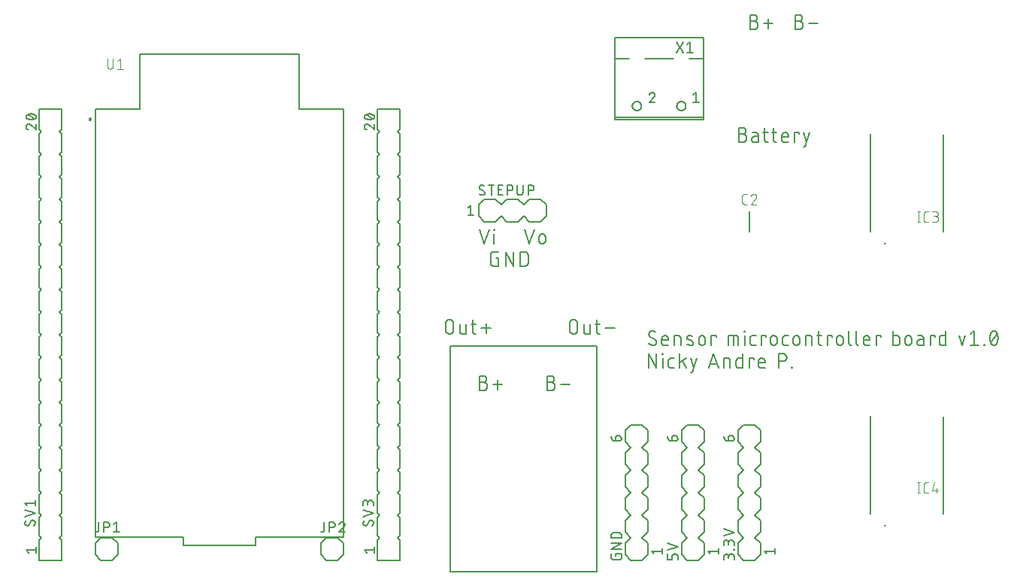
<source format=gbr>
G04 EAGLE Gerber RS-274X export*
G75*
%MOMM*%
%FSLAX34Y34*%
%LPD*%
%INSilkscreen Top*%
%IPPOS*%
%AMOC8*
5,1,8,0,0,1.08239X$1,22.5*%
G01*
%ADD10C,0.152400*%
%ADD11C,0.127000*%
%ADD12C,0.200000*%
%ADD13C,0.101600*%
%ADD14C,0.100000*%
%ADD15C,0.100000*%


D10*
X597662Y398018D02*
X603081Y381762D01*
X608499Y398018D01*
X614023Y392599D02*
X614023Y381762D01*
X613571Y397115D02*
X613571Y398018D01*
X614474Y398018D01*
X614474Y397115D01*
X613571Y397115D01*
X616684Y365393D02*
X619393Y365393D01*
X619393Y356362D01*
X613974Y356362D01*
X613856Y356364D01*
X613738Y356370D01*
X613620Y356379D01*
X613503Y356393D01*
X613386Y356410D01*
X613269Y356431D01*
X613154Y356456D01*
X613039Y356485D01*
X612925Y356518D01*
X612813Y356554D01*
X612702Y356594D01*
X612592Y356637D01*
X612483Y356684D01*
X612376Y356734D01*
X612271Y356789D01*
X612168Y356846D01*
X612067Y356907D01*
X611967Y356971D01*
X611870Y357038D01*
X611775Y357108D01*
X611683Y357182D01*
X611592Y357258D01*
X611505Y357338D01*
X611420Y357420D01*
X611338Y357505D01*
X611258Y357592D01*
X611182Y357683D01*
X611108Y357775D01*
X611038Y357870D01*
X610971Y357967D01*
X610907Y358067D01*
X610846Y358168D01*
X610789Y358271D01*
X610734Y358376D01*
X610684Y358483D01*
X610637Y358592D01*
X610594Y358702D01*
X610554Y358813D01*
X610518Y358925D01*
X610485Y359039D01*
X610456Y359154D01*
X610431Y359269D01*
X610410Y359386D01*
X610393Y359503D01*
X610379Y359620D01*
X610370Y359738D01*
X610364Y359856D01*
X610362Y359974D01*
X610362Y369006D01*
X610364Y369124D01*
X610370Y369242D01*
X610379Y369360D01*
X610393Y369477D01*
X610410Y369594D01*
X610431Y369711D01*
X610456Y369826D01*
X610485Y369941D01*
X610518Y370055D01*
X610554Y370167D01*
X610594Y370278D01*
X610637Y370388D01*
X610684Y370497D01*
X610734Y370604D01*
X610788Y370709D01*
X610846Y370812D01*
X610907Y370913D01*
X610971Y371013D01*
X611038Y371110D01*
X611108Y371205D01*
X611182Y371297D01*
X611258Y371388D01*
X611338Y371475D01*
X611420Y371560D01*
X611505Y371642D01*
X611592Y371722D01*
X611683Y371798D01*
X611775Y371872D01*
X611870Y371942D01*
X611967Y372009D01*
X612067Y372073D01*
X612168Y372134D01*
X612271Y372191D01*
X612376Y372245D01*
X612483Y372296D01*
X612592Y372343D01*
X612702Y372386D01*
X612813Y372426D01*
X612925Y372462D01*
X613039Y372495D01*
X613154Y372524D01*
X613269Y372549D01*
X613386Y372570D01*
X613503Y372587D01*
X613620Y372601D01*
X613738Y372610D01*
X613856Y372616D01*
X613974Y372618D01*
X619393Y372618D01*
X627035Y372618D02*
X627035Y356362D01*
X636066Y356362D02*
X627035Y372618D01*
X636066Y372618D02*
X636066Y356362D01*
X643709Y356362D02*
X643709Y372618D01*
X648224Y372618D01*
X648355Y372616D01*
X648487Y372610D01*
X648618Y372601D01*
X648748Y372587D01*
X648879Y372570D01*
X649008Y372549D01*
X649137Y372525D01*
X649265Y372496D01*
X649393Y372464D01*
X649519Y372428D01*
X649644Y372389D01*
X649769Y372346D01*
X649891Y372299D01*
X650013Y372249D01*
X650133Y372195D01*
X650251Y372138D01*
X650367Y372077D01*
X650482Y372013D01*
X650595Y371946D01*
X650706Y371875D01*
X650814Y371801D01*
X650921Y371724D01*
X651025Y371644D01*
X651127Y371561D01*
X651226Y371476D01*
X651323Y371387D01*
X651417Y371295D01*
X651509Y371201D01*
X651598Y371104D01*
X651683Y371005D01*
X651766Y370903D01*
X651846Y370799D01*
X651923Y370692D01*
X651997Y370584D01*
X652068Y370473D01*
X652135Y370360D01*
X652199Y370245D01*
X652260Y370129D01*
X652317Y370011D01*
X652371Y369891D01*
X652421Y369769D01*
X652468Y369647D01*
X652511Y369522D01*
X652550Y369397D01*
X652586Y369271D01*
X652618Y369143D01*
X652647Y369015D01*
X652671Y368886D01*
X652692Y368757D01*
X652709Y368626D01*
X652723Y368496D01*
X652732Y368365D01*
X652738Y368233D01*
X652740Y368102D01*
X652740Y360878D01*
X652738Y360747D01*
X652732Y360615D01*
X652723Y360484D01*
X652709Y360354D01*
X652692Y360223D01*
X652671Y360094D01*
X652647Y359965D01*
X652618Y359837D01*
X652586Y359709D01*
X652550Y359583D01*
X652511Y359458D01*
X652468Y359333D01*
X652421Y359211D01*
X652371Y359089D01*
X652317Y358969D01*
X652260Y358851D01*
X652199Y358735D01*
X652135Y358620D01*
X652068Y358507D01*
X651997Y358396D01*
X651923Y358288D01*
X651846Y358181D01*
X651766Y358077D01*
X651683Y357975D01*
X651598Y357876D01*
X651509Y357779D01*
X651417Y357685D01*
X651323Y357593D01*
X651226Y357504D01*
X651127Y357419D01*
X651025Y357336D01*
X650921Y357256D01*
X650814Y357179D01*
X650706Y357105D01*
X650595Y357034D01*
X650482Y356967D01*
X650367Y356903D01*
X650251Y356842D01*
X650133Y356785D01*
X650013Y356731D01*
X649891Y356681D01*
X649769Y356634D01*
X649644Y356591D01*
X649519Y356552D01*
X649393Y356516D01*
X649265Y356484D01*
X649137Y356455D01*
X649008Y356431D01*
X648878Y356410D01*
X648748Y356393D01*
X648618Y356379D01*
X648487Y356370D01*
X648355Y356364D01*
X648224Y356362D01*
X643709Y356362D01*
X653881Y381762D02*
X648462Y398018D01*
X659299Y398018D02*
X653881Y381762D01*
X664857Y385374D02*
X664857Y388987D01*
X664858Y388987D02*
X664860Y389106D01*
X664866Y389226D01*
X664876Y389345D01*
X664890Y389463D01*
X664907Y389582D01*
X664929Y389699D01*
X664954Y389816D01*
X664984Y389931D01*
X665017Y390046D01*
X665054Y390160D01*
X665094Y390272D01*
X665139Y390383D01*
X665187Y390492D01*
X665238Y390600D01*
X665293Y390706D01*
X665352Y390810D01*
X665414Y390912D01*
X665479Y391012D01*
X665548Y391110D01*
X665620Y391206D01*
X665695Y391299D01*
X665772Y391389D01*
X665853Y391477D01*
X665937Y391562D01*
X666024Y391644D01*
X666113Y391724D01*
X666205Y391800D01*
X666299Y391874D01*
X666396Y391944D01*
X666494Y392011D01*
X666595Y392075D01*
X666699Y392135D01*
X666804Y392192D01*
X666911Y392245D01*
X667019Y392295D01*
X667129Y392341D01*
X667241Y392383D01*
X667354Y392422D01*
X667468Y392457D01*
X667583Y392488D01*
X667700Y392516D01*
X667817Y392539D01*
X667934Y392559D01*
X668053Y392575D01*
X668172Y392587D01*
X668291Y392595D01*
X668410Y392599D01*
X668530Y392599D01*
X668649Y392595D01*
X668768Y392587D01*
X668887Y392575D01*
X669006Y392559D01*
X669123Y392539D01*
X669240Y392516D01*
X669357Y392488D01*
X669472Y392457D01*
X669586Y392422D01*
X669699Y392383D01*
X669811Y392341D01*
X669921Y392295D01*
X670029Y392245D01*
X670136Y392192D01*
X670241Y392135D01*
X670345Y392075D01*
X670446Y392011D01*
X670544Y391944D01*
X670641Y391874D01*
X670735Y391800D01*
X670827Y391724D01*
X670916Y391644D01*
X671003Y391562D01*
X671087Y391477D01*
X671168Y391389D01*
X671245Y391299D01*
X671320Y391206D01*
X671392Y391110D01*
X671461Y391012D01*
X671526Y390912D01*
X671588Y390810D01*
X671647Y390706D01*
X671702Y390600D01*
X671753Y390492D01*
X671801Y390383D01*
X671846Y390272D01*
X671886Y390160D01*
X671923Y390046D01*
X671956Y389931D01*
X671986Y389816D01*
X672011Y389699D01*
X672033Y389582D01*
X672050Y389463D01*
X672064Y389345D01*
X672074Y389226D01*
X672080Y389106D01*
X672082Y388987D01*
X672082Y385374D01*
X672080Y385255D01*
X672074Y385135D01*
X672064Y385016D01*
X672050Y384898D01*
X672033Y384779D01*
X672011Y384662D01*
X671986Y384545D01*
X671956Y384430D01*
X671923Y384315D01*
X671886Y384201D01*
X671846Y384089D01*
X671801Y383978D01*
X671753Y383869D01*
X671702Y383761D01*
X671647Y383655D01*
X671588Y383551D01*
X671526Y383449D01*
X671461Y383349D01*
X671392Y383251D01*
X671320Y383155D01*
X671245Y383062D01*
X671168Y382972D01*
X671087Y382884D01*
X671003Y382799D01*
X670916Y382717D01*
X670827Y382637D01*
X670735Y382561D01*
X670641Y382487D01*
X670544Y382417D01*
X670446Y382350D01*
X670345Y382286D01*
X670241Y382226D01*
X670136Y382169D01*
X670029Y382116D01*
X669921Y382066D01*
X669811Y382020D01*
X669699Y381978D01*
X669586Y381939D01*
X669472Y381904D01*
X669357Y381873D01*
X669240Y381845D01*
X669123Y381822D01*
X669006Y381802D01*
X668887Y381786D01*
X668768Y381774D01*
X668649Y381766D01*
X668530Y381762D01*
X668410Y381762D01*
X668291Y381766D01*
X668172Y381774D01*
X668053Y381786D01*
X667934Y381802D01*
X667817Y381822D01*
X667700Y381845D01*
X667583Y381873D01*
X667468Y381904D01*
X667354Y381939D01*
X667241Y381978D01*
X667129Y382020D01*
X667019Y382066D01*
X666911Y382116D01*
X666804Y382169D01*
X666699Y382226D01*
X666595Y382286D01*
X666494Y382350D01*
X666396Y382417D01*
X666299Y382487D01*
X666205Y382561D01*
X666113Y382637D01*
X666024Y382717D01*
X665937Y382799D01*
X665853Y382884D01*
X665772Y382972D01*
X665695Y383062D01*
X665620Y383155D01*
X665548Y383251D01*
X665479Y383349D01*
X665414Y383449D01*
X665352Y383551D01*
X665293Y383655D01*
X665238Y383761D01*
X665187Y383869D01*
X665139Y383978D01*
X665094Y384089D01*
X665054Y384201D01*
X665017Y384315D01*
X664984Y384430D01*
X664954Y384545D01*
X664929Y384662D01*
X664907Y384779D01*
X664890Y384898D01*
X664876Y385016D01*
X664866Y385135D01*
X664860Y385255D01*
X664858Y385374D01*
X559562Y291902D02*
X559562Y284678D01*
X559562Y291902D02*
X559564Y292035D01*
X559570Y292167D01*
X559580Y292299D01*
X559593Y292431D01*
X559611Y292563D01*
X559632Y292693D01*
X559657Y292824D01*
X559686Y292953D01*
X559719Y293081D01*
X559755Y293209D01*
X559795Y293335D01*
X559839Y293460D01*
X559887Y293584D01*
X559938Y293706D01*
X559993Y293827D01*
X560051Y293946D01*
X560113Y294064D01*
X560178Y294179D01*
X560247Y294293D01*
X560318Y294404D01*
X560394Y294513D01*
X560472Y294620D01*
X560553Y294725D01*
X560638Y294827D01*
X560725Y294927D01*
X560815Y295024D01*
X560908Y295119D01*
X561004Y295210D01*
X561102Y295299D01*
X561203Y295385D01*
X561307Y295468D01*
X561413Y295548D01*
X561521Y295624D01*
X561631Y295698D01*
X561744Y295768D01*
X561858Y295835D01*
X561975Y295898D01*
X562093Y295958D01*
X562213Y296015D01*
X562335Y296068D01*
X562458Y296117D01*
X562582Y296163D01*
X562708Y296205D01*
X562835Y296243D01*
X562963Y296278D01*
X563092Y296309D01*
X563221Y296336D01*
X563352Y296359D01*
X563483Y296379D01*
X563615Y296394D01*
X563747Y296406D01*
X563879Y296414D01*
X564012Y296418D01*
X564144Y296418D01*
X564277Y296414D01*
X564409Y296406D01*
X564541Y296394D01*
X564673Y296379D01*
X564804Y296359D01*
X564935Y296336D01*
X565064Y296309D01*
X565193Y296278D01*
X565321Y296243D01*
X565448Y296205D01*
X565574Y296163D01*
X565698Y296117D01*
X565821Y296068D01*
X565943Y296015D01*
X566063Y295958D01*
X566181Y295898D01*
X566298Y295835D01*
X566412Y295768D01*
X566525Y295698D01*
X566635Y295624D01*
X566743Y295548D01*
X566849Y295468D01*
X566953Y295385D01*
X567054Y295299D01*
X567152Y295210D01*
X567248Y295119D01*
X567341Y295024D01*
X567431Y294927D01*
X567518Y294827D01*
X567603Y294725D01*
X567684Y294620D01*
X567762Y294513D01*
X567838Y294404D01*
X567909Y294293D01*
X567978Y294179D01*
X568043Y294064D01*
X568105Y293946D01*
X568163Y293827D01*
X568218Y293706D01*
X568269Y293584D01*
X568317Y293460D01*
X568361Y293335D01*
X568401Y293209D01*
X568437Y293081D01*
X568470Y292953D01*
X568499Y292824D01*
X568524Y292693D01*
X568545Y292563D01*
X568563Y292431D01*
X568576Y292299D01*
X568586Y292167D01*
X568592Y292035D01*
X568594Y291902D01*
X568593Y291902D02*
X568593Y284678D01*
X568594Y284678D02*
X568592Y284545D01*
X568586Y284413D01*
X568576Y284281D01*
X568563Y284149D01*
X568545Y284017D01*
X568524Y283887D01*
X568499Y283756D01*
X568470Y283627D01*
X568437Y283499D01*
X568401Y283371D01*
X568361Y283245D01*
X568317Y283120D01*
X568269Y282996D01*
X568218Y282874D01*
X568163Y282753D01*
X568105Y282634D01*
X568043Y282516D01*
X567978Y282401D01*
X567909Y282287D01*
X567838Y282176D01*
X567762Y282067D01*
X567684Y281960D01*
X567603Y281855D01*
X567518Y281753D01*
X567431Y281653D01*
X567341Y281556D01*
X567248Y281461D01*
X567152Y281370D01*
X567054Y281281D01*
X566953Y281195D01*
X566849Y281112D01*
X566743Y281032D01*
X566635Y280956D01*
X566525Y280882D01*
X566412Y280812D01*
X566298Y280745D01*
X566181Y280682D01*
X566063Y280622D01*
X565943Y280565D01*
X565821Y280512D01*
X565698Y280463D01*
X565574Y280417D01*
X565448Y280375D01*
X565321Y280337D01*
X565193Y280302D01*
X565064Y280271D01*
X564935Y280244D01*
X564804Y280221D01*
X564673Y280201D01*
X564541Y280186D01*
X564409Y280174D01*
X564277Y280166D01*
X564144Y280162D01*
X564012Y280162D01*
X563879Y280166D01*
X563747Y280174D01*
X563615Y280186D01*
X563483Y280201D01*
X563352Y280221D01*
X563221Y280244D01*
X563092Y280271D01*
X562963Y280302D01*
X562835Y280337D01*
X562708Y280375D01*
X562582Y280417D01*
X562458Y280463D01*
X562335Y280512D01*
X562213Y280565D01*
X562093Y280622D01*
X561975Y280682D01*
X561858Y280745D01*
X561744Y280812D01*
X561631Y280882D01*
X561521Y280956D01*
X561413Y281032D01*
X561307Y281112D01*
X561203Y281195D01*
X561102Y281281D01*
X561004Y281370D01*
X560908Y281461D01*
X560815Y281556D01*
X560725Y281653D01*
X560638Y281753D01*
X560553Y281855D01*
X560472Y281960D01*
X560394Y282067D01*
X560318Y282176D01*
X560247Y282287D01*
X560178Y282401D01*
X560113Y282516D01*
X560051Y282634D01*
X559993Y282753D01*
X559938Y282874D01*
X559887Y282996D01*
X559839Y283120D01*
X559795Y283245D01*
X559755Y283371D01*
X559719Y283499D01*
X559686Y283627D01*
X559657Y283756D01*
X559632Y283887D01*
X559611Y284017D01*
X559593Y284149D01*
X559580Y284281D01*
X559570Y284413D01*
X559564Y284545D01*
X559562Y284678D01*
X575575Y282871D02*
X575575Y290999D01*
X575576Y282871D02*
X575578Y282770D01*
X575584Y282669D01*
X575593Y282568D01*
X575606Y282467D01*
X575623Y282367D01*
X575644Y282268D01*
X575668Y282170D01*
X575696Y282073D01*
X575728Y281976D01*
X575763Y281881D01*
X575802Y281788D01*
X575844Y281696D01*
X575890Y281605D01*
X575939Y281517D01*
X575991Y281430D01*
X576047Y281345D01*
X576105Y281262D01*
X576167Y281182D01*
X576232Y281104D01*
X576299Y281028D01*
X576369Y280955D01*
X576442Y280885D01*
X576518Y280818D01*
X576596Y280753D01*
X576676Y280691D01*
X576759Y280633D01*
X576844Y280577D01*
X576931Y280525D01*
X577019Y280476D01*
X577110Y280430D01*
X577202Y280388D01*
X577295Y280349D01*
X577390Y280314D01*
X577487Y280282D01*
X577584Y280254D01*
X577682Y280230D01*
X577781Y280209D01*
X577881Y280192D01*
X577982Y280179D01*
X578083Y280170D01*
X578184Y280164D01*
X578285Y280162D01*
X582800Y280162D01*
X582800Y290999D01*
X588346Y290999D02*
X593765Y290999D01*
X590152Y296418D02*
X590152Y282871D01*
X590153Y282871D02*
X590155Y282770D01*
X590161Y282669D01*
X590170Y282568D01*
X590183Y282467D01*
X590200Y282367D01*
X590221Y282268D01*
X590245Y282170D01*
X590273Y282073D01*
X590305Y281976D01*
X590340Y281881D01*
X590379Y281788D01*
X590421Y281696D01*
X590467Y281605D01*
X590516Y281517D01*
X590568Y281430D01*
X590624Y281345D01*
X590682Y281262D01*
X590744Y281182D01*
X590809Y281104D01*
X590876Y281028D01*
X590946Y280955D01*
X591019Y280885D01*
X591095Y280818D01*
X591173Y280753D01*
X591253Y280691D01*
X591336Y280633D01*
X591421Y280577D01*
X591508Y280525D01*
X591596Y280476D01*
X591687Y280430D01*
X591779Y280388D01*
X591872Y280349D01*
X591967Y280314D01*
X592064Y280282D01*
X592161Y280254D01*
X592259Y280230D01*
X592358Y280209D01*
X592458Y280192D01*
X592559Y280179D01*
X592660Y280170D01*
X592761Y280164D01*
X592862Y280162D01*
X593765Y280162D01*
X599821Y286484D02*
X610658Y286484D01*
X605240Y281065D02*
X605240Y291902D01*
X602178Y225693D02*
X597662Y225693D01*
X602178Y225694D02*
X602311Y225692D01*
X602443Y225686D01*
X602575Y225676D01*
X602707Y225663D01*
X602839Y225645D01*
X602969Y225624D01*
X603100Y225599D01*
X603229Y225570D01*
X603357Y225537D01*
X603485Y225501D01*
X603611Y225461D01*
X603736Y225417D01*
X603860Y225369D01*
X603982Y225318D01*
X604103Y225263D01*
X604222Y225205D01*
X604340Y225143D01*
X604455Y225078D01*
X604569Y225009D01*
X604680Y224938D01*
X604789Y224862D01*
X604896Y224784D01*
X605001Y224703D01*
X605103Y224618D01*
X605203Y224531D01*
X605300Y224441D01*
X605395Y224348D01*
X605486Y224252D01*
X605575Y224154D01*
X605661Y224053D01*
X605744Y223949D01*
X605824Y223843D01*
X605900Y223735D01*
X605974Y223625D01*
X606044Y223512D01*
X606111Y223398D01*
X606174Y223281D01*
X606234Y223163D01*
X606291Y223043D01*
X606344Y222921D01*
X606393Y222798D01*
X606439Y222674D01*
X606481Y222548D01*
X606519Y222421D01*
X606554Y222293D01*
X606585Y222164D01*
X606612Y222035D01*
X606635Y221904D01*
X606655Y221773D01*
X606670Y221641D01*
X606682Y221509D01*
X606690Y221377D01*
X606694Y221244D01*
X606694Y221112D01*
X606690Y220979D01*
X606682Y220847D01*
X606670Y220715D01*
X606655Y220583D01*
X606635Y220452D01*
X606612Y220321D01*
X606585Y220192D01*
X606554Y220063D01*
X606519Y219935D01*
X606481Y219808D01*
X606439Y219682D01*
X606393Y219558D01*
X606344Y219435D01*
X606291Y219313D01*
X606234Y219193D01*
X606174Y219075D01*
X606111Y218958D01*
X606044Y218844D01*
X605974Y218731D01*
X605900Y218621D01*
X605824Y218513D01*
X605744Y218407D01*
X605661Y218303D01*
X605575Y218202D01*
X605486Y218104D01*
X605395Y218008D01*
X605300Y217915D01*
X605203Y217825D01*
X605103Y217738D01*
X605001Y217653D01*
X604896Y217572D01*
X604789Y217494D01*
X604680Y217418D01*
X604569Y217347D01*
X604455Y217278D01*
X604340Y217213D01*
X604222Y217151D01*
X604103Y217093D01*
X603982Y217038D01*
X603860Y216987D01*
X603736Y216939D01*
X603611Y216895D01*
X603485Y216855D01*
X603357Y216819D01*
X603229Y216786D01*
X603100Y216757D01*
X602969Y216732D01*
X602839Y216711D01*
X602707Y216693D01*
X602575Y216680D01*
X602443Y216670D01*
X602311Y216664D01*
X602178Y216662D01*
X597662Y216662D01*
X597662Y232918D01*
X602178Y232918D01*
X602297Y232916D01*
X602417Y232910D01*
X602536Y232900D01*
X602654Y232886D01*
X602773Y232869D01*
X602890Y232847D01*
X603007Y232822D01*
X603122Y232792D01*
X603237Y232759D01*
X603351Y232722D01*
X603463Y232682D01*
X603574Y232637D01*
X603683Y232589D01*
X603791Y232538D01*
X603897Y232483D01*
X604001Y232424D01*
X604103Y232362D01*
X604203Y232297D01*
X604301Y232228D01*
X604397Y232156D01*
X604490Y232081D01*
X604580Y232004D01*
X604668Y231923D01*
X604753Y231839D01*
X604835Y231752D01*
X604915Y231663D01*
X604991Y231571D01*
X605065Y231477D01*
X605135Y231380D01*
X605202Y231282D01*
X605266Y231181D01*
X605326Y231077D01*
X605383Y230972D01*
X605436Y230865D01*
X605486Y230757D01*
X605532Y230647D01*
X605574Y230535D01*
X605613Y230422D01*
X605648Y230308D01*
X605679Y230193D01*
X605707Y230076D01*
X605730Y229959D01*
X605750Y229842D01*
X605766Y229723D01*
X605778Y229604D01*
X605786Y229485D01*
X605790Y229366D01*
X605790Y229246D01*
X605786Y229127D01*
X605778Y229008D01*
X605766Y228889D01*
X605750Y228770D01*
X605730Y228653D01*
X605707Y228536D01*
X605679Y228419D01*
X605648Y228304D01*
X605613Y228190D01*
X605574Y228077D01*
X605532Y227965D01*
X605486Y227855D01*
X605436Y227747D01*
X605383Y227640D01*
X605326Y227535D01*
X605266Y227431D01*
X605202Y227330D01*
X605135Y227232D01*
X605065Y227135D01*
X604991Y227041D01*
X604915Y226949D01*
X604835Y226860D01*
X604753Y226773D01*
X604668Y226689D01*
X604580Y226608D01*
X604490Y226531D01*
X604397Y226456D01*
X604301Y226384D01*
X604203Y226315D01*
X604103Y226250D01*
X604001Y226188D01*
X603897Y226129D01*
X603791Y226074D01*
X603683Y226023D01*
X603574Y225975D01*
X603463Y225930D01*
X603351Y225890D01*
X603237Y225853D01*
X603122Y225820D01*
X603007Y225790D01*
X602890Y225765D01*
X602773Y225743D01*
X602654Y225726D01*
X602536Y225712D01*
X602417Y225702D01*
X602297Y225696D01*
X602178Y225694D01*
X612700Y222984D02*
X623538Y222984D01*
X618119Y228402D02*
X618119Y217565D01*
X902462Y632093D02*
X906978Y632093D01*
X906978Y632094D02*
X907111Y632092D01*
X907243Y632086D01*
X907375Y632076D01*
X907507Y632063D01*
X907639Y632045D01*
X907769Y632024D01*
X907900Y631999D01*
X908029Y631970D01*
X908157Y631937D01*
X908285Y631901D01*
X908411Y631861D01*
X908536Y631817D01*
X908660Y631769D01*
X908782Y631718D01*
X908903Y631663D01*
X909022Y631605D01*
X909140Y631543D01*
X909255Y631478D01*
X909369Y631409D01*
X909480Y631338D01*
X909589Y631262D01*
X909696Y631184D01*
X909801Y631103D01*
X909903Y631018D01*
X910003Y630931D01*
X910100Y630841D01*
X910195Y630748D01*
X910286Y630652D01*
X910375Y630554D01*
X910461Y630453D01*
X910544Y630349D01*
X910624Y630243D01*
X910700Y630135D01*
X910774Y630025D01*
X910844Y629912D01*
X910911Y629798D01*
X910974Y629681D01*
X911034Y629563D01*
X911091Y629443D01*
X911144Y629321D01*
X911193Y629198D01*
X911239Y629074D01*
X911281Y628948D01*
X911319Y628821D01*
X911354Y628693D01*
X911385Y628564D01*
X911412Y628435D01*
X911435Y628304D01*
X911455Y628173D01*
X911470Y628041D01*
X911482Y627909D01*
X911490Y627777D01*
X911494Y627644D01*
X911494Y627512D01*
X911490Y627379D01*
X911482Y627247D01*
X911470Y627115D01*
X911455Y626983D01*
X911435Y626852D01*
X911412Y626721D01*
X911385Y626592D01*
X911354Y626463D01*
X911319Y626335D01*
X911281Y626208D01*
X911239Y626082D01*
X911193Y625958D01*
X911144Y625835D01*
X911091Y625713D01*
X911034Y625593D01*
X910974Y625475D01*
X910911Y625358D01*
X910844Y625244D01*
X910774Y625131D01*
X910700Y625021D01*
X910624Y624913D01*
X910544Y624807D01*
X910461Y624703D01*
X910375Y624602D01*
X910286Y624504D01*
X910195Y624408D01*
X910100Y624315D01*
X910003Y624225D01*
X909903Y624138D01*
X909801Y624053D01*
X909696Y623972D01*
X909589Y623894D01*
X909480Y623818D01*
X909369Y623747D01*
X909255Y623678D01*
X909140Y623613D01*
X909022Y623551D01*
X908903Y623493D01*
X908782Y623438D01*
X908660Y623387D01*
X908536Y623339D01*
X908411Y623295D01*
X908285Y623255D01*
X908157Y623219D01*
X908029Y623186D01*
X907900Y623157D01*
X907769Y623132D01*
X907639Y623111D01*
X907507Y623093D01*
X907375Y623080D01*
X907243Y623070D01*
X907111Y623064D01*
X906978Y623062D01*
X902462Y623062D01*
X902462Y639318D01*
X906978Y639318D01*
X907097Y639316D01*
X907217Y639310D01*
X907336Y639300D01*
X907454Y639286D01*
X907573Y639269D01*
X907690Y639247D01*
X907807Y639222D01*
X907922Y639192D01*
X908037Y639159D01*
X908151Y639122D01*
X908263Y639082D01*
X908374Y639037D01*
X908483Y638989D01*
X908591Y638938D01*
X908697Y638883D01*
X908801Y638824D01*
X908903Y638762D01*
X909003Y638697D01*
X909101Y638628D01*
X909197Y638556D01*
X909290Y638481D01*
X909380Y638404D01*
X909468Y638323D01*
X909553Y638239D01*
X909635Y638152D01*
X909715Y638063D01*
X909791Y637971D01*
X909865Y637877D01*
X909935Y637780D01*
X910002Y637682D01*
X910066Y637581D01*
X910126Y637477D01*
X910183Y637372D01*
X910236Y637265D01*
X910286Y637157D01*
X910332Y637047D01*
X910374Y636935D01*
X910413Y636822D01*
X910448Y636708D01*
X910479Y636593D01*
X910507Y636476D01*
X910530Y636359D01*
X910550Y636242D01*
X910566Y636123D01*
X910578Y636004D01*
X910586Y635885D01*
X910590Y635766D01*
X910590Y635646D01*
X910586Y635527D01*
X910578Y635408D01*
X910566Y635289D01*
X910550Y635170D01*
X910530Y635053D01*
X910507Y634936D01*
X910479Y634819D01*
X910448Y634704D01*
X910413Y634590D01*
X910374Y634477D01*
X910332Y634365D01*
X910286Y634255D01*
X910236Y634147D01*
X910183Y634040D01*
X910126Y633935D01*
X910066Y633831D01*
X910002Y633730D01*
X909935Y633632D01*
X909865Y633535D01*
X909791Y633441D01*
X909715Y633349D01*
X909635Y633260D01*
X909553Y633173D01*
X909468Y633089D01*
X909380Y633008D01*
X909290Y632931D01*
X909197Y632856D01*
X909101Y632784D01*
X909003Y632715D01*
X908903Y632650D01*
X908801Y632588D01*
X908697Y632529D01*
X908591Y632474D01*
X908483Y632423D01*
X908374Y632375D01*
X908263Y632330D01*
X908151Y632290D01*
X908037Y632253D01*
X907922Y632220D01*
X907807Y632190D01*
X907690Y632165D01*
X907573Y632143D01*
X907454Y632126D01*
X907336Y632112D01*
X907217Y632102D01*
X907097Y632096D01*
X906978Y632094D01*
X917500Y629384D02*
X928338Y629384D01*
X922919Y634802D02*
X922919Y623965D01*
X953262Y632093D02*
X957778Y632093D01*
X957778Y632094D02*
X957911Y632092D01*
X958043Y632086D01*
X958175Y632076D01*
X958307Y632063D01*
X958439Y632045D01*
X958569Y632024D01*
X958700Y631999D01*
X958829Y631970D01*
X958957Y631937D01*
X959085Y631901D01*
X959211Y631861D01*
X959336Y631817D01*
X959460Y631769D01*
X959582Y631718D01*
X959703Y631663D01*
X959822Y631605D01*
X959940Y631543D01*
X960055Y631478D01*
X960169Y631409D01*
X960280Y631338D01*
X960389Y631262D01*
X960496Y631184D01*
X960601Y631103D01*
X960703Y631018D01*
X960803Y630931D01*
X960900Y630841D01*
X960995Y630748D01*
X961086Y630652D01*
X961175Y630554D01*
X961261Y630453D01*
X961344Y630349D01*
X961424Y630243D01*
X961500Y630135D01*
X961574Y630025D01*
X961644Y629912D01*
X961711Y629798D01*
X961774Y629681D01*
X961834Y629563D01*
X961891Y629443D01*
X961944Y629321D01*
X961993Y629198D01*
X962039Y629074D01*
X962081Y628948D01*
X962119Y628821D01*
X962154Y628693D01*
X962185Y628564D01*
X962212Y628435D01*
X962235Y628304D01*
X962255Y628173D01*
X962270Y628041D01*
X962282Y627909D01*
X962290Y627777D01*
X962294Y627644D01*
X962294Y627512D01*
X962290Y627379D01*
X962282Y627247D01*
X962270Y627115D01*
X962255Y626983D01*
X962235Y626852D01*
X962212Y626721D01*
X962185Y626592D01*
X962154Y626463D01*
X962119Y626335D01*
X962081Y626208D01*
X962039Y626082D01*
X961993Y625958D01*
X961944Y625835D01*
X961891Y625713D01*
X961834Y625593D01*
X961774Y625475D01*
X961711Y625358D01*
X961644Y625244D01*
X961574Y625131D01*
X961500Y625021D01*
X961424Y624913D01*
X961344Y624807D01*
X961261Y624703D01*
X961175Y624602D01*
X961086Y624504D01*
X960995Y624408D01*
X960900Y624315D01*
X960803Y624225D01*
X960703Y624138D01*
X960601Y624053D01*
X960496Y623972D01*
X960389Y623894D01*
X960280Y623818D01*
X960169Y623747D01*
X960055Y623678D01*
X959940Y623613D01*
X959822Y623551D01*
X959703Y623493D01*
X959582Y623438D01*
X959460Y623387D01*
X959336Y623339D01*
X959211Y623295D01*
X959085Y623255D01*
X958957Y623219D01*
X958829Y623186D01*
X958700Y623157D01*
X958569Y623132D01*
X958439Y623111D01*
X958307Y623093D01*
X958175Y623080D01*
X958043Y623070D01*
X957911Y623064D01*
X957778Y623062D01*
X953262Y623062D01*
X953262Y639318D01*
X957778Y639318D01*
X957897Y639316D01*
X958017Y639310D01*
X958136Y639300D01*
X958254Y639286D01*
X958373Y639269D01*
X958490Y639247D01*
X958607Y639222D01*
X958722Y639192D01*
X958837Y639159D01*
X958951Y639122D01*
X959063Y639082D01*
X959174Y639037D01*
X959283Y638989D01*
X959391Y638938D01*
X959497Y638883D01*
X959601Y638824D01*
X959703Y638762D01*
X959803Y638697D01*
X959901Y638628D01*
X959997Y638556D01*
X960090Y638481D01*
X960180Y638404D01*
X960268Y638323D01*
X960353Y638239D01*
X960435Y638152D01*
X960515Y638063D01*
X960591Y637971D01*
X960665Y637877D01*
X960735Y637780D01*
X960802Y637682D01*
X960866Y637581D01*
X960926Y637477D01*
X960983Y637372D01*
X961036Y637265D01*
X961086Y637157D01*
X961132Y637047D01*
X961174Y636935D01*
X961213Y636822D01*
X961248Y636708D01*
X961279Y636593D01*
X961307Y636476D01*
X961330Y636359D01*
X961350Y636242D01*
X961366Y636123D01*
X961378Y636004D01*
X961386Y635885D01*
X961390Y635766D01*
X961390Y635646D01*
X961386Y635527D01*
X961378Y635408D01*
X961366Y635289D01*
X961350Y635170D01*
X961330Y635053D01*
X961307Y634936D01*
X961279Y634819D01*
X961248Y634704D01*
X961213Y634590D01*
X961174Y634477D01*
X961132Y634365D01*
X961086Y634255D01*
X961036Y634147D01*
X960983Y634040D01*
X960926Y633935D01*
X960866Y633831D01*
X960802Y633730D01*
X960735Y633632D01*
X960665Y633535D01*
X960591Y633441D01*
X960515Y633349D01*
X960435Y633260D01*
X960353Y633173D01*
X960268Y633089D01*
X960180Y633008D01*
X960090Y632931D01*
X959997Y632856D01*
X959901Y632784D01*
X959803Y632715D01*
X959703Y632650D01*
X959601Y632588D01*
X959497Y632529D01*
X959391Y632474D01*
X959283Y632423D01*
X959174Y632375D01*
X959063Y632330D01*
X958951Y632290D01*
X958837Y632253D01*
X958722Y632220D01*
X958607Y632190D01*
X958490Y632165D01*
X958373Y632143D01*
X958254Y632126D01*
X958136Y632112D01*
X958017Y632102D01*
X957897Y632096D01*
X957778Y632094D01*
X968300Y629384D02*
X979138Y629384D01*
X678378Y225693D02*
X673862Y225693D01*
X678378Y225694D02*
X678511Y225692D01*
X678643Y225686D01*
X678775Y225676D01*
X678907Y225663D01*
X679039Y225645D01*
X679169Y225624D01*
X679300Y225599D01*
X679429Y225570D01*
X679557Y225537D01*
X679685Y225501D01*
X679811Y225461D01*
X679936Y225417D01*
X680060Y225369D01*
X680182Y225318D01*
X680303Y225263D01*
X680422Y225205D01*
X680540Y225143D01*
X680655Y225078D01*
X680769Y225009D01*
X680880Y224938D01*
X680989Y224862D01*
X681096Y224784D01*
X681201Y224703D01*
X681303Y224618D01*
X681403Y224531D01*
X681500Y224441D01*
X681595Y224348D01*
X681686Y224252D01*
X681775Y224154D01*
X681861Y224053D01*
X681944Y223949D01*
X682024Y223843D01*
X682100Y223735D01*
X682174Y223625D01*
X682244Y223512D01*
X682311Y223398D01*
X682374Y223281D01*
X682434Y223163D01*
X682491Y223043D01*
X682544Y222921D01*
X682593Y222798D01*
X682639Y222674D01*
X682681Y222548D01*
X682719Y222421D01*
X682754Y222293D01*
X682785Y222164D01*
X682812Y222035D01*
X682835Y221904D01*
X682855Y221773D01*
X682870Y221641D01*
X682882Y221509D01*
X682890Y221377D01*
X682894Y221244D01*
X682894Y221112D01*
X682890Y220979D01*
X682882Y220847D01*
X682870Y220715D01*
X682855Y220583D01*
X682835Y220452D01*
X682812Y220321D01*
X682785Y220192D01*
X682754Y220063D01*
X682719Y219935D01*
X682681Y219808D01*
X682639Y219682D01*
X682593Y219558D01*
X682544Y219435D01*
X682491Y219313D01*
X682434Y219193D01*
X682374Y219075D01*
X682311Y218958D01*
X682244Y218844D01*
X682174Y218731D01*
X682100Y218621D01*
X682024Y218513D01*
X681944Y218407D01*
X681861Y218303D01*
X681775Y218202D01*
X681686Y218104D01*
X681595Y218008D01*
X681500Y217915D01*
X681403Y217825D01*
X681303Y217738D01*
X681201Y217653D01*
X681096Y217572D01*
X680989Y217494D01*
X680880Y217418D01*
X680769Y217347D01*
X680655Y217278D01*
X680540Y217213D01*
X680422Y217151D01*
X680303Y217093D01*
X680182Y217038D01*
X680060Y216987D01*
X679936Y216939D01*
X679811Y216895D01*
X679685Y216855D01*
X679557Y216819D01*
X679429Y216786D01*
X679300Y216757D01*
X679169Y216732D01*
X679039Y216711D01*
X678907Y216693D01*
X678775Y216680D01*
X678643Y216670D01*
X678511Y216664D01*
X678378Y216662D01*
X673862Y216662D01*
X673862Y232918D01*
X678378Y232918D01*
X678497Y232916D01*
X678617Y232910D01*
X678736Y232900D01*
X678854Y232886D01*
X678973Y232869D01*
X679090Y232847D01*
X679207Y232822D01*
X679322Y232792D01*
X679437Y232759D01*
X679551Y232722D01*
X679663Y232682D01*
X679774Y232637D01*
X679883Y232589D01*
X679991Y232538D01*
X680097Y232483D01*
X680201Y232424D01*
X680303Y232362D01*
X680403Y232297D01*
X680501Y232228D01*
X680597Y232156D01*
X680690Y232081D01*
X680780Y232004D01*
X680868Y231923D01*
X680953Y231839D01*
X681035Y231752D01*
X681115Y231663D01*
X681191Y231571D01*
X681265Y231477D01*
X681335Y231380D01*
X681402Y231282D01*
X681466Y231181D01*
X681526Y231077D01*
X681583Y230972D01*
X681636Y230865D01*
X681686Y230757D01*
X681732Y230647D01*
X681774Y230535D01*
X681813Y230422D01*
X681848Y230308D01*
X681879Y230193D01*
X681907Y230076D01*
X681930Y229959D01*
X681950Y229842D01*
X681966Y229723D01*
X681978Y229604D01*
X681986Y229485D01*
X681990Y229366D01*
X681990Y229246D01*
X681986Y229127D01*
X681978Y229008D01*
X681966Y228889D01*
X681950Y228770D01*
X681930Y228653D01*
X681907Y228536D01*
X681879Y228419D01*
X681848Y228304D01*
X681813Y228190D01*
X681774Y228077D01*
X681732Y227965D01*
X681686Y227855D01*
X681636Y227747D01*
X681583Y227640D01*
X681526Y227535D01*
X681466Y227431D01*
X681402Y227330D01*
X681335Y227232D01*
X681265Y227135D01*
X681191Y227041D01*
X681115Y226949D01*
X681035Y226860D01*
X680953Y226773D01*
X680868Y226689D01*
X680780Y226608D01*
X680690Y226531D01*
X680597Y226456D01*
X680501Y226384D01*
X680403Y226315D01*
X680303Y226250D01*
X680201Y226188D01*
X680097Y226129D01*
X679991Y226074D01*
X679883Y226023D01*
X679774Y225975D01*
X679663Y225930D01*
X679551Y225890D01*
X679437Y225853D01*
X679322Y225820D01*
X679207Y225790D01*
X679090Y225765D01*
X678973Y225743D01*
X678854Y225726D01*
X678736Y225712D01*
X678617Y225702D01*
X678497Y225696D01*
X678378Y225694D01*
X688900Y222984D02*
X699738Y222984D01*
X699262Y284678D02*
X699262Y291902D01*
X699264Y292035D01*
X699270Y292167D01*
X699280Y292299D01*
X699293Y292431D01*
X699311Y292563D01*
X699332Y292693D01*
X699357Y292824D01*
X699386Y292953D01*
X699419Y293081D01*
X699455Y293209D01*
X699495Y293335D01*
X699539Y293460D01*
X699587Y293584D01*
X699638Y293706D01*
X699693Y293827D01*
X699751Y293946D01*
X699813Y294064D01*
X699878Y294179D01*
X699947Y294293D01*
X700018Y294404D01*
X700094Y294513D01*
X700172Y294620D01*
X700253Y294725D01*
X700338Y294827D01*
X700425Y294927D01*
X700515Y295024D01*
X700608Y295119D01*
X700704Y295210D01*
X700802Y295299D01*
X700903Y295385D01*
X701007Y295468D01*
X701113Y295548D01*
X701221Y295624D01*
X701331Y295698D01*
X701444Y295768D01*
X701558Y295835D01*
X701675Y295898D01*
X701793Y295958D01*
X701913Y296015D01*
X702035Y296068D01*
X702158Y296117D01*
X702282Y296163D01*
X702408Y296205D01*
X702535Y296243D01*
X702663Y296278D01*
X702792Y296309D01*
X702921Y296336D01*
X703052Y296359D01*
X703183Y296379D01*
X703315Y296394D01*
X703447Y296406D01*
X703579Y296414D01*
X703712Y296418D01*
X703844Y296418D01*
X703977Y296414D01*
X704109Y296406D01*
X704241Y296394D01*
X704373Y296379D01*
X704504Y296359D01*
X704635Y296336D01*
X704764Y296309D01*
X704893Y296278D01*
X705021Y296243D01*
X705148Y296205D01*
X705274Y296163D01*
X705398Y296117D01*
X705521Y296068D01*
X705643Y296015D01*
X705763Y295958D01*
X705881Y295898D01*
X705998Y295835D01*
X706112Y295768D01*
X706225Y295698D01*
X706335Y295624D01*
X706443Y295548D01*
X706549Y295468D01*
X706653Y295385D01*
X706754Y295299D01*
X706852Y295210D01*
X706948Y295119D01*
X707041Y295024D01*
X707131Y294927D01*
X707218Y294827D01*
X707303Y294725D01*
X707384Y294620D01*
X707462Y294513D01*
X707538Y294404D01*
X707609Y294293D01*
X707678Y294179D01*
X707743Y294064D01*
X707805Y293946D01*
X707863Y293827D01*
X707918Y293706D01*
X707969Y293584D01*
X708017Y293460D01*
X708061Y293335D01*
X708101Y293209D01*
X708137Y293081D01*
X708170Y292953D01*
X708199Y292824D01*
X708224Y292693D01*
X708245Y292563D01*
X708263Y292431D01*
X708276Y292299D01*
X708286Y292167D01*
X708292Y292035D01*
X708294Y291902D01*
X708293Y291902D02*
X708293Y284678D01*
X708294Y284678D02*
X708292Y284545D01*
X708286Y284413D01*
X708276Y284281D01*
X708263Y284149D01*
X708245Y284017D01*
X708224Y283887D01*
X708199Y283756D01*
X708170Y283627D01*
X708137Y283499D01*
X708101Y283371D01*
X708061Y283245D01*
X708017Y283120D01*
X707969Y282996D01*
X707918Y282874D01*
X707863Y282753D01*
X707805Y282634D01*
X707743Y282516D01*
X707678Y282401D01*
X707609Y282287D01*
X707538Y282176D01*
X707462Y282067D01*
X707384Y281960D01*
X707303Y281855D01*
X707218Y281753D01*
X707131Y281653D01*
X707041Y281556D01*
X706948Y281461D01*
X706852Y281370D01*
X706754Y281281D01*
X706653Y281195D01*
X706549Y281112D01*
X706443Y281032D01*
X706335Y280956D01*
X706225Y280882D01*
X706112Y280812D01*
X705998Y280745D01*
X705881Y280682D01*
X705763Y280622D01*
X705643Y280565D01*
X705521Y280512D01*
X705398Y280463D01*
X705274Y280417D01*
X705148Y280375D01*
X705021Y280337D01*
X704893Y280302D01*
X704764Y280271D01*
X704635Y280244D01*
X704504Y280221D01*
X704373Y280201D01*
X704241Y280186D01*
X704109Y280174D01*
X703977Y280166D01*
X703844Y280162D01*
X703712Y280162D01*
X703579Y280166D01*
X703447Y280174D01*
X703315Y280186D01*
X703183Y280201D01*
X703052Y280221D01*
X702921Y280244D01*
X702792Y280271D01*
X702663Y280302D01*
X702535Y280337D01*
X702408Y280375D01*
X702282Y280417D01*
X702158Y280463D01*
X702035Y280512D01*
X701913Y280565D01*
X701793Y280622D01*
X701675Y280682D01*
X701558Y280745D01*
X701444Y280812D01*
X701331Y280882D01*
X701221Y280956D01*
X701113Y281032D01*
X701007Y281112D01*
X700903Y281195D01*
X700802Y281281D01*
X700704Y281370D01*
X700608Y281461D01*
X700515Y281556D01*
X700425Y281653D01*
X700338Y281753D01*
X700253Y281855D01*
X700172Y281960D01*
X700094Y282067D01*
X700018Y282176D01*
X699947Y282287D01*
X699878Y282401D01*
X699813Y282516D01*
X699751Y282634D01*
X699693Y282753D01*
X699638Y282874D01*
X699587Y282996D01*
X699539Y283120D01*
X699495Y283245D01*
X699455Y283371D01*
X699419Y283499D01*
X699386Y283627D01*
X699357Y283756D01*
X699332Y283887D01*
X699311Y284017D01*
X699293Y284149D01*
X699280Y284281D01*
X699270Y284413D01*
X699264Y284545D01*
X699262Y284678D01*
X715275Y282871D02*
X715275Y290999D01*
X715276Y282871D02*
X715278Y282770D01*
X715284Y282669D01*
X715293Y282568D01*
X715306Y282467D01*
X715323Y282367D01*
X715344Y282268D01*
X715368Y282170D01*
X715396Y282073D01*
X715428Y281976D01*
X715463Y281881D01*
X715502Y281788D01*
X715544Y281696D01*
X715590Y281605D01*
X715639Y281517D01*
X715691Y281430D01*
X715747Y281345D01*
X715805Y281262D01*
X715867Y281182D01*
X715932Y281104D01*
X715999Y281028D01*
X716069Y280955D01*
X716142Y280885D01*
X716218Y280818D01*
X716296Y280753D01*
X716376Y280691D01*
X716459Y280633D01*
X716544Y280577D01*
X716631Y280525D01*
X716719Y280476D01*
X716810Y280430D01*
X716902Y280388D01*
X716995Y280349D01*
X717090Y280314D01*
X717187Y280282D01*
X717284Y280254D01*
X717382Y280230D01*
X717481Y280209D01*
X717581Y280192D01*
X717682Y280179D01*
X717783Y280170D01*
X717884Y280164D01*
X717985Y280162D01*
X722500Y280162D01*
X722500Y290999D01*
X728046Y290999D02*
X733465Y290999D01*
X729852Y296418D02*
X729852Y282871D01*
X729853Y282871D02*
X729855Y282770D01*
X729861Y282669D01*
X729870Y282568D01*
X729883Y282467D01*
X729900Y282367D01*
X729921Y282268D01*
X729945Y282170D01*
X729973Y282073D01*
X730005Y281976D01*
X730040Y281881D01*
X730079Y281788D01*
X730121Y281696D01*
X730167Y281605D01*
X730216Y281517D01*
X730268Y281430D01*
X730324Y281345D01*
X730382Y281262D01*
X730444Y281182D01*
X730509Y281104D01*
X730576Y281028D01*
X730646Y280955D01*
X730719Y280885D01*
X730795Y280818D01*
X730873Y280753D01*
X730953Y280691D01*
X731036Y280633D01*
X731121Y280577D01*
X731208Y280525D01*
X731296Y280476D01*
X731387Y280430D01*
X731479Y280388D01*
X731572Y280349D01*
X731667Y280314D01*
X731764Y280282D01*
X731861Y280254D01*
X731959Y280230D01*
X732058Y280209D01*
X732158Y280192D01*
X732259Y280179D01*
X732360Y280170D01*
X732461Y280164D01*
X732562Y280162D01*
X733465Y280162D01*
X739521Y286484D02*
X750358Y286484D01*
X889762Y505093D02*
X894278Y505093D01*
X894278Y505094D02*
X894411Y505092D01*
X894543Y505086D01*
X894675Y505076D01*
X894807Y505063D01*
X894939Y505045D01*
X895069Y505024D01*
X895200Y504999D01*
X895329Y504970D01*
X895457Y504937D01*
X895585Y504901D01*
X895711Y504861D01*
X895836Y504817D01*
X895960Y504769D01*
X896082Y504718D01*
X896203Y504663D01*
X896322Y504605D01*
X896440Y504543D01*
X896555Y504478D01*
X896669Y504409D01*
X896780Y504338D01*
X896889Y504262D01*
X896996Y504184D01*
X897101Y504103D01*
X897203Y504018D01*
X897303Y503931D01*
X897400Y503841D01*
X897495Y503748D01*
X897586Y503652D01*
X897675Y503554D01*
X897761Y503453D01*
X897844Y503349D01*
X897924Y503243D01*
X898000Y503135D01*
X898074Y503025D01*
X898144Y502912D01*
X898211Y502798D01*
X898274Y502681D01*
X898334Y502563D01*
X898391Y502443D01*
X898444Y502321D01*
X898493Y502198D01*
X898539Y502074D01*
X898581Y501948D01*
X898619Y501821D01*
X898654Y501693D01*
X898685Y501564D01*
X898712Y501435D01*
X898735Y501304D01*
X898755Y501173D01*
X898770Y501041D01*
X898782Y500909D01*
X898790Y500777D01*
X898794Y500644D01*
X898794Y500512D01*
X898790Y500379D01*
X898782Y500247D01*
X898770Y500115D01*
X898755Y499983D01*
X898735Y499852D01*
X898712Y499721D01*
X898685Y499592D01*
X898654Y499463D01*
X898619Y499335D01*
X898581Y499208D01*
X898539Y499082D01*
X898493Y498958D01*
X898444Y498835D01*
X898391Y498713D01*
X898334Y498593D01*
X898274Y498475D01*
X898211Y498358D01*
X898144Y498244D01*
X898074Y498131D01*
X898000Y498021D01*
X897924Y497913D01*
X897844Y497807D01*
X897761Y497703D01*
X897675Y497602D01*
X897586Y497504D01*
X897495Y497408D01*
X897400Y497315D01*
X897303Y497225D01*
X897203Y497138D01*
X897101Y497053D01*
X896996Y496972D01*
X896889Y496894D01*
X896780Y496818D01*
X896669Y496747D01*
X896555Y496678D01*
X896440Y496613D01*
X896322Y496551D01*
X896203Y496493D01*
X896082Y496438D01*
X895960Y496387D01*
X895836Y496339D01*
X895711Y496295D01*
X895585Y496255D01*
X895457Y496219D01*
X895329Y496186D01*
X895200Y496157D01*
X895069Y496132D01*
X894939Y496111D01*
X894807Y496093D01*
X894675Y496080D01*
X894543Y496070D01*
X894411Y496064D01*
X894278Y496062D01*
X889762Y496062D01*
X889762Y512318D01*
X894278Y512318D01*
X894397Y512316D01*
X894517Y512310D01*
X894636Y512300D01*
X894754Y512286D01*
X894873Y512269D01*
X894990Y512247D01*
X895107Y512222D01*
X895222Y512192D01*
X895337Y512159D01*
X895451Y512122D01*
X895563Y512082D01*
X895674Y512037D01*
X895783Y511989D01*
X895891Y511938D01*
X895997Y511883D01*
X896101Y511824D01*
X896203Y511762D01*
X896303Y511697D01*
X896401Y511628D01*
X896497Y511556D01*
X896590Y511481D01*
X896680Y511404D01*
X896768Y511323D01*
X896853Y511239D01*
X896935Y511152D01*
X897015Y511063D01*
X897091Y510971D01*
X897165Y510877D01*
X897235Y510780D01*
X897302Y510682D01*
X897366Y510581D01*
X897426Y510477D01*
X897483Y510372D01*
X897536Y510265D01*
X897586Y510157D01*
X897632Y510047D01*
X897674Y509935D01*
X897713Y509822D01*
X897748Y509708D01*
X897779Y509593D01*
X897807Y509476D01*
X897830Y509359D01*
X897850Y509242D01*
X897866Y509123D01*
X897878Y509004D01*
X897886Y508885D01*
X897890Y508766D01*
X897890Y508646D01*
X897886Y508527D01*
X897878Y508408D01*
X897866Y508289D01*
X897850Y508170D01*
X897830Y508053D01*
X897807Y507936D01*
X897779Y507819D01*
X897748Y507704D01*
X897713Y507590D01*
X897674Y507477D01*
X897632Y507365D01*
X897586Y507255D01*
X897536Y507147D01*
X897483Y507040D01*
X897426Y506935D01*
X897366Y506831D01*
X897302Y506730D01*
X897235Y506632D01*
X897165Y506535D01*
X897091Y506441D01*
X897015Y506349D01*
X896935Y506260D01*
X896853Y506173D01*
X896768Y506089D01*
X896680Y506008D01*
X896590Y505931D01*
X896497Y505856D01*
X896401Y505784D01*
X896303Y505715D01*
X896203Y505650D01*
X896101Y505588D01*
X895997Y505529D01*
X895891Y505474D01*
X895783Y505423D01*
X895674Y505375D01*
X895563Y505330D01*
X895451Y505290D01*
X895337Y505253D01*
X895222Y505220D01*
X895107Y505190D01*
X894990Y505165D01*
X894873Y505143D01*
X894754Y505126D01*
X894636Y505112D01*
X894517Y505102D01*
X894397Y505096D01*
X894278Y505094D01*
X907610Y502384D02*
X911674Y502384D01*
X907610Y502384D02*
X907498Y502382D01*
X907387Y502376D01*
X907276Y502366D01*
X907165Y502353D01*
X907055Y502335D01*
X906946Y502313D01*
X906837Y502288D01*
X906729Y502259D01*
X906623Y502226D01*
X906517Y502189D01*
X906413Y502149D01*
X906311Y502105D01*
X906210Y502057D01*
X906111Y502006D01*
X906013Y501951D01*
X905918Y501893D01*
X905825Y501832D01*
X905734Y501767D01*
X905645Y501699D01*
X905559Y501628D01*
X905476Y501555D01*
X905395Y501478D01*
X905316Y501398D01*
X905241Y501316D01*
X905169Y501231D01*
X905099Y501144D01*
X905033Y501054D01*
X904970Y500962D01*
X904910Y500867D01*
X904854Y500771D01*
X904801Y500673D01*
X904752Y500573D01*
X904706Y500471D01*
X904664Y500368D01*
X904625Y500263D01*
X904590Y500157D01*
X904559Y500050D01*
X904532Y499942D01*
X904508Y499833D01*
X904489Y499723D01*
X904473Y499613D01*
X904461Y499502D01*
X904453Y499390D01*
X904449Y499279D01*
X904449Y499167D01*
X904453Y499056D01*
X904461Y498944D01*
X904473Y498833D01*
X904489Y498723D01*
X904508Y498613D01*
X904532Y498504D01*
X904559Y498396D01*
X904590Y498289D01*
X904625Y498183D01*
X904664Y498078D01*
X904706Y497975D01*
X904752Y497873D01*
X904801Y497773D01*
X904854Y497675D01*
X904910Y497579D01*
X904970Y497484D01*
X905033Y497392D01*
X905099Y497302D01*
X905169Y497215D01*
X905241Y497130D01*
X905316Y497048D01*
X905395Y496968D01*
X905476Y496891D01*
X905559Y496818D01*
X905645Y496747D01*
X905734Y496679D01*
X905825Y496614D01*
X905918Y496553D01*
X906013Y496495D01*
X906111Y496440D01*
X906210Y496389D01*
X906311Y496341D01*
X906413Y496297D01*
X906517Y496257D01*
X906623Y496220D01*
X906729Y496187D01*
X906837Y496158D01*
X906946Y496133D01*
X907055Y496111D01*
X907165Y496093D01*
X907276Y496080D01*
X907387Y496070D01*
X907498Y496064D01*
X907610Y496062D01*
X911674Y496062D01*
X911674Y504190D01*
X911672Y504291D01*
X911666Y504392D01*
X911657Y504493D01*
X911644Y504594D01*
X911627Y504694D01*
X911606Y504793D01*
X911582Y504891D01*
X911554Y504988D01*
X911522Y505085D01*
X911487Y505180D01*
X911448Y505273D01*
X911406Y505365D01*
X911360Y505456D01*
X911311Y505545D01*
X911259Y505631D01*
X911203Y505716D01*
X911145Y505799D01*
X911083Y505879D01*
X911018Y505957D01*
X910951Y506033D01*
X910881Y506106D01*
X910808Y506176D01*
X910732Y506243D01*
X910654Y506308D01*
X910574Y506370D01*
X910491Y506428D01*
X910406Y506484D01*
X910320Y506536D01*
X910231Y506585D01*
X910140Y506631D01*
X910048Y506673D01*
X909955Y506712D01*
X909860Y506747D01*
X909763Y506779D01*
X909666Y506807D01*
X909568Y506831D01*
X909469Y506852D01*
X909369Y506869D01*
X909268Y506882D01*
X909167Y506891D01*
X909066Y506897D01*
X908965Y506899D01*
X905352Y506899D01*
X917293Y506899D02*
X922712Y506899D01*
X919099Y512318D02*
X919099Y498771D01*
X919100Y498771D02*
X919102Y498670D01*
X919108Y498569D01*
X919117Y498468D01*
X919130Y498367D01*
X919147Y498267D01*
X919168Y498168D01*
X919192Y498070D01*
X919220Y497973D01*
X919252Y497876D01*
X919287Y497781D01*
X919326Y497688D01*
X919368Y497596D01*
X919414Y497505D01*
X919463Y497417D01*
X919515Y497330D01*
X919571Y497245D01*
X919629Y497162D01*
X919691Y497082D01*
X919756Y497004D01*
X919823Y496928D01*
X919893Y496855D01*
X919966Y496785D01*
X920042Y496718D01*
X920120Y496653D01*
X920200Y496591D01*
X920283Y496533D01*
X920368Y496477D01*
X920455Y496425D01*
X920543Y496376D01*
X920634Y496330D01*
X920726Y496288D01*
X920819Y496249D01*
X920914Y496214D01*
X921011Y496182D01*
X921108Y496154D01*
X921206Y496130D01*
X921305Y496109D01*
X921405Y496092D01*
X921506Y496079D01*
X921607Y496070D01*
X921708Y496064D01*
X921809Y496062D01*
X922712Y496062D01*
X927193Y506899D02*
X932611Y506899D01*
X928999Y512318D02*
X928999Y498771D01*
X929001Y498670D01*
X929007Y498569D01*
X929016Y498468D01*
X929029Y498367D01*
X929046Y498267D01*
X929067Y498168D01*
X929091Y498070D01*
X929119Y497973D01*
X929151Y497876D01*
X929186Y497781D01*
X929225Y497688D01*
X929267Y497596D01*
X929313Y497505D01*
X929362Y497417D01*
X929414Y497330D01*
X929470Y497245D01*
X929528Y497162D01*
X929590Y497082D01*
X929655Y497004D01*
X929722Y496928D01*
X929792Y496855D01*
X929865Y496785D01*
X929941Y496718D01*
X930019Y496653D01*
X930099Y496591D01*
X930182Y496533D01*
X930267Y496477D01*
X930354Y496425D01*
X930442Y496376D01*
X930533Y496330D01*
X930625Y496288D01*
X930718Y496249D01*
X930813Y496214D01*
X930910Y496182D01*
X931007Y496154D01*
X931105Y496130D01*
X931204Y496109D01*
X931304Y496092D01*
X931405Y496079D01*
X931506Y496070D01*
X931607Y496064D01*
X931708Y496062D01*
X932611Y496062D01*
X941099Y496062D02*
X945615Y496062D01*
X941099Y496062D02*
X940998Y496064D01*
X940897Y496070D01*
X940796Y496079D01*
X940695Y496092D01*
X940595Y496109D01*
X940496Y496130D01*
X940398Y496154D01*
X940301Y496182D01*
X940204Y496214D01*
X940109Y496249D01*
X940016Y496288D01*
X939924Y496330D01*
X939833Y496376D01*
X939745Y496425D01*
X939658Y496477D01*
X939573Y496533D01*
X939490Y496591D01*
X939410Y496653D01*
X939332Y496718D01*
X939256Y496785D01*
X939183Y496855D01*
X939113Y496928D01*
X939046Y497004D01*
X938981Y497082D01*
X938919Y497162D01*
X938861Y497245D01*
X938805Y497330D01*
X938753Y497417D01*
X938704Y497505D01*
X938658Y497596D01*
X938616Y497688D01*
X938577Y497781D01*
X938542Y497876D01*
X938510Y497973D01*
X938482Y498070D01*
X938458Y498168D01*
X938437Y498267D01*
X938420Y498367D01*
X938407Y498468D01*
X938398Y498569D01*
X938392Y498670D01*
X938390Y498771D01*
X938390Y503287D01*
X938392Y503406D01*
X938398Y503526D01*
X938408Y503645D01*
X938422Y503763D01*
X938439Y503882D01*
X938461Y503999D01*
X938486Y504116D01*
X938516Y504231D01*
X938549Y504346D01*
X938586Y504460D01*
X938626Y504572D01*
X938671Y504683D01*
X938719Y504792D01*
X938770Y504900D01*
X938825Y505006D01*
X938884Y505110D01*
X938946Y505212D01*
X939011Y505312D01*
X939080Y505410D01*
X939152Y505506D01*
X939227Y505599D01*
X939304Y505689D01*
X939385Y505777D01*
X939469Y505862D01*
X939556Y505944D01*
X939645Y506024D01*
X939737Y506100D01*
X939831Y506174D01*
X939928Y506244D01*
X940026Y506311D01*
X940127Y506375D01*
X940231Y506435D01*
X940336Y506492D01*
X940443Y506545D01*
X940551Y506595D01*
X940661Y506641D01*
X940773Y506683D01*
X940886Y506722D01*
X941000Y506757D01*
X941115Y506788D01*
X941232Y506816D01*
X941349Y506839D01*
X941466Y506859D01*
X941585Y506875D01*
X941704Y506887D01*
X941823Y506895D01*
X941942Y506899D01*
X942062Y506899D01*
X942181Y506895D01*
X942300Y506887D01*
X942419Y506875D01*
X942538Y506859D01*
X942655Y506839D01*
X942772Y506816D01*
X942889Y506788D01*
X943004Y506757D01*
X943118Y506722D01*
X943231Y506683D01*
X943343Y506641D01*
X943453Y506595D01*
X943561Y506545D01*
X943668Y506492D01*
X943773Y506435D01*
X943877Y506375D01*
X943978Y506311D01*
X944076Y506244D01*
X944173Y506174D01*
X944267Y506100D01*
X944359Y506024D01*
X944448Y505944D01*
X944535Y505862D01*
X944619Y505777D01*
X944700Y505689D01*
X944777Y505599D01*
X944852Y505506D01*
X944924Y505410D01*
X944993Y505312D01*
X945058Y505212D01*
X945120Y505110D01*
X945179Y505006D01*
X945234Y504900D01*
X945285Y504792D01*
X945333Y504683D01*
X945378Y504572D01*
X945418Y504460D01*
X945455Y504346D01*
X945488Y504231D01*
X945518Y504116D01*
X945543Y503999D01*
X945565Y503882D01*
X945582Y503763D01*
X945596Y503645D01*
X945606Y503526D01*
X945612Y503406D01*
X945614Y503287D01*
X945615Y503287D02*
X945615Y501481D01*
X938390Y501481D01*
X952543Y496062D02*
X952543Y506899D01*
X957961Y506899D01*
X957961Y505093D01*
X962358Y490643D02*
X964164Y490643D01*
X969583Y506899D01*
X962358Y506899D02*
X965970Y496062D01*
X788162Y258318D02*
X788162Y242062D01*
X797193Y242062D02*
X788162Y258318D01*
X797193Y258318D02*
X797193Y242062D01*
X804140Y242062D02*
X804140Y252899D01*
X803689Y257415D02*
X803689Y258318D01*
X804592Y258318D01*
X804592Y257415D01*
X803689Y257415D01*
X813155Y242062D02*
X816767Y242062D01*
X813155Y242062D02*
X813054Y242064D01*
X812953Y242070D01*
X812852Y242079D01*
X812751Y242092D01*
X812651Y242109D01*
X812552Y242130D01*
X812454Y242154D01*
X812357Y242182D01*
X812260Y242214D01*
X812165Y242249D01*
X812072Y242288D01*
X811980Y242330D01*
X811889Y242376D01*
X811801Y242425D01*
X811714Y242477D01*
X811629Y242533D01*
X811546Y242591D01*
X811466Y242653D01*
X811388Y242718D01*
X811312Y242785D01*
X811239Y242855D01*
X811169Y242928D01*
X811102Y243004D01*
X811037Y243082D01*
X810975Y243162D01*
X810917Y243245D01*
X810861Y243330D01*
X810809Y243417D01*
X810760Y243505D01*
X810714Y243596D01*
X810672Y243688D01*
X810633Y243781D01*
X810598Y243876D01*
X810566Y243973D01*
X810538Y244070D01*
X810514Y244168D01*
X810493Y244267D01*
X810476Y244367D01*
X810463Y244468D01*
X810454Y244569D01*
X810448Y244670D01*
X810446Y244771D01*
X810445Y244771D02*
X810445Y250190D01*
X810446Y250190D02*
X810448Y250291D01*
X810454Y250392D01*
X810463Y250493D01*
X810476Y250594D01*
X810493Y250694D01*
X810514Y250793D01*
X810538Y250891D01*
X810566Y250988D01*
X810598Y251085D01*
X810633Y251180D01*
X810672Y251273D01*
X810714Y251365D01*
X810760Y251456D01*
X810809Y251545D01*
X810861Y251631D01*
X810917Y251716D01*
X810975Y251799D01*
X811037Y251879D01*
X811102Y251957D01*
X811169Y252033D01*
X811239Y252106D01*
X811312Y252176D01*
X811388Y252243D01*
X811466Y252308D01*
X811546Y252370D01*
X811629Y252428D01*
X811714Y252484D01*
X811801Y252536D01*
X811889Y252585D01*
X811980Y252631D01*
X812072Y252673D01*
X812165Y252712D01*
X812260Y252747D01*
X812357Y252779D01*
X812454Y252807D01*
X812552Y252831D01*
X812651Y252852D01*
X812751Y252869D01*
X812852Y252882D01*
X812953Y252891D01*
X813054Y252897D01*
X813155Y252899D01*
X816767Y252899D01*
X823102Y258318D02*
X823102Y242062D01*
X823102Y247481D02*
X830326Y252899D01*
X826262Y249738D02*
X830326Y242062D01*
X835438Y236643D02*
X837244Y236643D01*
X842663Y252899D01*
X835438Y252899D02*
X839050Y242062D01*
X856036Y242062D02*
X861455Y258318D01*
X866874Y242062D01*
X865519Y246126D02*
X857391Y246126D01*
X872953Y242062D02*
X872953Y252899D01*
X877468Y252899D01*
X877572Y252897D01*
X877675Y252891D01*
X877779Y252881D01*
X877882Y252867D01*
X877984Y252849D01*
X878085Y252828D01*
X878186Y252802D01*
X878285Y252773D01*
X878384Y252740D01*
X878481Y252703D01*
X878576Y252662D01*
X878670Y252618D01*
X878762Y252570D01*
X878852Y252519D01*
X878941Y252464D01*
X879027Y252406D01*
X879110Y252344D01*
X879192Y252280D01*
X879270Y252212D01*
X879346Y252142D01*
X879420Y252069D01*
X879490Y251992D01*
X879558Y251914D01*
X879622Y251832D01*
X879684Y251749D01*
X879742Y251663D01*
X879797Y251574D01*
X879848Y251484D01*
X879896Y251392D01*
X879940Y251298D01*
X879981Y251203D01*
X880018Y251106D01*
X880051Y251007D01*
X880080Y250908D01*
X880106Y250807D01*
X880127Y250706D01*
X880145Y250604D01*
X880159Y250501D01*
X880169Y250397D01*
X880175Y250294D01*
X880177Y250190D01*
X880178Y250190D02*
X880178Y242062D01*
X894172Y242062D02*
X894172Y258318D01*
X894172Y242062D02*
X889657Y242062D01*
X889556Y242064D01*
X889455Y242070D01*
X889354Y242079D01*
X889253Y242092D01*
X889153Y242109D01*
X889054Y242130D01*
X888956Y242154D01*
X888859Y242182D01*
X888762Y242214D01*
X888667Y242249D01*
X888574Y242288D01*
X888482Y242330D01*
X888391Y242376D01*
X888303Y242425D01*
X888216Y242477D01*
X888131Y242533D01*
X888048Y242591D01*
X887968Y242653D01*
X887890Y242718D01*
X887814Y242785D01*
X887741Y242855D01*
X887671Y242928D01*
X887604Y243004D01*
X887539Y243082D01*
X887477Y243162D01*
X887419Y243245D01*
X887363Y243330D01*
X887311Y243417D01*
X887262Y243505D01*
X887216Y243596D01*
X887174Y243688D01*
X887135Y243781D01*
X887100Y243876D01*
X887068Y243973D01*
X887040Y244070D01*
X887016Y244168D01*
X886995Y244267D01*
X886978Y244367D01*
X886965Y244468D01*
X886956Y244569D01*
X886950Y244670D01*
X886948Y244771D01*
X886947Y244771D02*
X886947Y250190D01*
X886948Y250190D02*
X886950Y250291D01*
X886956Y250392D01*
X886965Y250493D01*
X886978Y250594D01*
X886995Y250694D01*
X887016Y250793D01*
X887040Y250891D01*
X887068Y250988D01*
X887100Y251085D01*
X887135Y251180D01*
X887174Y251273D01*
X887216Y251365D01*
X887262Y251456D01*
X887311Y251545D01*
X887363Y251631D01*
X887419Y251716D01*
X887477Y251799D01*
X887539Y251879D01*
X887604Y251957D01*
X887671Y252033D01*
X887741Y252106D01*
X887814Y252176D01*
X887890Y252243D01*
X887968Y252308D01*
X888048Y252370D01*
X888131Y252428D01*
X888216Y252484D01*
X888303Y252536D01*
X888391Y252585D01*
X888482Y252631D01*
X888574Y252673D01*
X888667Y252712D01*
X888762Y252747D01*
X888859Y252779D01*
X888956Y252807D01*
X889054Y252831D01*
X889153Y252852D01*
X889253Y252869D01*
X889354Y252882D01*
X889455Y252891D01*
X889556Y252897D01*
X889657Y252899D01*
X894172Y252899D01*
X901695Y252899D02*
X901695Y242062D01*
X901695Y252899D02*
X907113Y252899D01*
X907113Y251093D01*
X914740Y242062D02*
X919256Y242062D01*
X914740Y242062D02*
X914639Y242064D01*
X914538Y242070D01*
X914437Y242079D01*
X914336Y242092D01*
X914236Y242109D01*
X914137Y242130D01*
X914039Y242154D01*
X913942Y242182D01*
X913845Y242214D01*
X913750Y242249D01*
X913657Y242288D01*
X913565Y242330D01*
X913474Y242376D01*
X913386Y242425D01*
X913299Y242477D01*
X913214Y242533D01*
X913131Y242591D01*
X913051Y242653D01*
X912973Y242718D01*
X912897Y242785D01*
X912824Y242855D01*
X912754Y242928D01*
X912687Y243004D01*
X912622Y243082D01*
X912560Y243162D01*
X912502Y243245D01*
X912446Y243330D01*
X912394Y243417D01*
X912345Y243505D01*
X912299Y243596D01*
X912257Y243688D01*
X912218Y243781D01*
X912183Y243876D01*
X912151Y243973D01*
X912123Y244070D01*
X912099Y244168D01*
X912078Y244267D01*
X912061Y244367D01*
X912048Y244468D01*
X912039Y244569D01*
X912033Y244670D01*
X912031Y244771D01*
X912031Y249287D01*
X912033Y249406D01*
X912039Y249526D01*
X912049Y249645D01*
X912063Y249763D01*
X912080Y249882D01*
X912102Y249999D01*
X912127Y250116D01*
X912157Y250231D01*
X912190Y250346D01*
X912227Y250460D01*
X912267Y250572D01*
X912312Y250683D01*
X912360Y250792D01*
X912411Y250900D01*
X912466Y251006D01*
X912525Y251110D01*
X912587Y251212D01*
X912652Y251312D01*
X912721Y251410D01*
X912793Y251506D01*
X912868Y251599D01*
X912945Y251689D01*
X913026Y251777D01*
X913110Y251862D01*
X913197Y251944D01*
X913286Y252024D01*
X913378Y252100D01*
X913472Y252174D01*
X913569Y252244D01*
X913667Y252311D01*
X913768Y252375D01*
X913872Y252435D01*
X913977Y252492D01*
X914084Y252545D01*
X914192Y252595D01*
X914302Y252641D01*
X914414Y252683D01*
X914527Y252722D01*
X914641Y252757D01*
X914756Y252788D01*
X914873Y252816D01*
X914990Y252839D01*
X915107Y252859D01*
X915226Y252875D01*
X915345Y252887D01*
X915464Y252895D01*
X915583Y252899D01*
X915703Y252899D01*
X915822Y252895D01*
X915941Y252887D01*
X916060Y252875D01*
X916179Y252859D01*
X916296Y252839D01*
X916413Y252816D01*
X916530Y252788D01*
X916645Y252757D01*
X916759Y252722D01*
X916872Y252683D01*
X916984Y252641D01*
X917094Y252595D01*
X917202Y252545D01*
X917309Y252492D01*
X917414Y252435D01*
X917518Y252375D01*
X917619Y252311D01*
X917717Y252244D01*
X917814Y252174D01*
X917908Y252100D01*
X918000Y252024D01*
X918089Y251944D01*
X918176Y251862D01*
X918260Y251777D01*
X918341Y251689D01*
X918418Y251599D01*
X918493Y251506D01*
X918565Y251410D01*
X918634Y251312D01*
X918699Y251212D01*
X918761Y251110D01*
X918820Y251006D01*
X918875Y250900D01*
X918926Y250792D01*
X918974Y250683D01*
X919019Y250572D01*
X919059Y250460D01*
X919096Y250346D01*
X919129Y250231D01*
X919159Y250116D01*
X919184Y249999D01*
X919206Y249882D01*
X919223Y249763D01*
X919237Y249645D01*
X919247Y249526D01*
X919253Y249406D01*
X919255Y249287D01*
X919256Y249287D02*
X919256Y247481D01*
X912031Y247481D01*
X934785Y242062D02*
X934785Y258318D01*
X939301Y258318D01*
X939434Y258316D01*
X939566Y258310D01*
X939698Y258300D01*
X939830Y258287D01*
X939962Y258269D01*
X940092Y258248D01*
X940223Y258223D01*
X940352Y258194D01*
X940480Y258161D01*
X940608Y258125D01*
X940734Y258085D01*
X940859Y258041D01*
X940983Y257993D01*
X941105Y257942D01*
X941226Y257887D01*
X941345Y257829D01*
X941463Y257767D01*
X941578Y257702D01*
X941692Y257633D01*
X941803Y257562D01*
X941912Y257486D01*
X942019Y257408D01*
X942124Y257327D01*
X942226Y257242D01*
X942326Y257155D01*
X942423Y257065D01*
X942518Y256972D01*
X942609Y256876D01*
X942698Y256778D01*
X942784Y256677D01*
X942867Y256573D01*
X942947Y256467D01*
X943023Y256359D01*
X943097Y256249D01*
X943167Y256136D01*
X943234Y256022D01*
X943297Y255905D01*
X943357Y255787D01*
X943414Y255667D01*
X943467Y255545D01*
X943516Y255422D01*
X943562Y255298D01*
X943604Y255172D01*
X943642Y255045D01*
X943677Y254917D01*
X943708Y254788D01*
X943735Y254659D01*
X943758Y254528D01*
X943778Y254397D01*
X943793Y254265D01*
X943805Y254133D01*
X943813Y254001D01*
X943817Y253868D01*
X943817Y253736D01*
X943813Y253603D01*
X943805Y253471D01*
X943793Y253339D01*
X943778Y253207D01*
X943758Y253076D01*
X943735Y252945D01*
X943708Y252816D01*
X943677Y252687D01*
X943642Y252559D01*
X943604Y252432D01*
X943562Y252306D01*
X943516Y252182D01*
X943467Y252059D01*
X943414Y251937D01*
X943357Y251817D01*
X943297Y251699D01*
X943234Y251582D01*
X943167Y251468D01*
X943097Y251355D01*
X943023Y251245D01*
X942947Y251137D01*
X942867Y251031D01*
X942784Y250927D01*
X942698Y250826D01*
X942609Y250728D01*
X942518Y250632D01*
X942423Y250539D01*
X942326Y250449D01*
X942226Y250362D01*
X942124Y250277D01*
X942019Y250196D01*
X941912Y250118D01*
X941803Y250042D01*
X941692Y249971D01*
X941578Y249902D01*
X941463Y249837D01*
X941345Y249775D01*
X941226Y249717D01*
X941105Y249662D01*
X940983Y249611D01*
X940859Y249563D01*
X940734Y249519D01*
X940608Y249479D01*
X940480Y249443D01*
X940352Y249410D01*
X940223Y249381D01*
X940092Y249356D01*
X939962Y249335D01*
X939830Y249317D01*
X939698Y249304D01*
X939566Y249294D01*
X939434Y249288D01*
X939301Y249286D01*
X939301Y249287D02*
X934785Y249287D01*
X949059Y242965D02*
X949059Y242062D01*
X949059Y242965D02*
X949962Y242965D01*
X949962Y242062D01*
X949059Y242062D01*
X797193Y271074D02*
X797191Y270956D01*
X797185Y270838D01*
X797176Y270720D01*
X797162Y270603D01*
X797145Y270486D01*
X797124Y270369D01*
X797099Y270254D01*
X797070Y270139D01*
X797037Y270025D01*
X797001Y269913D01*
X796961Y269802D01*
X796918Y269692D01*
X796871Y269583D01*
X796821Y269476D01*
X796766Y269371D01*
X796709Y269268D01*
X796648Y269167D01*
X796584Y269067D01*
X796517Y268970D01*
X796447Y268875D01*
X796373Y268783D01*
X796297Y268692D01*
X796217Y268605D01*
X796135Y268520D01*
X796050Y268438D01*
X795963Y268358D01*
X795872Y268282D01*
X795780Y268208D01*
X795685Y268138D01*
X795588Y268071D01*
X795488Y268007D01*
X795387Y267946D01*
X795284Y267889D01*
X795179Y267834D01*
X795072Y267784D01*
X794963Y267737D01*
X794853Y267694D01*
X794742Y267654D01*
X794630Y267618D01*
X794516Y267585D01*
X794401Y267556D01*
X794286Y267531D01*
X794169Y267510D01*
X794052Y267493D01*
X793935Y267479D01*
X793817Y267470D01*
X793699Y267464D01*
X793581Y267462D01*
X793398Y267464D01*
X793216Y267471D01*
X793034Y267482D01*
X792852Y267497D01*
X792670Y267517D01*
X792489Y267540D01*
X792309Y267569D01*
X792129Y267601D01*
X791950Y267638D01*
X791773Y267679D01*
X791596Y267725D01*
X791420Y267774D01*
X791246Y267828D01*
X791072Y267886D01*
X790901Y267948D01*
X790731Y268014D01*
X790562Y268085D01*
X790395Y268159D01*
X790230Y268237D01*
X790067Y268319D01*
X789906Y268405D01*
X789747Y268495D01*
X789590Y268589D01*
X789436Y268686D01*
X789284Y268787D01*
X789134Y268892D01*
X788987Y269000D01*
X788843Y269111D01*
X788701Y269226D01*
X788562Y269345D01*
X788426Y269467D01*
X788293Y269592D01*
X788163Y269720D01*
X788614Y280106D02*
X788616Y280224D01*
X788622Y280342D01*
X788631Y280460D01*
X788645Y280577D01*
X788662Y280694D01*
X788683Y280811D01*
X788708Y280926D01*
X788737Y281041D01*
X788770Y281155D01*
X788806Y281267D01*
X788846Y281378D01*
X788889Y281488D01*
X788936Y281597D01*
X788986Y281704D01*
X789041Y281809D01*
X789098Y281912D01*
X789159Y282013D01*
X789223Y282113D01*
X789290Y282210D01*
X789360Y282305D01*
X789434Y282397D01*
X789510Y282488D01*
X789590Y282575D01*
X789672Y282660D01*
X789757Y282742D01*
X789844Y282822D01*
X789935Y282898D01*
X790027Y282972D01*
X790122Y283042D01*
X790219Y283109D01*
X790319Y283173D01*
X790420Y283234D01*
X790523Y283292D01*
X790628Y283346D01*
X790735Y283396D01*
X790844Y283443D01*
X790954Y283487D01*
X791065Y283526D01*
X791178Y283562D01*
X791291Y283595D01*
X791406Y283624D01*
X791521Y283649D01*
X791638Y283670D01*
X791755Y283687D01*
X791872Y283701D01*
X791990Y283710D01*
X792108Y283716D01*
X792226Y283718D01*
X792387Y283716D01*
X792549Y283710D01*
X792710Y283701D01*
X792871Y283687D01*
X793031Y283670D01*
X793191Y283649D01*
X793351Y283624D01*
X793510Y283595D01*
X793668Y283563D01*
X793825Y283527D01*
X793981Y283487D01*
X794137Y283443D01*
X794291Y283395D01*
X794444Y283344D01*
X794596Y283290D01*
X794747Y283231D01*
X794896Y283170D01*
X795043Y283104D01*
X795189Y283035D01*
X795334Y282963D01*
X795476Y282887D01*
X795617Y282808D01*
X795756Y282726D01*
X795892Y282640D01*
X796027Y282551D01*
X796160Y282459D01*
X796290Y282363D01*
X790419Y276945D02*
X790318Y277007D01*
X790218Y277072D01*
X790121Y277141D01*
X790026Y277213D01*
X789933Y277287D01*
X789843Y277365D01*
X789755Y277446D01*
X789670Y277529D01*
X789588Y277615D01*
X789509Y277704D01*
X789432Y277795D01*
X789359Y277889D01*
X789288Y277985D01*
X789221Y278083D01*
X789157Y278183D01*
X789096Y278286D01*
X789039Y278390D01*
X788985Y278496D01*
X788935Y278604D01*
X788888Y278713D01*
X788844Y278824D01*
X788804Y278936D01*
X788768Y279050D01*
X788736Y279164D01*
X788707Y279280D01*
X788682Y279396D01*
X788661Y279513D01*
X788644Y279631D01*
X788630Y279749D01*
X788621Y279868D01*
X788615Y279987D01*
X788613Y280106D01*
X795387Y274235D02*
X795488Y274173D01*
X795588Y274108D01*
X795685Y274039D01*
X795780Y273967D01*
X795873Y273893D01*
X795963Y273815D01*
X796051Y273734D01*
X796136Y273651D01*
X796218Y273565D01*
X796297Y273476D01*
X796374Y273385D01*
X796447Y273291D01*
X796518Y273195D01*
X796585Y273097D01*
X796649Y272997D01*
X796710Y272894D01*
X796767Y272790D01*
X796821Y272684D01*
X796871Y272576D01*
X796918Y272467D01*
X796962Y272356D01*
X797002Y272244D01*
X797038Y272130D01*
X797070Y272016D01*
X797099Y271900D01*
X797124Y271784D01*
X797145Y271667D01*
X797162Y271549D01*
X797176Y271431D01*
X797185Y271312D01*
X797191Y271193D01*
X797193Y271074D01*
X795387Y274235D02*
X790420Y276945D01*
X805843Y267462D02*
X810358Y267462D01*
X805843Y267462D02*
X805742Y267464D01*
X805641Y267470D01*
X805540Y267479D01*
X805439Y267492D01*
X805339Y267509D01*
X805240Y267530D01*
X805142Y267554D01*
X805045Y267582D01*
X804948Y267614D01*
X804853Y267649D01*
X804760Y267688D01*
X804668Y267730D01*
X804577Y267776D01*
X804489Y267825D01*
X804402Y267877D01*
X804317Y267933D01*
X804234Y267991D01*
X804154Y268053D01*
X804076Y268118D01*
X804000Y268185D01*
X803927Y268255D01*
X803857Y268328D01*
X803790Y268404D01*
X803725Y268482D01*
X803663Y268562D01*
X803605Y268645D01*
X803549Y268730D01*
X803497Y268817D01*
X803448Y268905D01*
X803402Y268996D01*
X803360Y269088D01*
X803321Y269181D01*
X803286Y269276D01*
X803254Y269373D01*
X803226Y269470D01*
X803202Y269568D01*
X803181Y269667D01*
X803164Y269767D01*
X803151Y269868D01*
X803142Y269969D01*
X803136Y270070D01*
X803134Y270171D01*
X803133Y270171D02*
X803133Y274687D01*
X803134Y274687D02*
X803136Y274806D01*
X803142Y274926D01*
X803152Y275045D01*
X803166Y275163D01*
X803183Y275282D01*
X803205Y275399D01*
X803230Y275516D01*
X803260Y275631D01*
X803293Y275746D01*
X803330Y275860D01*
X803370Y275972D01*
X803415Y276083D01*
X803463Y276192D01*
X803514Y276300D01*
X803569Y276406D01*
X803628Y276510D01*
X803690Y276612D01*
X803755Y276712D01*
X803824Y276810D01*
X803896Y276906D01*
X803971Y276999D01*
X804048Y277089D01*
X804129Y277177D01*
X804213Y277262D01*
X804300Y277344D01*
X804389Y277424D01*
X804481Y277500D01*
X804575Y277574D01*
X804672Y277644D01*
X804770Y277711D01*
X804871Y277775D01*
X804975Y277835D01*
X805080Y277892D01*
X805187Y277945D01*
X805295Y277995D01*
X805405Y278041D01*
X805517Y278083D01*
X805630Y278122D01*
X805744Y278157D01*
X805859Y278188D01*
X805976Y278216D01*
X806093Y278239D01*
X806210Y278259D01*
X806329Y278275D01*
X806448Y278287D01*
X806567Y278295D01*
X806686Y278299D01*
X806806Y278299D01*
X806925Y278295D01*
X807044Y278287D01*
X807163Y278275D01*
X807282Y278259D01*
X807399Y278239D01*
X807516Y278216D01*
X807633Y278188D01*
X807748Y278157D01*
X807862Y278122D01*
X807975Y278083D01*
X808087Y278041D01*
X808197Y277995D01*
X808305Y277945D01*
X808412Y277892D01*
X808517Y277835D01*
X808621Y277775D01*
X808722Y277711D01*
X808820Y277644D01*
X808917Y277574D01*
X809011Y277500D01*
X809103Y277424D01*
X809192Y277344D01*
X809279Y277262D01*
X809363Y277177D01*
X809444Y277089D01*
X809521Y276999D01*
X809596Y276906D01*
X809668Y276810D01*
X809737Y276712D01*
X809802Y276612D01*
X809864Y276510D01*
X809923Y276406D01*
X809978Y276300D01*
X810029Y276192D01*
X810077Y276083D01*
X810122Y275972D01*
X810162Y275860D01*
X810199Y275746D01*
X810232Y275631D01*
X810262Y275516D01*
X810287Y275399D01*
X810309Y275282D01*
X810326Y275163D01*
X810340Y275045D01*
X810350Y274926D01*
X810356Y274806D01*
X810358Y274687D01*
X810358Y272881D01*
X803133Y272881D01*
X817201Y267462D02*
X817201Y278299D01*
X821717Y278299D01*
X821821Y278297D01*
X821924Y278291D01*
X822028Y278281D01*
X822131Y278267D01*
X822233Y278249D01*
X822334Y278228D01*
X822435Y278202D01*
X822534Y278173D01*
X822633Y278140D01*
X822730Y278103D01*
X822825Y278062D01*
X822919Y278018D01*
X823011Y277970D01*
X823101Y277919D01*
X823190Y277864D01*
X823276Y277806D01*
X823359Y277744D01*
X823441Y277680D01*
X823519Y277612D01*
X823595Y277542D01*
X823669Y277469D01*
X823739Y277392D01*
X823807Y277314D01*
X823871Y277232D01*
X823933Y277149D01*
X823991Y277063D01*
X824046Y276974D01*
X824097Y276884D01*
X824145Y276792D01*
X824189Y276698D01*
X824230Y276603D01*
X824267Y276506D01*
X824300Y276407D01*
X824329Y276308D01*
X824355Y276207D01*
X824376Y276106D01*
X824394Y276004D01*
X824408Y275901D01*
X824418Y275797D01*
X824424Y275694D01*
X824426Y275590D01*
X824426Y267462D01*
X832624Y273784D02*
X837140Y271978D01*
X832624Y273784D02*
X832536Y273821D01*
X832450Y273862D01*
X832365Y273906D01*
X832282Y273954D01*
X832202Y274005D01*
X832123Y274059D01*
X832047Y274117D01*
X831973Y274177D01*
X831901Y274241D01*
X831833Y274307D01*
X831767Y274377D01*
X831704Y274448D01*
X831643Y274523D01*
X831586Y274599D01*
X831533Y274678D01*
X831482Y274759D01*
X831435Y274842D01*
X831391Y274927D01*
X831351Y275014D01*
X831314Y275102D01*
X831281Y275192D01*
X831251Y275283D01*
X831226Y275375D01*
X831204Y275468D01*
X831186Y275562D01*
X831171Y275656D01*
X831161Y275751D01*
X831155Y275847D01*
X831152Y275942D01*
X831153Y276038D01*
X831159Y276133D01*
X831168Y276229D01*
X831181Y276323D01*
X831197Y276417D01*
X831218Y276511D01*
X831243Y276603D01*
X831271Y276694D01*
X831303Y276784D01*
X831338Y276873D01*
X831377Y276960D01*
X831420Y277046D01*
X831466Y277130D01*
X831516Y277211D01*
X831568Y277291D01*
X831624Y277369D01*
X831684Y277444D01*
X831746Y277516D01*
X831811Y277586D01*
X831879Y277654D01*
X831949Y277718D01*
X832022Y277780D01*
X832098Y277838D01*
X832176Y277894D01*
X832256Y277946D01*
X832338Y277995D01*
X832422Y278040D01*
X832508Y278082D01*
X832595Y278121D01*
X832684Y278156D01*
X832775Y278187D01*
X832866Y278214D01*
X832959Y278238D01*
X833052Y278258D01*
X833146Y278274D01*
X833241Y278286D01*
X833336Y278295D01*
X833432Y278299D01*
X833527Y278300D01*
X833774Y278293D01*
X834020Y278281D01*
X834266Y278263D01*
X834512Y278238D01*
X834756Y278208D01*
X835000Y278172D01*
X835243Y278131D01*
X835485Y278083D01*
X835726Y278029D01*
X835965Y277970D01*
X836203Y277905D01*
X836439Y277834D01*
X836674Y277758D01*
X836907Y277676D01*
X837137Y277588D01*
X837365Y277495D01*
X837592Y277397D01*
X837140Y271977D02*
X837228Y271940D01*
X837314Y271899D01*
X837399Y271855D01*
X837482Y271807D01*
X837562Y271756D01*
X837641Y271702D01*
X837717Y271644D01*
X837791Y271584D01*
X837863Y271520D01*
X837931Y271454D01*
X837997Y271384D01*
X838060Y271313D01*
X838121Y271238D01*
X838178Y271162D01*
X838231Y271083D01*
X838282Y271002D01*
X838329Y270919D01*
X838373Y270834D01*
X838413Y270747D01*
X838450Y270659D01*
X838483Y270569D01*
X838513Y270478D01*
X838538Y270386D01*
X838560Y270293D01*
X838578Y270199D01*
X838593Y270105D01*
X838603Y270010D01*
X838609Y269914D01*
X838612Y269819D01*
X838611Y269723D01*
X838605Y269628D01*
X838596Y269532D01*
X838583Y269438D01*
X838567Y269344D01*
X838546Y269250D01*
X838521Y269158D01*
X838493Y269067D01*
X838461Y268977D01*
X838426Y268888D01*
X838387Y268801D01*
X838344Y268715D01*
X838298Y268631D01*
X838248Y268550D01*
X838196Y268470D01*
X838140Y268392D01*
X838080Y268317D01*
X838018Y268245D01*
X837953Y268175D01*
X837885Y268107D01*
X837815Y268043D01*
X837742Y267981D01*
X837666Y267923D01*
X837588Y267867D01*
X837508Y267815D01*
X837426Y267766D01*
X837342Y267721D01*
X837256Y267679D01*
X837169Y267640D01*
X837080Y267605D01*
X836989Y267574D01*
X836898Y267547D01*
X836805Y267523D01*
X836712Y267503D01*
X836618Y267487D01*
X836523Y267475D01*
X836428Y267466D01*
X836332Y267462D01*
X836237Y267461D01*
X836236Y267462D02*
X835874Y267471D01*
X835512Y267489D01*
X835151Y267516D01*
X834791Y267551D01*
X834431Y267594D01*
X834072Y267646D01*
X833715Y267707D01*
X833360Y267776D01*
X833006Y267853D01*
X832654Y267939D01*
X832304Y268033D01*
X831956Y268136D01*
X831611Y268246D01*
X831269Y268365D01*
X844816Y271074D02*
X844816Y274687D01*
X844817Y274687D02*
X844819Y274806D01*
X844825Y274926D01*
X844835Y275045D01*
X844849Y275163D01*
X844866Y275282D01*
X844888Y275399D01*
X844913Y275516D01*
X844943Y275631D01*
X844976Y275746D01*
X845013Y275860D01*
X845053Y275972D01*
X845098Y276083D01*
X845146Y276192D01*
X845197Y276300D01*
X845252Y276406D01*
X845311Y276510D01*
X845373Y276612D01*
X845438Y276712D01*
X845507Y276810D01*
X845579Y276906D01*
X845654Y276999D01*
X845731Y277089D01*
X845812Y277177D01*
X845896Y277262D01*
X845983Y277344D01*
X846072Y277424D01*
X846164Y277500D01*
X846258Y277574D01*
X846355Y277644D01*
X846453Y277711D01*
X846554Y277775D01*
X846658Y277835D01*
X846763Y277892D01*
X846870Y277945D01*
X846978Y277995D01*
X847088Y278041D01*
X847200Y278083D01*
X847313Y278122D01*
X847427Y278157D01*
X847542Y278188D01*
X847659Y278216D01*
X847776Y278239D01*
X847893Y278259D01*
X848012Y278275D01*
X848131Y278287D01*
X848250Y278295D01*
X848369Y278299D01*
X848489Y278299D01*
X848608Y278295D01*
X848727Y278287D01*
X848846Y278275D01*
X848965Y278259D01*
X849082Y278239D01*
X849199Y278216D01*
X849316Y278188D01*
X849431Y278157D01*
X849545Y278122D01*
X849658Y278083D01*
X849770Y278041D01*
X849880Y277995D01*
X849988Y277945D01*
X850095Y277892D01*
X850200Y277835D01*
X850304Y277775D01*
X850405Y277711D01*
X850503Y277644D01*
X850600Y277574D01*
X850694Y277500D01*
X850786Y277424D01*
X850875Y277344D01*
X850962Y277262D01*
X851046Y277177D01*
X851127Y277089D01*
X851204Y276999D01*
X851279Y276906D01*
X851351Y276810D01*
X851420Y276712D01*
X851485Y276612D01*
X851547Y276510D01*
X851606Y276406D01*
X851661Y276300D01*
X851712Y276192D01*
X851760Y276083D01*
X851805Y275972D01*
X851845Y275860D01*
X851882Y275746D01*
X851915Y275631D01*
X851945Y275516D01*
X851970Y275399D01*
X851992Y275282D01*
X852009Y275163D01*
X852023Y275045D01*
X852033Y274926D01*
X852039Y274806D01*
X852041Y274687D01*
X852041Y271074D01*
X852039Y270955D01*
X852033Y270835D01*
X852023Y270716D01*
X852009Y270598D01*
X851992Y270479D01*
X851970Y270362D01*
X851945Y270245D01*
X851915Y270130D01*
X851882Y270015D01*
X851845Y269901D01*
X851805Y269789D01*
X851760Y269678D01*
X851712Y269569D01*
X851661Y269461D01*
X851606Y269355D01*
X851547Y269251D01*
X851485Y269149D01*
X851420Y269049D01*
X851351Y268951D01*
X851279Y268855D01*
X851204Y268762D01*
X851127Y268672D01*
X851046Y268584D01*
X850962Y268499D01*
X850875Y268417D01*
X850786Y268337D01*
X850694Y268261D01*
X850600Y268187D01*
X850503Y268117D01*
X850405Y268050D01*
X850304Y267986D01*
X850200Y267926D01*
X850095Y267869D01*
X849988Y267816D01*
X849880Y267766D01*
X849770Y267720D01*
X849658Y267678D01*
X849545Y267639D01*
X849431Y267604D01*
X849316Y267573D01*
X849199Y267545D01*
X849082Y267522D01*
X848965Y267502D01*
X848846Y267486D01*
X848727Y267474D01*
X848608Y267466D01*
X848489Y267462D01*
X848369Y267462D01*
X848250Y267466D01*
X848131Y267474D01*
X848012Y267486D01*
X847893Y267502D01*
X847776Y267522D01*
X847659Y267545D01*
X847542Y267573D01*
X847427Y267604D01*
X847313Y267639D01*
X847200Y267678D01*
X847088Y267720D01*
X846978Y267766D01*
X846870Y267816D01*
X846763Y267869D01*
X846658Y267926D01*
X846554Y267986D01*
X846453Y268050D01*
X846355Y268117D01*
X846258Y268187D01*
X846164Y268261D01*
X846072Y268337D01*
X845983Y268417D01*
X845896Y268499D01*
X845812Y268584D01*
X845731Y268672D01*
X845654Y268762D01*
X845579Y268855D01*
X845507Y268951D01*
X845438Y269049D01*
X845373Y269149D01*
X845311Y269251D01*
X845252Y269355D01*
X845197Y269461D01*
X845146Y269569D01*
X845098Y269678D01*
X845053Y269789D01*
X845013Y269901D01*
X844976Y270015D01*
X844943Y270130D01*
X844913Y270245D01*
X844888Y270362D01*
X844866Y270479D01*
X844849Y270598D01*
X844835Y270716D01*
X844825Y270835D01*
X844819Y270955D01*
X844817Y271074D01*
X858969Y267462D02*
X858969Y278299D01*
X864388Y278299D01*
X864388Y276493D01*
X878441Y278299D02*
X878441Y267462D01*
X878441Y278299D02*
X886569Y278299D01*
X886670Y278297D01*
X886771Y278291D01*
X886872Y278282D01*
X886973Y278269D01*
X887073Y278252D01*
X887172Y278231D01*
X887270Y278207D01*
X887367Y278179D01*
X887464Y278147D01*
X887559Y278112D01*
X887652Y278073D01*
X887744Y278031D01*
X887835Y277985D01*
X887924Y277936D01*
X888010Y277884D01*
X888095Y277828D01*
X888178Y277770D01*
X888258Y277708D01*
X888336Y277643D01*
X888412Y277576D01*
X888485Y277506D01*
X888555Y277433D01*
X888622Y277357D01*
X888687Y277279D01*
X888749Y277199D01*
X888807Y277116D01*
X888863Y277031D01*
X888915Y276945D01*
X888964Y276856D01*
X889010Y276765D01*
X889052Y276673D01*
X889091Y276580D01*
X889126Y276485D01*
X889158Y276388D01*
X889186Y276291D01*
X889210Y276193D01*
X889231Y276094D01*
X889248Y275994D01*
X889261Y275893D01*
X889270Y275792D01*
X889276Y275691D01*
X889278Y275590D01*
X889278Y267462D01*
X883860Y267462D02*
X883860Y278299D01*
X896365Y278299D02*
X896365Y267462D01*
X895913Y282815D02*
X895913Y283718D01*
X896816Y283718D01*
X896816Y282815D01*
X895913Y282815D01*
X905379Y267462D02*
X908991Y267462D01*
X905379Y267462D02*
X905278Y267464D01*
X905177Y267470D01*
X905076Y267479D01*
X904975Y267492D01*
X904875Y267509D01*
X904776Y267530D01*
X904678Y267554D01*
X904581Y267582D01*
X904484Y267614D01*
X904389Y267649D01*
X904296Y267688D01*
X904204Y267730D01*
X904113Y267776D01*
X904025Y267825D01*
X903938Y267877D01*
X903853Y267933D01*
X903770Y267991D01*
X903690Y268053D01*
X903612Y268118D01*
X903536Y268185D01*
X903463Y268255D01*
X903393Y268328D01*
X903326Y268404D01*
X903261Y268482D01*
X903199Y268562D01*
X903141Y268645D01*
X903085Y268730D01*
X903033Y268817D01*
X902984Y268905D01*
X902938Y268996D01*
X902896Y269088D01*
X902857Y269181D01*
X902822Y269276D01*
X902790Y269373D01*
X902762Y269470D01*
X902738Y269568D01*
X902717Y269667D01*
X902700Y269767D01*
X902687Y269868D01*
X902678Y269969D01*
X902672Y270070D01*
X902670Y270171D01*
X902670Y275590D01*
X902672Y275691D01*
X902678Y275792D01*
X902687Y275893D01*
X902700Y275994D01*
X902717Y276094D01*
X902738Y276193D01*
X902762Y276291D01*
X902790Y276388D01*
X902822Y276485D01*
X902857Y276580D01*
X902896Y276673D01*
X902938Y276765D01*
X902984Y276856D01*
X903033Y276945D01*
X903085Y277031D01*
X903141Y277116D01*
X903199Y277199D01*
X903261Y277279D01*
X903326Y277357D01*
X903393Y277433D01*
X903463Y277506D01*
X903536Y277576D01*
X903612Y277643D01*
X903690Y277708D01*
X903770Y277770D01*
X903853Y277828D01*
X903938Y277884D01*
X904025Y277936D01*
X904113Y277985D01*
X904204Y278031D01*
X904296Y278073D01*
X904389Y278112D01*
X904484Y278147D01*
X904581Y278179D01*
X904678Y278207D01*
X904776Y278231D01*
X904875Y278252D01*
X904975Y278269D01*
X905076Y278282D01*
X905177Y278291D01*
X905278Y278297D01*
X905379Y278299D01*
X908991Y278299D01*
X915242Y278299D02*
X915242Y267462D01*
X915242Y278299D02*
X920661Y278299D01*
X920661Y276493D01*
X925578Y274687D02*
X925578Y271074D01*
X925578Y274687D02*
X925580Y274806D01*
X925586Y274926D01*
X925596Y275045D01*
X925610Y275163D01*
X925627Y275282D01*
X925649Y275399D01*
X925674Y275516D01*
X925704Y275631D01*
X925737Y275746D01*
X925774Y275860D01*
X925814Y275972D01*
X925859Y276083D01*
X925907Y276192D01*
X925958Y276300D01*
X926013Y276406D01*
X926072Y276510D01*
X926134Y276612D01*
X926199Y276712D01*
X926268Y276810D01*
X926340Y276906D01*
X926415Y276999D01*
X926492Y277089D01*
X926573Y277177D01*
X926657Y277262D01*
X926744Y277344D01*
X926833Y277424D01*
X926925Y277500D01*
X927019Y277574D01*
X927116Y277644D01*
X927214Y277711D01*
X927315Y277775D01*
X927419Y277835D01*
X927524Y277892D01*
X927631Y277945D01*
X927739Y277995D01*
X927849Y278041D01*
X927961Y278083D01*
X928074Y278122D01*
X928188Y278157D01*
X928303Y278188D01*
X928420Y278216D01*
X928537Y278239D01*
X928654Y278259D01*
X928773Y278275D01*
X928892Y278287D01*
X929011Y278295D01*
X929130Y278299D01*
X929250Y278299D01*
X929369Y278295D01*
X929488Y278287D01*
X929607Y278275D01*
X929726Y278259D01*
X929843Y278239D01*
X929960Y278216D01*
X930077Y278188D01*
X930192Y278157D01*
X930306Y278122D01*
X930419Y278083D01*
X930531Y278041D01*
X930641Y277995D01*
X930749Y277945D01*
X930856Y277892D01*
X930961Y277835D01*
X931065Y277775D01*
X931166Y277711D01*
X931264Y277644D01*
X931361Y277574D01*
X931455Y277500D01*
X931547Y277424D01*
X931636Y277344D01*
X931723Y277262D01*
X931807Y277177D01*
X931888Y277089D01*
X931965Y276999D01*
X932040Y276906D01*
X932112Y276810D01*
X932181Y276712D01*
X932246Y276612D01*
X932308Y276510D01*
X932367Y276406D01*
X932422Y276300D01*
X932473Y276192D01*
X932521Y276083D01*
X932566Y275972D01*
X932606Y275860D01*
X932643Y275746D01*
X932676Y275631D01*
X932706Y275516D01*
X932731Y275399D01*
X932753Y275282D01*
X932770Y275163D01*
X932784Y275045D01*
X932794Y274926D01*
X932800Y274806D01*
X932802Y274687D01*
X932803Y274687D02*
X932803Y271074D01*
X932802Y271074D02*
X932800Y270955D01*
X932794Y270835D01*
X932784Y270716D01*
X932770Y270598D01*
X932753Y270479D01*
X932731Y270362D01*
X932706Y270245D01*
X932676Y270130D01*
X932643Y270015D01*
X932606Y269901D01*
X932566Y269789D01*
X932521Y269678D01*
X932473Y269569D01*
X932422Y269461D01*
X932367Y269355D01*
X932308Y269251D01*
X932246Y269149D01*
X932181Y269049D01*
X932112Y268951D01*
X932040Y268855D01*
X931965Y268762D01*
X931888Y268672D01*
X931807Y268584D01*
X931723Y268499D01*
X931636Y268417D01*
X931547Y268337D01*
X931455Y268261D01*
X931361Y268187D01*
X931264Y268117D01*
X931166Y268050D01*
X931065Y267986D01*
X930961Y267926D01*
X930856Y267869D01*
X930749Y267816D01*
X930641Y267766D01*
X930531Y267720D01*
X930419Y267678D01*
X930306Y267639D01*
X930192Y267604D01*
X930077Y267573D01*
X929960Y267545D01*
X929843Y267522D01*
X929726Y267502D01*
X929607Y267486D01*
X929488Y267474D01*
X929369Y267466D01*
X929250Y267462D01*
X929130Y267462D01*
X929011Y267466D01*
X928892Y267474D01*
X928773Y267486D01*
X928654Y267502D01*
X928537Y267522D01*
X928420Y267545D01*
X928303Y267573D01*
X928188Y267604D01*
X928074Y267639D01*
X927961Y267678D01*
X927849Y267720D01*
X927739Y267766D01*
X927631Y267816D01*
X927524Y267869D01*
X927419Y267926D01*
X927315Y267986D01*
X927214Y268050D01*
X927116Y268117D01*
X927019Y268187D01*
X926925Y268261D01*
X926833Y268337D01*
X926744Y268417D01*
X926657Y268499D01*
X926573Y268584D01*
X926492Y268672D01*
X926415Y268762D01*
X926340Y268855D01*
X926268Y268951D01*
X926199Y269049D01*
X926134Y269149D01*
X926072Y269251D01*
X926013Y269355D01*
X925958Y269461D01*
X925907Y269569D01*
X925859Y269678D01*
X925814Y269789D01*
X925774Y269901D01*
X925737Y270015D01*
X925704Y270130D01*
X925674Y270245D01*
X925649Y270362D01*
X925627Y270479D01*
X925610Y270598D01*
X925596Y270716D01*
X925586Y270835D01*
X925580Y270955D01*
X925578Y271074D01*
X941852Y267462D02*
X945464Y267462D01*
X941852Y267462D02*
X941751Y267464D01*
X941650Y267470D01*
X941549Y267479D01*
X941448Y267492D01*
X941348Y267509D01*
X941249Y267530D01*
X941151Y267554D01*
X941054Y267582D01*
X940957Y267614D01*
X940862Y267649D01*
X940769Y267688D01*
X940677Y267730D01*
X940586Y267776D01*
X940498Y267825D01*
X940411Y267877D01*
X940326Y267933D01*
X940243Y267991D01*
X940163Y268053D01*
X940085Y268118D01*
X940009Y268185D01*
X939936Y268255D01*
X939866Y268328D01*
X939799Y268404D01*
X939734Y268482D01*
X939672Y268562D01*
X939614Y268645D01*
X939558Y268730D01*
X939506Y268817D01*
X939457Y268905D01*
X939411Y268996D01*
X939369Y269088D01*
X939330Y269181D01*
X939295Y269276D01*
X939263Y269373D01*
X939235Y269470D01*
X939211Y269568D01*
X939190Y269667D01*
X939173Y269767D01*
X939160Y269868D01*
X939151Y269969D01*
X939145Y270070D01*
X939143Y270171D01*
X939142Y270171D02*
X939142Y275590D01*
X939143Y275590D02*
X939145Y275691D01*
X939151Y275792D01*
X939160Y275893D01*
X939173Y275994D01*
X939190Y276094D01*
X939211Y276193D01*
X939235Y276291D01*
X939263Y276388D01*
X939295Y276485D01*
X939330Y276580D01*
X939369Y276673D01*
X939411Y276765D01*
X939457Y276856D01*
X939506Y276945D01*
X939558Y277031D01*
X939614Y277116D01*
X939672Y277199D01*
X939734Y277279D01*
X939799Y277357D01*
X939866Y277433D01*
X939936Y277506D01*
X940009Y277576D01*
X940085Y277643D01*
X940163Y277708D01*
X940243Y277770D01*
X940326Y277828D01*
X940411Y277884D01*
X940498Y277936D01*
X940586Y277985D01*
X940677Y278031D01*
X940769Y278073D01*
X940862Y278112D01*
X940957Y278147D01*
X941054Y278179D01*
X941151Y278207D01*
X941249Y278231D01*
X941348Y278252D01*
X941448Y278269D01*
X941549Y278282D01*
X941650Y278291D01*
X941751Y278297D01*
X941852Y278299D01*
X945464Y278299D01*
X951109Y274687D02*
X951109Y271074D01*
X951109Y274687D02*
X951111Y274806D01*
X951117Y274926D01*
X951127Y275045D01*
X951141Y275163D01*
X951158Y275282D01*
X951180Y275399D01*
X951205Y275516D01*
X951235Y275631D01*
X951268Y275746D01*
X951305Y275860D01*
X951345Y275972D01*
X951390Y276083D01*
X951438Y276192D01*
X951489Y276300D01*
X951544Y276406D01*
X951603Y276510D01*
X951665Y276612D01*
X951730Y276712D01*
X951799Y276810D01*
X951871Y276906D01*
X951946Y276999D01*
X952023Y277089D01*
X952104Y277177D01*
X952188Y277262D01*
X952275Y277344D01*
X952364Y277424D01*
X952456Y277500D01*
X952550Y277574D01*
X952647Y277644D01*
X952745Y277711D01*
X952846Y277775D01*
X952950Y277835D01*
X953055Y277892D01*
X953162Y277945D01*
X953270Y277995D01*
X953380Y278041D01*
X953492Y278083D01*
X953605Y278122D01*
X953719Y278157D01*
X953834Y278188D01*
X953951Y278216D01*
X954068Y278239D01*
X954185Y278259D01*
X954304Y278275D01*
X954423Y278287D01*
X954542Y278295D01*
X954661Y278299D01*
X954781Y278299D01*
X954900Y278295D01*
X955019Y278287D01*
X955138Y278275D01*
X955257Y278259D01*
X955374Y278239D01*
X955491Y278216D01*
X955608Y278188D01*
X955723Y278157D01*
X955837Y278122D01*
X955950Y278083D01*
X956062Y278041D01*
X956172Y277995D01*
X956280Y277945D01*
X956387Y277892D01*
X956492Y277835D01*
X956596Y277775D01*
X956697Y277711D01*
X956795Y277644D01*
X956892Y277574D01*
X956986Y277500D01*
X957078Y277424D01*
X957167Y277344D01*
X957254Y277262D01*
X957338Y277177D01*
X957419Y277089D01*
X957496Y276999D01*
X957571Y276906D01*
X957643Y276810D01*
X957712Y276712D01*
X957777Y276612D01*
X957839Y276510D01*
X957898Y276406D01*
X957953Y276300D01*
X958004Y276192D01*
X958052Y276083D01*
X958097Y275972D01*
X958137Y275860D01*
X958174Y275746D01*
X958207Y275631D01*
X958237Y275516D01*
X958262Y275399D01*
X958284Y275282D01*
X958301Y275163D01*
X958315Y275045D01*
X958325Y274926D01*
X958331Y274806D01*
X958333Y274687D01*
X958334Y274687D02*
X958334Y271074D01*
X958333Y271074D02*
X958331Y270955D01*
X958325Y270835D01*
X958315Y270716D01*
X958301Y270598D01*
X958284Y270479D01*
X958262Y270362D01*
X958237Y270245D01*
X958207Y270130D01*
X958174Y270015D01*
X958137Y269901D01*
X958097Y269789D01*
X958052Y269678D01*
X958004Y269569D01*
X957953Y269461D01*
X957898Y269355D01*
X957839Y269251D01*
X957777Y269149D01*
X957712Y269049D01*
X957643Y268951D01*
X957571Y268855D01*
X957496Y268762D01*
X957419Y268672D01*
X957338Y268584D01*
X957254Y268499D01*
X957167Y268417D01*
X957078Y268337D01*
X956986Y268261D01*
X956892Y268187D01*
X956795Y268117D01*
X956697Y268050D01*
X956596Y267986D01*
X956492Y267926D01*
X956387Y267869D01*
X956280Y267816D01*
X956172Y267766D01*
X956062Y267720D01*
X955950Y267678D01*
X955837Y267639D01*
X955723Y267604D01*
X955608Y267573D01*
X955491Y267545D01*
X955374Y267522D01*
X955257Y267502D01*
X955138Y267486D01*
X955019Y267474D01*
X954900Y267466D01*
X954781Y267462D01*
X954661Y267462D01*
X954542Y267466D01*
X954423Y267474D01*
X954304Y267486D01*
X954185Y267502D01*
X954068Y267522D01*
X953951Y267545D01*
X953834Y267573D01*
X953719Y267604D01*
X953605Y267639D01*
X953492Y267678D01*
X953380Y267720D01*
X953270Y267766D01*
X953162Y267816D01*
X953055Y267869D01*
X952950Y267926D01*
X952846Y267986D01*
X952745Y268050D01*
X952647Y268117D01*
X952550Y268187D01*
X952456Y268261D01*
X952364Y268337D01*
X952275Y268417D01*
X952188Y268499D01*
X952104Y268584D01*
X952023Y268672D01*
X951946Y268762D01*
X951871Y268855D01*
X951799Y268951D01*
X951730Y269049D01*
X951665Y269149D01*
X951603Y269251D01*
X951544Y269355D01*
X951489Y269461D01*
X951438Y269569D01*
X951390Y269678D01*
X951345Y269789D01*
X951305Y269901D01*
X951268Y270015D01*
X951235Y270130D01*
X951205Y270245D01*
X951180Y270362D01*
X951158Y270479D01*
X951141Y270598D01*
X951127Y270716D01*
X951117Y270835D01*
X951111Y270955D01*
X951109Y271074D01*
X965177Y267462D02*
X965177Y278299D01*
X969692Y278299D01*
X969796Y278297D01*
X969899Y278291D01*
X970003Y278281D01*
X970106Y278267D01*
X970208Y278249D01*
X970309Y278228D01*
X970410Y278202D01*
X970509Y278173D01*
X970608Y278140D01*
X970705Y278103D01*
X970800Y278062D01*
X970894Y278018D01*
X970986Y277970D01*
X971076Y277919D01*
X971165Y277864D01*
X971251Y277806D01*
X971334Y277744D01*
X971416Y277680D01*
X971494Y277612D01*
X971570Y277542D01*
X971644Y277469D01*
X971714Y277392D01*
X971782Y277314D01*
X971846Y277232D01*
X971908Y277149D01*
X971966Y277063D01*
X972021Y276974D01*
X972072Y276884D01*
X972120Y276792D01*
X972164Y276698D01*
X972205Y276603D01*
X972242Y276506D01*
X972275Y276407D01*
X972304Y276308D01*
X972330Y276207D01*
X972351Y276106D01*
X972369Y276004D01*
X972383Y275901D01*
X972393Y275797D01*
X972399Y275694D01*
X972401Y275590D01*
X972402Y275590D02*
X972402Y267462D01*
X977948Y278299D02*
X983366Y278299D01*
X979754Y283718D02*
X979754Y270171D01*
X979756Y270070D01*
X979762Y269969D01*
X979771Y269868D01*
X979784Y269767D01*
X979801Y269667D01*
X979822Y269568D01*
X979846Y269470D01*
X979874Y269373D01*
X979906Y269276D01*
X979941Y269181D01*
X979980Y269088D01*
X980022Y268996D01*
X980068Y268905D01*
X980117Y268817D01*
X980169Y268730D01*
X980225Y268645D01*
X980283Y268562D01*
X980345Y268482D01*
X980410Y268404D01*
X980477Y268328D01*
X980547Y268255D01*
X980620Y268185D01*
X980696Y268118D01*
X980774Y268053D01*
X980854Y267991D01*
X980937Y267933D01*
X981022Y267877D01*
X981109Y267825D01*
X981197Y267776D01*
X981288Y267730D01*
X981380Y267688D01*
X981473Y267649D01*
X981568Y267614D01*
X981665Y267582D01*
X981762Y267554D01*
X981860Y267530D01*
X981959Y267509D01*
X982059Y267492D01*
X982160Y267479D01*
X982261Y267470D01*
X982362Y267464D01*
X982463Y267462D01*
X983366Y267462D01*
X989751Y267462D02*
X989751Y278299D01*
X995169Y278299D01*
X995169Y276493D01*
X1000087Y274687D02*
X1000087Y271074D01*
X1000087Y274687D02*
X1000089Y274806D01*
X1000095Y274926D01*
X1000105Y275045D01*
X1000119Y275163D01*
X1000136Y275282D01*
X1000158Y275399D01*
X1000183Y275516D01*
X1000213Y275631D01*
X1000246Y275746D01*
X1000283Y275860D01*
X1000323Y275972D01*
X1000368Y276083D01*
X1000416Y276192D01*
X1000467Y276300D01*
X1000522Y276406D01*
X1000581Y276510D01*
X1000643Y276612D01*
X1000708Y276712D01*
X1000777Y276810D01*
X1000849Y276906D01*
X1000924Y276999D01*
X1001001Y277089D01*
X1001082Y277177D01*
X1001166Y277262D01*
X1001253Y277344D01*
X1001342Y277424D01*
X1001434Y277500D01*
X1001528Y277574D01*
X1001625Y277644D01*
X1001723Y277711D01*
X1001824Y277775D01*
X1001928Y277835D01*
X1002033Y277892D01*
X1002140Y277945D01*
X1002248Y277995D01*
X1002358Y278041D01*
X1002470Y278083D01*
X1002583Y278122D01*
X1002697Y278157D01*
X1002812Y278188D01*
X1002929Y278216D01*
X1003046Y278239D01*
X1003163Y278259D01*
X1003282Y278275D01*
X1003401Y278287D01*
X1003520Y278295D01*
X1003639Y278299D01*
X1003759Y278299D01*
X1003878Y278295D01*
X1003997Y278287D01*
X1004116Y278275D01*
X1004235Y278259D01*
X1004352Y278239D01*
X1004469Y278216D01*
X1004586Y278188D01*
X1004701Y278157D01*
X1004815Y278122D01*
X1004928Y278083D01*
X1005040Y278041D01*
X1005150Y277995D01*
X1005258Y277945D01*
X1005365Y277892D01*
X1005470Y277835D01*
X1005574Y277775D01*
X1005675Y277711D01*
X1005773Y277644D01*
X1005870Y277574D01*
X1005964Y277500D01*
X1006056Y277424D01*
X1006145Y277344D01*
X1006232Y277262D01*
X1006316Y277177D01*
X1006397Y277089D01*
X1006474Y276999D01*
X1006549Y276906D01*
X1006621Y276810D01*
X1006690Y276712D01*
X1006755Y276612D01*
X1006817Y276510D01*
X1006876Y276406D01*
X1006931Y276300D01*
X1006982Y276192D01*
X1007030Y276083D01*
X1007075Y275972D01*
X1007115Y275860D01*
X1007152Y275746D01*
X1007185Y275631D01*
X1007215Y275516D01*
X1007240Y275399D01*
X1007262Y275282D01*
X1007279Y275163D01*
X1007293Y275045D01*
X1007303Y274926D01*
X1007309Y274806D01*
X1007311Y274687D01*
X1007311Y271074D01*
X1007309Y270955D01*
X1007303Y270835D01*
X1007293Y270716D01*
X1007279Y270598D01*
X1007262Y270479D01*
X1007240Y270362D01*
X1007215Y270245D01*
X1007185Y270130D01*
X1007152Y270015D01*
X1007115Y269901D01*
X1007075Y269789D01*
X1007030Y269678D01*
X1006982Y269569D01*
X1006931Y269461D01*
X1006876Y269355D01*
X1006817Y269251D01*
X1006755Y269149D01*
X1006690Y269049D01*
X1006621Y268951D01*
X1006549Y268855D01*
X1006474Y268762D01*
X1006397Y268672D01*
X1006316Y268584D01*
X1006232Y268499D01*
X1006145Y268417D01*
X1006056Y268337D01*
X1005964Y268261D01*
X1005870Y268187D01*
X1005773Y268117D01*
X1005675Y268050D01*
X1005574Y267986D01*
X1005470Y267926D01*
X1005365Y267869D01*
X1005258Y267816D01*
X1005150Y267766D01*
X1005040Y267720D01*
X1004928Y267678D01*
X1004815Y267639D01*
X1004701Y267604D01*
X1004586Y267573D01*
X1004469Y267545D01*
X1004352Y267522D01*
X1004235Y267502D01*
X1004116Y267486D01*
X1003997Y267474D01*
X1003878Y267466D01*
X1003759Y267462D01*
X1003639Y267462D01*
X1003520Y267466D01*
X1003401Y267474D01*
X1003282Y267486D01*
X1003163Y267502D01*
X1003046Y267522D01*
X1002929Y267545D01*
X1002812Y267573D01*
X1002697Y267604D01*
X1002583Y267639D01*
X1002470Y267678D01*
X1002358Y267720D01*
X1002248Y267766D01*
X1002140Y267816D01*
X1002033Y267869D01*
X1001928Y267926D01*
X1001824Y267986D01*
X1001723Y268050D01*
X1001625Y268117D01*
X1001528Y268187D01*
X1001434Y268261D01*
X1001342Y268337D01*
X1001253Y268417D01*
X1001166Y268499D01*
X1001082Y268584D01*
X1001001Y268672D01*
X1000924Y268762D01*
X1000849Y268855D01*
X1000777Y268951D01*
X1000708Y269049D01*
X1000643Y269149D01*
X1000581Y269251D01*
X1000522Y269355D01*
X1000467Y269461D01*
X1000416Y269569D01*
X1000368Y269678D01*
X1000323Y269789D01*
X1000283Y269901D01*
X1000246Y270015D01*
X1000213Y270130D01*
X1000183Y270245D01*
X1000158Y270362D01*
X1000136Y270479D01*
X1000119Y270598D01*
X1000105Y270716D01*
X1000095Y270835D01*
X1000089Y270955D01*
X1000087Y271074D01*
X1013871Y270171D02*
X1013871Y283718D01*
X1013871Y270171D02*
X1013873Y270070D01*
X1013879Y269969D01*
X1013888Y269868D01*
X1013901Y269767D01*
X1013918Y269667D01*
X1013939Y269568D01*
X1013963Y269470D01*
X1013991Y269373D01*
X1014023Y269276D01*
X1014058Y269181D01*
X1014097Y269088D01*
X1014139Y268996D01*
X1014185Y268905D01*
X1014234Y268817D01*
X1014286Y268730D01*
X1014342Y268645D01*
X1014400Y268562D01*
X1014462Y268482D01*
X1014527Y268404D01*
X1014594Y268328D01*
X1014664Y268255D01*
X1014737Y268185D01*
X1014813Y268118D01*
X1014891Y268053D01*
X1014971Y267991D01*
X1015054Y267933D01*
X1015139Y267877D01*
X1015226Y267825D01*
X1015314Y267776D01*
X1015405Y267730D01*
X1015497Y267688D01*
X1015590Y267649D01*
X1015685Y267614D01*
X1015782Y267582D01*
X1015879Y267554D01*
X1015977Y267530D01*
X1016076Y267509D01*
X1016176Y267492D01*
X1016277Y267479D01*
X1016378Y267470D01*
X1016479Y267464D01*
X1016580Y267462D01*
X1022207Y270171D02*
X1022207Y283718D01*
X1022208Y270171D02*
X1022210Y270070D01*
X1022216Y269969D01*
X1022225Y269868D01*
X1022238Y269767D01*
X1022255Y269667D01*
X1022276Y269568D01*
X1022300Y269470D01*
X1022328Y269373D01*
X1022360Y269276D01*
X1022395Y269181D01*
X1022434Y269088D01*
X1022476Y268996D01*
X1022522Y268905D01*
X1022571Y268817D01*
X1022623Y268730D01*
X1022679Y268645D01*
X1022737Y268562D01*
X1022799Y268482D01*
X1022864Y268404D01*
X1022931Y268328D01*
X1023001Y268255D01*
X1023074Y268185D01*
X1023150Y268118D01*
X1023228Y268053D01*
X1023308Y267991D01*
X1023391Y267933D01*
X1023476Y267877D01*
X1023563Y267825D01*
X1023651Y267776D01*
X1023742Y267730D01*
X1023834Y267688D01*
X1023927Y267649D01*
X1024022Y267614D01*
X1024119Y267582D01*
X1024216Y267554D01*
X1024314Y267530D01*
X1024413Y267509D01*
X1024513Y267492D01*
X1024614Y267479D01*
X1024715Y267470D01*
X1024816Y267464D01*
X1024917Y267462D01*
X1033016Y267462D02*
X1037532Y267462D01*
X1033016Y267462D02*
X1032915Y267464D01*
X1032814Y267470D01*
X1032713Y267479D01*
X1032612Y267492D01*
X1032512Y267509D01*
X1032413Y267530D01*
X1032315Y267554D01*
X1032218Y267582D01*
X1032121Y267614D01*
X1032026Y267649D01*
X1031933Y267688D01*
X1031841Y267730D01*
X1031750Y267776D01*
X1031662Y267825D01*
X1031575Y267877D01*
X1031490Y267933D01*
X1031407Y267991D01*
X1031327Y268053D01*
X1031249Y268118D01*
X1031173Y268185D01*
X1031100Y268255D01*
X1031030Y268328D01*
X1030963Y268404D01*
X1030898Y268482D01*
X1030836Y268562D01*
X1030778Y268645D01*
X1030722Y268730D01*
X1030670Y268817D01*
X1030621Y268905D01*
X1030575Y268996D01*
X1030533Y269088D01*
X1030494Y269181D01*
X1030459Y269276D01*
X1030427Y269373D01*
X1030399Y269470D01*
X1030375Y269568D01*
X1030354Y269667D01*
X1030337Y269767D01*
X1030324Y269868D01*
X1030315Y269969D01*
X1030309Y270070D01*
X1030307Y270171D01*
X1030307Y274687D01*
X1030309Y274806D01*
X1030315Y274926D01*
X1030325Y275045D01*
X1030339Y275163D01*
X1030356Y275282D01*
X1030378Y275399D01*
X1030403Y275516D01*
X1030433Y275631D01*
X1030466Y275746D01*
X1030503Y275860D01*
X1030543Y275972D01*
X1030588Y276083D01*
X1030636Y276192D01*
X1030687Y276300D01*
X1030742Y276406D01*
X1030801Y276510D01*
X1030863Y276612D01*
X1030928Y276712D01*
X1030997Y276810D01*
X1031069Y276906D01*
X1031144Y276999D01*
X1031221Y277089D01*
X1031302Y277177D01*
X1031386Y277262D01*
X1031473Y277344D01*
X1031562Y277424D01*
X1031654Y277500D01*
X1031748Y277574D01*
X1031845Y277644D01*
X1031943Y277711D01*
X1032044Y277775D01*
X1032148Y277835D01*
X1032253Y277892D01*
X1032360Y277945D01*
X1032468Y277995D01*
X1032578Y278041D01*
X1032690Y278083D01*
X1032803Y278122D01*
X1032917Y278157D01*
X1033032Y278188D01*
X1033149Y278216D01*
X1033266Y278239D01*
X1033383Y278259D01*
X1033502Y278275D01*
X1033621Y278287D01*
X1033740Y278295D01*
X1033859Y278299D01*
X1033979Y278299D01*
X1034098Y278295D01*
X1034217Y278287D01*
X1034336Y278275D01*
X1034455Y278259D01*
X1034572Y278239D01*
X1034689Y278216D01*
X1034806Y278188D01*
X1034921Y278157D01*
X1035035Y278122D01*
X1035148Y278083D01*
X1035260Y278041D01*
X1035370Y277995D01*
X1035478Y277945D01*
X1035585Y277892D01*
X1035690Y277835D01*
X1035794Y277775D01*
X1035895Y277711D01*
X1035993Y277644D01*
X1036090Y277574D01*
X1036184Y277500D01*
X1036276Y277424D01*
X1036365Y277344D01*
X1036452Y277262D01*
X1036536Y277177D01*
X1036617Y277089D01*
X1036694Y276999D01*
X1036769Y276906D01*
X1036841Y276810D01*
X1036910Y276712D01*
X1036975Y276612D01*
X1037037Y276510D01*
X1037096Y276406D01*
X1037151Y276300D01*
X1037202Y276192D01*
X1037250Y276083D01*
X1037295Y275972D01*
X1037335Y275860D01*
X1037372Y275746D01*
X1037405Y275631D01*
X1037435Y275516D01*
X1037460Y275399D01*
X1037482Y275282D01*
X1037499Y275163D01*
X1037513Y275045D01*
X1037523Y274926D01*
X1037529Y274806D01*
X1037531Y274687D01*
X1037532Y274687D02*
X1037532Y272881D01*
X1030307Y272881D01*
X1044460Y267462D02*
X1044460Y278299D01*
X1049879Y278299D01*
X1049879Y276493D01*
X1063727Y283718D02*
X1063727Y267462D01*
X1068242Y267462D01*
X1068346Y267464D01*
X1068449Y267470D01*
X1068553Y267480D01*
X1068656Y267494D01*
X1068758Y267512D01*
X1068859Y267533D01*
X1068960Y267559D01*
X1069059Y267588D01*
X1069158Y267621D01*
X1069255Y267658D01*
X1069350Y267699D01*
X1069444Y267743D01*
X1069536Y267791D01*
X1069626Y267842D01*
X1069715Y267897D01*
X1069801Y267955D01*
X1069884Y268017D01*
X1069966Y268081D01*
X1070044Y268149D01*
X1070120Y268219D01*
X1070194Y268292D01*
X1070264Y268369D01*
X1070332Y268447D01*
X1070396Y268529D01*
X1070458Y268612D01*
X1070516Y268698D01*
X1070571Y268787D01*
X1070622Y268877D01*
X1070670Y268969D01*
X1070714Y269063D01*
X1070755Y269158D01*
X1070792Y269255D01*
X1070825Y269354D01*
X1070854Y269453D01*
X1070880Y269554D01*
X1070901Y269655D01*
X1070919Y269757D01*
X1070933Y269860D01*
X1070943Y269964D01*
X1070949Y270067D01*
X1070951Y270171D01*
X1070952Y270171D02*
X1070952Y275590D01*
X1070951Y275590D02*
X1070949Y275691D01*
X1070943Y275792D01*
X1070934Y275893D01*
X1070921Y275994D01*
X1070904Y276094D01*
X1070883Y276193D01*
X1070859Y276291D01*
X1070831Y276388D01*
X1070799Y276485D01*
X1070764Y276580D01*
X1070725Y276673D01*
X1070683Y276765D01*
X1070637Y276856D01*
X1070588Y276945D01*
X1070536Y277031D01*
X1070480Y277116D01*
X1070422Y277199D01*
X1070360Y277279D01*
X1070295Y277357D01*
X1070228Y277433D01*
X1070158Y277506D01*
X1070085Y277576D01*
X1070009Y277643D01*
X1069931Y277708D01*
X1069851Y277770D01*
X1069768Y277828D01*
X1069683Y277884D01*
X1069597Y277936D01*
X1069508Y277985D01*
X1069417Y278031D01*
X1069325Y278073D01*
X1069232Y278112D01*
X1069137Y278147D01*
X1069040Y278179D01*
X1068943Y278207D01*
X1068845Y278231D01*
X1068746Y278252D01*
X1068646Y278269D01*
X1068545Y278282D01*
X1068444Y278291D01*
X1068343Y278297D01*
X1068242Y278299D01*
X1063727Y278299D01*
X1077201Y274687D02*
X1077201Y271074D01*
X1077201Y274687D02*
X1077203Y274806D01*
X1077209Y274926D01*
X1077219Y275045D01*
X1077233Y275163D01*
X1077250Y275282D01*
X1077272Y275399D01*
X1077297Y275516D01*
X1077327Y275631D01*
X1077360Y275746D01*
X1077397Y275860D01*
X1077437Y275972D01*
X1077482Y276083D01*
X1077530Y276192D01*
X1077581Y276300D01*
X1077636Y276406D01*
X1077695Y276510D01*
X1077757Y276612D01*
X1077822Y276712D01*
X1077891Y276810D01*
X1077963Y276906D01*
X1078038Y276999D01*
X1078115Y277089D01*
X1078196Y277177D01*
X1078280Y277262D01*
X1078367Y277344D01*
X1078456Y277424D01*
X1078548Y277500D01*
X1078642Y277574D01*
X1078739Y277644D01*
X1078837Y277711D01*
X1078938Y277775D01*
X1079042Y277835D01*
X1079147Y277892D01*
X1079254Y277945D01*
X1079362Y277995D01*
X1079472Y278041D01*
X1079584Y278083D01*
X1079697Y278122D01*
X1079811Y278157D01*
X1079926Y278188D01*
X1080043Y278216D01*
X1080160Y278239D01*
X1080277Y278259D01*
X1080396Y278275D01*
X1080515Y278287D01*
X1080634Y278295D01*
X1080753Y278299D01*
X1080873Y278299D01*
X1080992Y278295D01*
X1081111Y278287D01*
X1081230Y278275D01*
X1081349Y278259D01*
X1081466Y278239D01*
X1081583Y278216D01*
X1081700Y278188D01*
X1081815Y278157D01*
X1081929Y278122D01*
X1082042Y278083D01*
X1082154Y278041D01*
X1082264Y277995D01*
X1082372Y277945D01*
X1082479Y277892D01*
X1082584Y277835D01*
X1082688Y277775D01*
X1082789Y277711D01*
X1082887Y277644D01*
X1082984Y277574D01*
X1083078Y277500D01*
X1083170Y277424D01*
X1083259Y277344D01*
X1083346Y277262D01*
X1083430Y277177D01*
X1083511Y277089D01*
X1083588Y276999D01*
X1083663Y276906D01*
X1083735Y276810D01*
X1083804Y276712D01*
X1083869Y276612D01*
X1083931Y276510D01*
X1083990Y276406D01*
X1084045Y276300D01*
X1084096Y276192D01*
X1084144Y276083D01*
X1084189Y275972D01*
X1084229Y275860D01*
X1084266Y275746D01*
X1084299Y275631D01*
X1084329Y275516D01*
X1084354Y275399D01*
X1084376Y275282D01*
X1084393Y275163D01*
X1084407Y275045D01*
X1084417Y274926D01*
X1084423Y274806D01*
X1084425Y274687D01*
X1084425Y271074D01*
X1084423Y270955D01*
X1084417Y270835D01*
X1084407Y270716D01*
X1084393Y270598D01*
X1084376Y270479D01*
X1084354Y270362D01*
X1084329Y270245D01*
X1084299Y270130D01*
X1084266Y270015D01*
X1084229Y269901D01*
X1084189Y269789D01*
X1084144Y269678D01*
X1084096Y269569D01*
X1084045Y269461D01*
X1083990Y269355D01*
X1083931Y269251D01*
X1083869Y269149D01*
X1083804Y269049D01*
X1083735Y268951D01*
X1083663Y268855D01*
X1083588Y268762D01*
X1083511Y268672D01*
X1083430Y268584D01*
X1083346Y268499D01*
X1083259Y268417D01*
X1083170Y268337D01*
X1083078Y268261D01*
X1082984Y268187D01*
X1082887Y268117D01*
X1082789Y268050D01*
X1082688Y267986D01*
X1082584Y267926D01*
X1082479Y267869D01*
X1082372Y267816D01*
X1082264Y267766D01*
X1082154Y267720D01*
X1082042Y267678D01*
X1081929Y267639D01*
X1081815Y267604D01*
X1081700Y267573D01*
X1081583Y267545D01*
X1081466Y267522D01*
X1081349Y267502D01*
X1081230Y267486D01*
X1081111Y267474D01*
X1080992Y267466D01*
X1080873Y267462D01*
X1080753Y267462D01*
X1080634Y267466D01*
X1080515Y267474D01*
X1080396Y267486D01*
X1080277Y267502D01*
X1080160Y267522D01*
X1080043Y267545D01*
X1079926Y267573D01*
X1079811Y267604D01*
X1079697Y267639D01*
X1079584Y267678D01*
X1079472Y267720D01*
X1079362Y267766D01*
X1079254Y267816D01*
X1079147Y267869D01*
X1079042Y267926D01*
X1078938Y267986D01*
X1078837Y268050D01*
X1078739Y268117D01*
X1078642Y268187D01*
X1078548Y268261D01*
X1078456Y268337D01*
X1078367Y268417D01*
X1078280Y268499D01*
X1078196Y268584D01*
X1078115Y268672D01*
X1078038Y268762D01*
X1077963Y268855D01*
X1077891Y268951D01*
X1077822Y269049D01*
X1077757Y269149D01*
X1077695Y269251D01*
X1077636Y269355D01*
X1077581Y269461D01*
X1077530Y269569D01*
X1077482Y269678D01*
X1077437Y269789D01*
X1077397Y269901D01*
X1077360Y270015D01*
X1077327Y270130D01*
X1077297Y270245D01*
X1077272Y270362D01*
X1077250Y270479D01*
X1077233Y270598D01*
X1077219Y270716D01*
X1077209Y270835D01*
X1077203Y270955D01*
X1077201Y271074D01*
X1093835Y273784D02*
X1097899Y273784D01*
X1093835Y273784D02*
X1093723Y273782D01*
X1093612Y273776D01*
X1093501Y273766D01*
X1093390Y273753D01*
X1093280Y273735D01*
X1093171Y273713D01*
X1093062Y273688D01*
X1092954Y273659D01*
X1092848Y273626D01*
X1092742Y273589D01*
X1092638Y273549D01*
X1092536Y273505D01*
X1092435Y273457D01*
X1092336Y273406D01*
X1092238Y273351D01*
X1092143Y273293D01*
X1092050Y273232D01*
X1091959Y273167D01*
X1091870Y273099D01*
X1091784Y273028D01*
X1091701Y272955D01*
X1091620Y272878D01*
X1091541Y272798D01*
X1091466Y272716D01*
X1091394Y272631D01*
X1091324Y272544D01*
X1091258Y272454D01*
X1091195Y272362D01*
X1091135Y272267D01*
X1091079Y272171D01*
X1091026Y272073D01*
X1090977Y271973D01*
X1090931Y271871D01*
X1090889Y271768D01*
X1090850Y271663D01*
X1090815Y271557D01*
X1090784Y271450D01*
X1090757Y271342D01*
X1090733Y271233D01*
X1090714Y271123D01*
X1090698Y271013D01*
X1090686Y270902D01*
X1090678Y270790D01*
X1090674Y270679D01*
X1090674Y270567D01*
X1090678Y270456D01*
X1090686Y270344D01*
X1090698Y270233D01*
X1090714Y270123D01*
X1090733Y270013D01*
X1090757Y269904D01*
X1090784Y269796D01*
X1090815Y269689D01*
X1090850Y269583D01*
X1090889Y269478D01*
X1090931Y269375D01*
X1090977Y269273D01*
X1091026Y269173D01*
X1091079Y269075D01*
X1091135Y268979D01*
X1091195Y268884D01*
X1091258Y268792D01*
X1091324Y268702D01*
X1091394Y268615D01*
X1091466Y268530D01*
X1091541Y268448D01*
X1091620Y268368D01*
X1091701Y268291D01*
X1091784Y268218D01*
X1091870Y268147D01*
X1091959Y268079D01*
X1092050Y268014D01*
X1092143Y267953D01*
X1092238Y267895D01*
X1092336Y267840D01*
X1092435Y267789D01*
X1092536Y267741D01*
X1092638Y267697D01*
X1092742Y267657D01*
X1092848Y267620D01*
X1092954Y267587D01*
X1093062Y267558D01*
X1093171Y267533D01*
X1093280Y267511D01*
X1093390Y267493D01*
X1093501Y267480D01*
X1093612Y267470D01*
X1093723Y267464D01*
X1093835Y267462D01*
X1097899Y267462D01*
X1097899Y275590D01*
X1097897Y275691D01*
X1097891Y275792D01*
X1097882Y275893D01*
X1097869Y275994D01*
X1097852Y276094D01*
X1097831Y276193D01*
X1097807Y276291D01*
X1097779Y276388D01*
X1097747Y276485D01*
X1097712Y276580D01*
X1097673Y276673D01*
X1097631Y276765D01*
X1097585Y276856D01*
X1097536Y276945D01*
X1097484Y277031D01*
X1097428Y277116D01*
X1097370Y277199D01*
X1097308Y277279D01*
X1097243Y277357D01*
X1097176Y277433D01*
X1097106Y277506D01*
X1097033Y277576D01*
X1096957Y277643D01*
X1096879Y277708D01*
X1096799Y277770D01*
X1096716Y277828D01*
X1096631Y277884D01*
X1096545Y277936D01*
X1096456Y277985D01*
X1096365Y278031D01*
X1096273Y278073D01*
X1096180Y278112D01*
X1096085Y278147D01*
X1095988Y278179D01*
X1095891Y278207D01*
X1095793Y278231D01*
X1095694Y278252D01*
X1095594Y278269D01*
X1095493Y278282D01*
X1095392Y278291D01*
X1095291Y278297D01*
X1095190Y278299D01*
X1091577Y278299D01*
X1105422Y278299D02*
X1105422Y267462D01*
X1105422Y278299D02*
X1110840Y278299D01*
X1110840Y276493D01*
X1122909Y283718D02*
X1122909Y267462D01*
X1118394Y267462D01*
X1118293Y267464D01*
X1118192Y267470D01*
X1118091Y267479D01*
X1117990Y267492D01*
X1117890Y267509D01*
X1117791Y267530D01*
X1117693Y267554D01*
X1117596Y267582D01*
X1117499Y267614D01*
X1117404Y267649D01*
X1117311Y267688D01*
X1117219Y267730D01*
X1117128Y267776D01*
X1117040Y267825D01*
X1116953Y267877D01*
X1116868Y267933D01*
X1116785Y267991D01*
X1116705Y268053D01*
X1116627Y268118D01*
X1116551Y268185D01*
X1116478Y268255D01*
X1116408Y268328D01*
X1116341Y268404D01*
X1116276Y268482D01*
X1116214Y268562D01*
X1116156Y268645D01*
X1116100Y268730D01*
X1116048Y268817D01*
X1115999Y268905D01*
X1115953Y268996D01*
X1115911Y269088D01*
X1115872Y269181D01*
X1115837Y269276D01*
X1115805Y269373D01*
X1115777Y269470D01*
X1115753Y269568D01*
X1115732Y269667D01*
X1115715Y269767D01*
X1115702Y269868D01*
X1115693Y269969D01*
X1115687Y270070D01*
X1115685Y270171D01*
X1115684Y270171D02*
X1115684Y275590D01*
X1115685Y275590D02*
X1115687Y275691D01*
X1115693Y275792D01*
X1115702Y275893D01*
X1115715Y275994D01*
X1115732Y276094D01*
X1115753Y276193D01*
X1115777Y276291D01*
X1115805Y276388D01*
X1115837Y276485D01*
X1115872Y276580D01*
X1115911Y276673D01*
X1115953Y276765D01*
X1115999Y276856D01*
X1116048Y276945D01*
X1116100Y277031D01*
X1116156Y277116D01*
X1116214Y277199D01*
X1116276Y277279D01*
X1116341Y277357D01*
X1116408Y277433D01*
X1116478Y277506D01*
X1116551Y277576D01*
X1116627Y277643D01*
X1116705Y277708D01*
X1116785Y277770D01*
X1116868Y277828D01*
X1116953Y277884D01*
X1117040Y277936D01*
X1117128Y277985D01*
X1117219Y278031D01*
X1117311Y278073D01*
X1117404Y278112D01*
X1117499Y278147D01*
X1117596Y278179D01*
X1117693Y278207D01*
X1117791Y278231D01*
X1117890Y278252D01*
X1117990Y278269D01*
X1118091Y278282D01*
X1118192Y278291D01*
X1118293Y278297D01*
X1118394Y278299D01*
X1122909Y278299D01*
X1137641Y278299D02*
X1141254Y267462D01*
X1144866Y278299D01*
X1150806Y280106D02*
X1155322Y283718D01*
X1155322Y267462D01*
X1159837Y267462D02*
X1150806Y267462D01*
X1165812Y267462D02*
X1165812Y268365D01*
X1166715Y268365D01*
X1166715Y267462D01*
X1165812Y267462D01*
X1172690Y275590D02*
X1172694Y275910D01*
X1172705Y276229D01*
X1172724Y276549D01*
X1172751Y276867D01*
X1172785Y277185D01*
X1172827Y277502D01*
X1172877Y277818D01*
X1172934Y278133D01*
X1172998Y278446D01*
X1173070Y278758D01*
X1173149Y279068D01*
X1173236Y279375D01*
X1173330Y279681D01*
X1173431Y279984D01*
X1173540Y280285D01*
X1173655Y280583D01*
X1173778Y280879D01*
X1173908Y281171D01*
X1174045Y281460D01*
X1174044Y281461D02*
X1174083Y281569D01*
X1174126Y281676D01*
X1174172Y281781D01*
X1174223Y281885D01*
X1174276Y281987D01*
X1174333Y282087D01*
X1174394Y282185D01*
X1174458Y282280D01*
X1174525Y282374D01*
X1174596Y282465D01*
X1174669Y282554D01*
X1174746Y282640D01*
X1174825Y282723D01*
X1174907Y282804D01*
X1174992Y282882D01*
X1175080Y282956D01*
X1175170Y283028D01*
X1175262Y283096D01*
X1175357Y283162D01*
X1175454Y283224D01*
X1175553Y283282D01*
X1175655Y283338D01*
X1175757Y283389D01*
X1175862Y283437D01*
X1175968Y283482D01*
X1176076Y283523D01*
X1176185Y283560D01*
X1176295Y283593D01*
X1176407Y283622D01*
X1176519Y283648D01*
X1176632Y283670D01*
X1176746Y283687D01*
X1176860Y283701D01*
X1176975Y283711D01*
X1177090Y283717D01*
X1177205Y283719D01*
X1177205Y283718D02*
X1177320Y283716D01*
X1177435Y283710D01*
X1177550Y283700D01*
X1177664Y283686D01*
X1177778Y283669D01*
X1177891Y283647D01*
X1178003Y283621D01*
X1178115Y283592D01*
X1178225Y283559D01*
X1178334Y283522D01*
X1178442Y283481D01*
X1178548Y283436D01*
X1178653Y283388D01*
X1178755Y283337D01*
X1178856Y283281D01*
X1178956Y283223D01*
X1179053Y283161D01*
X1179147Y283096D01*
X1179240Y283027D01*
X1179330Y282955D01*
X1179418Y282881D01*
X1179503Y282803D01*
X1179585Y282722D01*
X1179664Y282639D01*
X1179741Y282553D01*
X1179814Y282464D01*
X1179885Y282373D01*
X1179952Y282279D01*
X1180016Y282184D01*
X1180077Y282086D01*
X1180134Y281986D01*
X1180187Y281884D01*
X1180238Y281780D01*
X1180284Y281675D01*
X1180327Y281568D01*
X1180366Y281460D01*
X1180503Y281171D01*
X1180633Y280879D01*
X1180756Y280583D01*
X1180871Y280285D01*
X1180980Y279984D01*
X1181081Y279681D01*
X1181175Y279375D01*
X1181262Y279068D01*
X1181341Y278758D01*
X1181413Y278446D01*
X1181477Y278133D01*
X1181534Y277818D01*
X1181584Y277502D01*
X1181626Y277185D01*
X1181660Y276867D01*
X1181687Y276549D01*
X1181706Y276229D01*
X1181717Y275910D01*
X1181721Y275590D01*
X1172690Y275590D02*
X1172694Y275270D01*
X1172705Y274951D01*
X1172724Y274631D01*
X1172751Y274313D01*
X1172785Y273995D01*
X1172827Y273678D01*
X1172877Y273362D01*
X1172934Y273047D01*
X1172998Y272734D01*
X1173070Y272422D01*
X1173149Y272112D01*
X1173236Y271805D01*
X1173330Y271499D01*
X1173431Y271196D01*
X1173540Y270895D01*
X1173655Y270597D01*
X1173778Y270301D01*
X1173908Y270009D01*
X1174045Y269720D01*
X1174044Y269720D02*
X1174083Y269612D01*
X1174126Y269505D01*
X1174172Y269400D01*
X1174223Y269296D01*
X1174276Y269194D01*
X1174333Y269094D01*
X1174394Y268996D01*
X1174458Y268901D01*
X1174525Y268807D01*
X1174596Y268716D01*
X1174669Y268627D01*
X1174746Y268541D01*
X1174825Y268458D01*
X1174907Y268377D01*
X1174992Y268299D01*
X1175080Y268225D01*
X1175170Y268153D01*
X1175263Y268084D01*
X1175357Y268019D01*
X1175454Y267957D01*
X1175554Y267899D01*
X1175655Y267843D01*
X1175757Y267792D01*
X1175862Y267744D01*
X1175968Y267699D01*
X1176076Y267658D01*
X1176185Y267621D01*
X1176295Y267588D01*
X1176407Y267559D01*
X1176519Y267533D01*
X1176632Y267511D01*
X1176746Y267494D01*
X1176860Y267480D01*
X1176975Y267470D01*
X1177090Y267464D01*
X1177205Y267462D01*
X1180366Y269720D02*
X1180503Y270009D01*
X1180633Y270301D01*
X1180756Y270597D01*
X1180871Y270895D01*
X1180980Y271196D01*
X1181081Y271499D01*
X1181175Y271805D01*
X1181262Y272112D01*
X1181341Y272422D01*
X1181413Y272734D01*
X1181477Y273047D01*
X1181534Y273362D01*
X1181584Y273678D01*
X1181626Y273995D01*
X1181660Y274313D01*
X1181687Y274631D01*
X1181706Y274951D01*
X1181717Y275270D01*
X1181721Y275590D01*
X1180366Y269720D02*
X1180327Y269612D01*
X1180284Y269505D01*
X1180238Y269400D01*
X1180187Y269296D01*
X1180134Y269194D01*
X1180077Y269094D01*
X1180016Y268996D01*
X1179952Y268901D01*
X1179885Y268807D01*
X1179814Y268716D01*
X1179741Y268627D01*
X1179664Y268541D01*
X1179585Y268458D01*
X1179503Y268377D01*
X1179418Y268299D01*
X1179330Y268225D01*
X1179240Y268153D01*
X1179147Y268084D01*
X1179053Y268019D01*
X1178956Y267957D01*
X1178856Y267899D01*
X1178755Y267843D01*
X1178652Y267792D01*
X1178548Y267744D01*
X1178442Y267699D01*
X1178334Y267658D01*
X1178225Y267621D01*
X1178115Y267588D01*
X1178003Y267559D01*
X1177891Y267533D01*
X1177778Y267511D01*
X1177664Y267494D01*
X1177550Y267480D01*
X1177435Y267470D01*
X1177320Y267464D01*
X1177205Y267462D01*
X1173593Y271074D02*
X1180818Y280106D01*
D11*
X565150Y266700D02*
X565150Y12700D01*
X565150Y266700D02*
X730250Y266700D01*
X730250Y12700D01*
X565150Y12700D01*
D12*
X158100Y521800D02*
X158102Y521863D01*
X158108Y521925D01*
X158118Y521987D01*
X158131Y522049D01*
X158149Y522109D01*
X158170Y522168D01*
X158195Y522226D01*
X158224Y522282D01*
X158256Y522336D01*
X158291Y522388D01*
X158329Y522437D01*
X158371Y522485D01*
X158415Y522529D01*
X158463Y522571D01*
X158512Y522609D01*
X158564Y522644D01*
X158618Y522676D01*
X158674Y522705D01*
X158732Y522730D01*
X158791Y522751D01*
X158851Y522769D01*
X158913Y522782D01*
X158975Y522792D01*
X159037Y522798D01*
X159100Y522800D01*
X159163Y522798D01*
X159225Y522792D01*
X159287Y522782D01*
X159349Y522769D01*
X159409Y522751D01*
X159468Y522730D01*
X159526Y522705D01*
X159582Y522676D01*
X159636Y522644D01*
X159688Y522609D01*
X159737Y522571D01*
X159785Y522529D01*
X159829Y522485D01*
X159871Y522437D01*
X159909Y522388D01*
X159944Y522336D01*
X159976Y522282D01*
X160005Y522226D01*
X160030Y522168D01*
X160051Y522109D01*
X160069Y522049D01*
X160082Y521987D01*
X160092Y521925D01*
X160098Y521863D01*
X160100Y521800D01*
X160098Y521737D01*
X160092Y521675D01*
X160082Y521613D01*
X160069Y521551D01*
X160051Y521491D01*
X160030Y521432D01*
X160005Y521374D01*
X159976Y521318D01*
X159944Y521264D01*
X159909Y521212D01*
X159871Y521163D01*
X159829Y521115D01*
X159785Y521071D01*
X159737Y521029D01*
X159688Y520991D01*
X159636Y520956D01*
X159582Y520924D01*
X159526Y520895D01*
X159468Y520870D01*
X159409Y520849D01*
X159349Y520831D01*
X159287Y520818D01*
X159225Y520808D01*
X159163Y520802D01*
X159100Y520800D01*
X159037Y520802D01*
X158975Y520808D01*
X158913Y520818D01*
X158851Y520831D01*
X158791Y520849D01*
X158732Y520870D01*
X158674Y520895D01*
X158618Y520924D01*
X158564Y520956D01*
X158512Y520991D01*
X158463Y521029D01*
X158415Y521071D01*
X158371Y521115D01*
X158329Y521163D01*
X158291Y521212D01*
X158256Y521264D01*
X158224Y521318D01*
X158195Y521374D01*
X158170Y521432D01*
X158149Y521491D01*
X158131Y521551D01*
X158118Y521613D01*
X158108Y521675D01*
X158102Y521737D01*
X158100Y521800D01*
D11*
X165300Y533100D02*
X165300Y51100D01*
X444300Y51100D02*
X444300Y533100D01*
X394800Y533100D01*
X214800Y533100D02*
X165300Y533100D01*
X214800Y533100D02*
X214800Y595100D01*
X394800Y595100D01*
X394800Y533100D01*
X264100Y51100D02*
X165300Y51100D01*
X264100Y51100D02*
X264100Y42100D01*
X345400Y42100D01*
X345400Y51100D01*
X444300Y51100D01*
D13*
X178308Y581604D02*
X178308Y590042D01*
X178308Y581604D02*
X178310Y581491D01*
X178316Y581378D01*
X178326Y581265D01*
X178340Y581152D01*
X178357Y581040D01*
X178379Y580929D01*
X178404Y580819D01*
X178434Y580709D01*
X178467Y580601D01*
X178504Y580494D01*
X178544Y580388D01*
X178589Y580284D01*
X178637Y580181D01*
X178688Y580080D01*
X178743Y579981D01*
X178801Y579884D01*
X178863Y579789D01*
X178928Y579696D01*
X178996Y579606D01*
X179067Y579518D01*
X179142Y579432D01*
X179219Y579349D01*
X179299Y579269D01*
X179382Y579192D01*
X179468Y579117D01*
X179556Y579046D01*
X179646Y578978D01*
X179739Y578913D01*
X179834Y578851D01*
X179931Y578793D01*
X180030Y578738D01*
X180131Y578687D01*
X180234Y578639D01*
X180338Y578594D01*
X180444Y578554D01*
X180551Y578517D01*
X180659Y578484D01*
X180769Y578454D01*
X180879Y578429D01*
X180990Y578407D01*
X181102Y578390D01*
X181215Y578376D01*
X181328Y578366D01*
X181441Y578360D01*
X181554Y578358D01*
X181667Y578360D01*
X181780Y578366D01*
X181893Y578376D01*
X182006Y578390D01*
X182118Y578407D01*
X182229Y578429D01*
X182339Y578454D01*
X182449Y578484D01*
X182557Y578517D01*
X182664Y578554D01*
X182770Y578594D01*
X182874Y578639D01*
X182977Y578687D01*
X183078Y578738D01*
X183177Y578793D01*
X183274Y578851D01*
X183369Y578913D01*
X183462Y578978D01*
X183552Y579046D01*
X183640Y579117D01*
X183726Y579192D01*
X183809Y579269D01*
X183889Y579349D01*
X183966Y579432D01*
X184041Y579518D01*
X184112Y579606D01*
X184180Y579696D01*
X184245Y579789D01*
X184307Y579884D01*
X184365Y579981D01*
X184420Y580080D01*
X184471Y580181D01*
X184519Y580284D01*
X184564Y580388D01*
X184604Y580494D01*
X184641Y580601D01*
X184674Y580709D01*
X184704Y580819D01*
X184729Y580929D01*
X184751Y581040D01*
X184768Y581152D01*
X184782Y581265D01*
X184792Y581378D01*
X184798Y581491D01*
X184800Y581604D01*
X184799Y581604D02*
X184799Y590042D01*
X190119Y587446D02*
X193365Y590042D01*
X193365Y578358D01*
X196610Y578358D02*
X190119Y578358D01*
D10*
X127000Y25400D02*
X101600Y25400D01*
X127000Y25400D02*
X127000Y48260D01*
X124460Y50800D01*
X127000Y53340D01*
X127000Y73660D01*
X124460Y76200D01*
X127000Y78740D01*
X127000Y99060D01*
X124460Y101600D01*
X127000Y104140D01*
X127000Y124460D01*
X124460Y127000D01*
X127000Y129540D01*
X104140Y127000D02*
X101600Y129540D01*
X104140Y127000D02*
X101600Y124460D01*
X101600Y104140D01*
X104140Y101600D01*
X101600Y99060D01*
X101600Y78740D01*
X104140Y76200D01*
X101600Y73660D01*
X101600Y53340D01*
X104140Y50800D01*
X101600Y48260D01*
X101600Y25400D01*
X127000Y129540D02*
X127000Y149860D01*
X124460Y152400D01*
X127000Y154940D01*
X127000Y175260D01*
X124460Y177800D01*
X127000Y180340D01*
X104140Y177800D02*
X101600Y180340D01*
X104140Y177800D02*
X101600Y175260D01*
X101600Y154940D01*
X104140Y152400D01*
X101600Y149860D01*
X101600Y129540D01*
X101600Y200660D02*
X104140Y203200D01*
X101600Y205740D01*
X101600Y200660D02*
X101600Y180340D01*
X124460Y203200D02*
X127000Y205740D01*
X124460Y203200D02*
X127000Y200660D01*
X127000Y180340D01*
X127000Y251460D02*
X124460Y254000D01*
X127000Y256540D01*
X127000Y276860D01*
X124460Y279400D01*
X127000Y281940D01*
X127000Y302260D01*
X124460Y304800D01*
X127000Y307340D01*
X127000Y327660D01*
X124460Y330200D01*
X127000Y332740D01*
X104140Y330200D02*
X101600Y332740D01*
X104140Y330200D02*
X101600Y327660D01*
X101600Y307340D01*
X104140Y304800D01*
X101600Y302260D01*
X101600Y281940D01*
X104140Y279400D01*
X101600Y276860D01*
X101600Y256540D01*
X104140Y254000D01*
X101600Y251460D01*
X127000Y332740D02*
X127000Y353060D01*
X124460Y355600D01*
X127000Y358140D01*
X127000Y378460D01*
X124460Y381000D01*
X127000Y383540D01*
X104140Y381000D02*
X101600Y383540D01*
X104140Y381000D02*
X101600Y378460D01*
X101600Y358140D01*
X104140Y355600D01*
X101600Y353060D01*
X101600Y332740D01*
X127000Y408940D02*
X127000Y429260D01*
X104140Y406400D02*
X101600Y403860D01*
X104140Y406400D02*
X101600Y408940D01*
X101600Y403860D02*
X101600Y383540D01*
X124460Y406400D02*
X127000Y408940D01*
X124460Y406400D02*
X127000Y403860D01*
X127000Y383540D01*
X127000Y454660D02*
X124460Y457200D01*
X127000Y459740D01*
X127000Y480060D01*
X124460Y482600D01*
X127000Y485140D01*
X127000Y505460D01*
X124460Y508000D01*
X127000Y510540D01*
X104140Y508000D02*
X101600Y510540D01*
X104140Y508000D02*
X101600Y505460D01*
X101600Y485140D01*
X104140Y482600D01*
X101600Y480060D01*
X101600Y459740D01*
X104140Y457200D01*
X101600Y454660D01*
X101600Y533400D02*
X127000Y533400D01*
X127000Y510540D01*
X101600Y510540D02*
X101600Y533400D01*
X124460Y431800D02*
X127000Y429260D01*
X124460Y431800D02*
X127000Y434340D01*
X104140Y431800D02*
X101600Y429260D01*
X104140Y431800D02*
X101600Y434340D01*
X101600Y454660D01*
X127000Y454660D02*
X127000Y434340D01*
X101600Y429260D02*
X101600Y408940D01*
X101600Y226060D02*
X101600Y205740D01*
X127000Y205740D02*
X127000Y226060D01*
X127000Y231140D02*
X127000Y251460D01*
X127000Y231140D02*
X124460Y228600D01*
X127000Y226060D01*
X104140Y228600D02*
X101600Y226060D01*
X104140Y228600D02*
X101600Y231140D01*
X101600Y251460D01*
D11*
X86995Y36830D02*
X89535Y33655D01*
X86995Y36830D02*
X98425Y36830D01*
X98425Y33655D02*
X98425Y40005D01*
X86995Y513398D02*
X86997Y513502D01*
X87003Y513607D01*
X87012Y513711D01*
X87025Y513814D01*
X87043Y513917D01*
X87063Y514019D01*
X87088Y514121D01*
X87116Y514221D01*
X87148Y514321D01*
X87184Y514419D01*
X87223Y514516D01*
X87265Y514611D01*
X87311Y514705D01*
X87361Y514797D01*
X87413Y514887D01*
X87469Y514975D01*
X87529Y515061D01*
X87591Y515145D01*
X87656Y515226D01*
X87724Y515305D01*
X87796Y515382D01*
X87869Y515455D01*
X87946Y515527D01*
X88025Y515595D01*
X88106Y515660D01*
X88190Y515722D01*
X88276Y515782D01*
X88364Y515838D01*
X88454Y515890D01*
X88546Y515940D01*
X88640Y515986D01*
X88735Y516028D01*
X88832Y516067D01*
X88930Y516103D01*
X89030Y516135D01*
X89130Y516163D01*
X89232Y516188D01*
X89334Y516208D01*
X89437Y516226D01*
X89540Y516239D01*
X89644Y516248D01*
X89749Y516254D01*
X89853Y516256D01*
X86995Y513398D02*
X86997Y513280D01*
X87003Y513161D01*
X87012Y513043D01*
X87025Y512926D01*
X87043Y512809D01*
X87063Y512692D01*
X87088Y512576D01*
X87116Y512461D01*
X87149Y512348D01*
X87184Y512235D01*
X87224Y512123D01*
X87266Y512013D01*
X87313Y511904D01*
X87363Y511796D01*
X87416Y511691D01*
X87473Y511587D01*
X87533Y511485D01*
X87596Y511385D01*
X87663Y511287D01*
X87732Y511191D01*
X87805Y511098D01*
X87881Y511007D01*
X87959Y510918D01*
X88041Y510832D01*
X88125Y510749D01*
X88211Y510668D01*
X88301Y510591D01*
X88392Y510516D01*
X88486Y510444D01*
X88583Y510375D01*
X88681Y510310D01*
X88782Y510247D01*
X88885Y510188D01*
X88989Y510132D01*
X89095Y510080D01*
X89203Y510031D01*
X89312Y509986D01*
X89423Y509944D01*
X89535Y509906D01*
X92075Y515303D02*
X92000Y515379D01*
X91921Y515454D01*
X91840Y515525D01*
X91756Y515594D01*
X91670Y515659D01*
X91582Y515721D01*
X91492Y515781D01*
X91400Y515837D01*
X91305Y515890D01*
X91209Y515939D01*
X91111Y515985D01*
X91012Y516028D01*
X90911Y516067D01*
X90809Y516102D01*
X90706Y516134D01*
X90602Y516162D01*
X90497Y516187D01*
X90390Y516208D01*
X90284Y516225D01*
X90177Y516238D01*
X90069Y516247D01*
X89961Y516253D01*
X89853Y516255D01*
X92075Y515303D02*
X98425Y509905D01*
X98425Y516255D01*
X92710Y521335D02*
X92485Y521338D01*
X92260Y521346D01*
X92036Y521359D01*
X91812Y521378D01*
X91588Y521402D01*
X91365Y521431D01*
X91143Y521466D01*
X90922Y521506D01*
X90702Y521552D01*
X90483Y521602D01*
X90265Y521658D01*
X90048Y521719D01*
X89833Y521785D01*
X89620Y521856D01*
X89409Y521933D01*
X89199Y522014D01*
X88991Y522100D01*
X88786Y522191D01*
X88583Y522287D01*
X88495Y522319D01*
X88408Y522355D01*
X88322Y522394D01*
X88238Y522437D01*
X88156Y522483D01*
X88076Y522532D01*
X87998Y522584D01*
X87922Y522640D01*
X87848Y522698D01*
X87777Y522760D01*
X87708Y522824D01*
X87642Y522891D01*
X87579Y522960D01*
X87518Y523032D01*
X87460Y523106D01*
X87406Y523183D01*
X87354Y523261D01*
X87306Y523342D01*
X87261Y523424D01*
X87219Y523509D01*
X87181Y523595D01*
X87146Y523682D01*
X87114Y523770D01*
X87087Y523860D01*
X87062Y523951D01*
X87042Y524043D01*
X87025Y524135D01*
X87012Y524229D01*
X87003Y524322D01*
X86997Y524416D01*
X86995Y524510D01*
X86997Y524604D01*
X87003Y524698D01*
X87012Y524791D01*
X87025Y524885D01*
X87042Y524977D01*
X87062Y525069D01*
X87087Y525160D01*
X87114Y525250D01*
X87146Y525338D01*
X87181Y525425D01*
X87219Y525511D01*
X87261Y525596D01*
X87306Y525678D01*
X87354Y525759D01*
X87406Y525837D01*
X87460Y525914D01*
X87518Y525988D01*
X87579Y526060D01*
X87642Y526129D01*
X87708Y526196D01*
X87777Y526260D01*
X87848Y526322D01*
X87922Y526380D01*
X87998Y526436D01*
X88076Y526488D01*
X88156Y526537D01*
X88238Y526583D01*
X88322Y526626D01*
X88408Y526665D01*
X88495Y526701D01*
X88583Y526733D01*
X88786Y526829D01*
X88991Y526920D01*
X89199Y527006D01*
X89409Y527087D01*
X89620Y527164D01*
X89833Y527235D01*
X90048Y527301D01*
X90265Y527362D01*
X90483Y527418D01*
X90702Y527468D01*
X90922Y527514D01*
X91143Y527554D01*
X91365Y527589D01*
X91588Y527618D01*
X91812Y527642D01*
X92036Y527661D01*
X92260Y527674D01*
X92485Y527682D01*
X92710Y527685D01*
X92710Y521335D02*
X92935Y521338D01*
X93160Y521346D01*
X93384Y521359D01*
X93608Y521378D01*
X93832Y521402D01*
X94055Y521431D01*
X94277Y521466D01*
X94498Y521506D01*
X94718Y521552D01*
X94937Y521602D01*
X95155Y521658D01*
X95372Y521719D01*
X95587Y521785D01*
X95800Y521856D01*
X96011Y521933D01*
X96221Y522014D01*
X96429Y522100D01*
X96634Y522191D01*
X96837Y522287D01*
X96838Y522287D02*
X96926Y522319D01*
X97013Y522355D01*
X97099Y522394D01*
X97183Y522437D01*
X97265Y522483D01*
X97345Y522532D01*
X97423Y522584D01*
X97499Y522640D01*
X97573Y522698D01*
X97644Y522760D01*
X97713Y522824D01*
X97779Y522891D01*
X97842Y522960D01*
X97903Y523032D01*
X97961Y523106D01*
X98015Y523183D01*
X98067Y523261D01*
X98115Y523342D01*
X98160Y523424D01*
X98202Y523509D01*
X98240Y523595D01*
X98275Y523682D01*
X98307Y523770D01*
X98334Y523860D01*
X98359Y523951D01*
X98379Y524043D01*
X98396Y524135D01*
X98409Y524229D01*
X98418Y524322D01*
X98424Y524416D01*
X98426Y524510D01*
X96837Y526733D02*
X96634Y526829D01*
X96429Y526920D01*
X96221Y527006D01*
X96011Y527087D01*
X95800Y527164D01*
X95587Y527235D01*
X95372Y527301D01*
X95155Y527362D01*
X94937Y527418D01*
X94718Y527468D01*
X94498Y527514D01*
X94277Y527554D01*
X94055Y527589D01*
X93832Y527618D01*
X93608Y527642D01*
X93384Y527661D01*
X93160Y527674D01*
X92935Y527682D01*
X92710Y527685D01*
X96838Y526733D02*
X96926Y526701D01*
X97013Y526665D01*
X97099Y526626D01*
X97183Y526583D01*
X97265Y526537D01*
X97345Y526488D01*
X97423Y526436D01*
X97499Y526380D01*
X97573Y526322D01*
X97644Y526260D01*
X97713Y526196D01*
X97779Y526129D01*
X97842Y526060D01*
X97903Y525988D01*
X97961Y525914D01*
X98015Y525837D01*
X98067Y525759D01*
X98115Y525678D01*
X98160Y525596D01*
X98202Y525511D01*
X98240Y525425D01*
X98275Y525338D01*
X98307Y525250D01*
X98334Y525160D01*
X98359Y525069D01*
X98379Y524977D01*
X98396Y524885D01*
X98409Y524791D01*
X98418Y524698D01*
X98424Y524604D01*
X98426Y524510D01*
X95885Y521970D02*
X89535Y527050D01*
X94615Y70485D02*
X94715Y70483D01*
X94814Y70477D01*
X94914Y70467D01*
X95012Y70454D01*
X95111Y70436D01*
X95208Y70415D01*
X95304Y70390D01*
X95400Y70361D01*
X95494Y70328D01*
X95587Y70292D01*
X95678Y70252D01*
X95768Y70208D01*
X95856Y70161D01*
X95942Y70111D01*
X96026Y70057D01*
X96108Y70000D01*
X96187Y69940D01*
X96265Y69876D01*
X96339Y69810D01*
X96411Y69741D01*
X96480Y69669D01*
X96546Y69595D01*
X96610Y69517D01*
X96670Y69438D01*
X96727Y69356D01*
X96781Y69272D01*
X96831Y69186D01*
X96878Y69098D01*
X96922Y69008D01*
X96962Y68917D01*
X96998Y68824D01*
X97031Y68730D01*
X97060Y68634D01*
X97085Y68538D01*
X97106Y68441D01*
X97124Y68342D01*
X97137Y68244D01*
X97147Y68144D01*
X97153Y68045D01*
X97155Y67945D01*
X97153Y67804D01*
X97148Y67663D01*
X97138Y67522D01*
X97125Y67381D01*
X97109Y67241D01*
X97088Y67101D01*
X97064Y66962D01*
X97036Y66823D01*
X97005Y66686D01*
X96970Y66549D01*
X96932Y66413D01*
X96890Y66278D01*
X96844Y66145D01*
X96795Y66012D01*
X96742Y65881D01*
X96686Y65752D01*
X96627Y65623D01*
X96564Y65497D01*
X96498Y65372D01*
X96429Y65249D01*
X96356Y65128D01*
X96280Y65009D01*
X96201Y64891D01*
X96120Y64776D01*
X96035Y64664D01*
X95947Y64553D01*
X95856Y64445D01*
X95763Y64339D01*
X95666Y64236D01*
X95567Y64135D01*
X88265Y64453D02*
X88165Y64455D01*
X88066Y64461D01*
X87966Y64471D01*
X87868Y64484D01*
X87769Y64502D01*
X87672Y64523D01*
X87576Y64548D01*
X87480Y64577D01*
X87386Y64610D01*
X87293Y64646D01*
X87202Y64686D01*
X87112Y64730D01*
X87024Y64777D01*
X86938Y64827D01*
X86854Y64881D01*
X86772Y64938D01*
X86693Y64998D01*
X86615Y65062D01*
X86541Y65128D01*
X86469Y65197D01*
X86400Y65269D01*
X86334Y65343D01*
X86270Y65421D01*
X86210Y65500D01*
X86153Y65582D01*
X86099Y65666D01*
X86049Y65752D01*
X86002Y65840D01*
X85958Y65930D01*
X85918Y66021D01*
X85882Y66114D01*
X85849Y66208D01*
X85820Y66304D01*
X85795Y66400D01*
X85774Y66497D01*
X85756Y66596D01*
X85743Y66694D01*
X85733Y66794D01*
X85727Y66893D01*
X85725Y66993D01*
X85727Y67126D01*
X85732Y67259D01*
X85742Y67392D01*
X85755Y67525D01*
X85772Y67657D01*
X85792Y67789D01*
X85816Y67920D01*
X85844Y68050D01*
X85875Y68180D01*
X85910Y68308D01*
X85949Y68436D01*
X85991Y68562D01*
X86037Y68687D01*
X86086Y68811D01*
X86138Y68934D01*
X86194Y69055D01*
X86254Y69174D01*
X86316Y69292D01*
X86382Y69407D01*
X86451Y69521D01*
X86524Y69633D01*
X86599Y69743D01*
X86678Y69851D01*
X90488Y65722D02*
X90436Y65638D01*
X90381Y65555D01*
X90322Y65475D01*
X90261Y65397D01*
X90197Y65322D01*
X90129Y65249D01*
X90059Y65178D01*
X89987Y65111D01*
X89912Y65046D01*
X89834Y64984D01*
X89754Y64925D01*
X89672Y64869D01*
X89588Y64817D01*
X89502Y64768D01*
X89414Y64722D01*
X89324Y64679D01*
X89233Y64640D01*
X89140Y64605D01*
X89046Y64573D01*
X88951Y64545D01*
X88855Y64520D01*
X88758Y64500D01*
X88660Y64482D01*
X88562Y64469D01*
X88463Y64460D01*
X88364Y64454D01*
X88265Y64452D01*
X92392Y69215D02*
X92444Y69299D01*
X92499Y69382D01*
X92558Y69462D01*
X92619Y69540D01*
X92683Y69615D01*
X92751Y69688D01*
X92821Y69759D01*
X92893Y69826D01*
X92968Y69891D01*
X93046Y69953D01*
X93126Y70012D01*
X93208Y70068D01*
X93292Y70120D01*
X93378Y70169D01*
X93466Y70215D01*
X93556Y70258D01*
X93647Y70297D01*
X93740Y70332D01*
X93834Y70364D01*
X93929Y70392D01*
X94025Y70417D01*
X94122Y70437D01*
X94220Y70455D01*
X94318Y70468D01*
X94417Y70477D01*
X94516Y70483D01*
X94615Y70485D01*
X92393Y69215D02*
X90488Y65723D01*
X85725Y74549D02*
X97155Y78359D01*
X85725Y82169D01*
X88265Y86614D02*
X85725Y89789D01*
X97155Y89789D01*
X97155Y86614D02*
X97155Y92964D01*
D10*
X482600Y25400D02*
X508000Y25400D01*
X508000Y48260D01*
X505460Y50800D01*
X508000Y53340D01*
X508000Y73660D01*
X505460Y76200D01*
X508000Y78740D01*
X508000Y99060D01*
X505460Y101600D01*
X508000Y104140D01*
X508000Y124460D01*
X505460Y127000D01*
X508000Y129540D01*
X485140Y127000D02*
X482600Y129540D01*
X485140Y127000D02*
X482600Y124460D01*
X482600Y104140D01*
X485140Y101600D01*
X482600Y99060D01*
X482600Y78740D01*
X485140Y76200D01*
X482600Y73660D01*
X482600Y53340D01*
X485140Y50800D01*
X482600Y48260D01*
X482600Y25400D01*
X508000Y129540D02*
X508000Y149860D01*
X505460Y152400D01*
X508000Y154940D01*
X508000Y175260D01*
X505460Y177800D01*
X508000Y180340D01*
X485140Y177800D02*
X482600Y180340D01*
X485140Y177800D02*
X482600Y175260D01*
X482600Y154940D01*
X485140Y152400D01*
X482600Y149860D01*
X482600Y129540D01*
X482600Y200660D02*
X485140Y203200D01*
X482600Y205740D01*
X482600Y200660D02*
X482600Y180340D01*
X505460Y203200D02*
X508000Y205740D01*
X505460Y203200D02*
X508000Y200660D01*
X508000Y180340D01*
X508000Y251460D02*
X505460Y254000D01*
X508000Y256540D01*
X508000Y276860D01*
X505460Y279400D01*
X508000Y281940D01*
X508000Y302260D01*
X505460Y304800D01*
X508000Y307340D01*
X508000Y327660D01*
X505460Y330200D01*
X508000Y332740D01*
X485140Y330200D02*
X482600Y332740D01*
X485140Y330200D02*
X482600Y327660D01*
X482600Y307340D01*
X485140Y304800D01*
X482600Y302260D01*
X482600Y281940D01*
X485140Y279400D01*
X482600Y276860D01*
X482600Y256540D01*
X485140Y254000D01*
X482600Y251460D01*
X508000Y332740D02*
X508000Y353060D01*
X505460Y355600D01*
X508000Y358140D01*
X508000Y378460D01*
X505460Y381000D01*
X508000Y383540D01*
X485140Y381000D02*
X482600Y383540D01*
X485140Y381000D02*
X482600Y378460D01*
X482600Y358140D01*
X485140Y355600D01*
X482600Y353060D01*
X482600Y332740D01*
X508000Y408940D02*
X508000Y429260D01*
X485140Y406400D02*
X482600Y403860D01*
X485140Y406400D02*
X482600Y408940D01*
X482600Y403860D02*
X482600Y383540D01*
X505460Y406400D02*
X508000Y408940D01*
X505460Y406400D02*
X508000Y403860D01*
X508000Y383540D01*
X508000Y454660D02*
X505460Y457200D01*
X508000Y459740D01*
X508000Y480060D01*
X505460Y482600D01*
X508000Y485140D01*
X508000Y505460D01*
X505460Y508000D01*
X508000Y510540D01*
X485140Y508000D02*
X482600Y510540D01*
X485140Y508000D02*
X482600Y505460D01*
X482600Y485140D01*
X485140Y482600D01*
X482600Y480060D01*
X482600Y459740D01*
X485140Y457200D01*
X482600Y454660D01*
X482600Y533400D02*
X508000Y533400D01*
X508000Y510540D01*
X482600Y510540D02*
X482600Y533400D01*
X505460Y431800D02*
X508000Y429260D01*
X505460Y431800D02*
X508000Y434340D01*
X485140Y431800D02*
X482600Y429260D01*
X485140Y431800D02*
X482600Y434340D01*
X482600Y454660D01*
X508000Y454660D02*
X508000Y434340D01*
X482600Y429260D02*
X482600Y408940D01*
X482600Y226060D02*
X482600Y205740D01*
X508000Y205740D02*
X508000Y226060D01*
X508000Y231140D02*
X508000Y251460D01*
X508000Y231140D02*
X505460Y228600D01*
X508000Y226060D01*
X485140Y228600D02*
X482600Y226060D01*
X485140Y228600D02*
X482600Y231140D01*
X482600Y251460D01*
D11*
X467995Y36830D02*
X470535Y33655D01*
X467995Y36830D02*
X479425Y36830D01*
X479425Y33655D02*
X479425Y40005D01*
X467995Y513398D02*
X467997Y513502D01*
X468003Y513607D01*
X468012Y513711D01*
X468025Y513814D01*
X468043Y513917D01*
X468063Y514019D01*
X468088Y514121D01*
X468116Y514221D01*
X468148Y514321D01*
X468184Y514419D01*
X468223Y514516D01*
X468265Y514611D01*
X468311Y514705D01*
X468361Y514797D01*
X468413Y514887D01*
X468469Y514975D01*
X468529Y515061D01*
X468591Y515145D01*
X468656Y515226D01*
X468724Y515305D01*
X468796Y515382D01*
X468869Y515455D01*
X468946Y515527D01*
X469025Y515595D01*
X469106Y515660D01*
X469190Y515722D01*
X469276Y515782D01*
X469364Y515838D01*
X469454Y515890D01*
X469546Y515940D01*
X469640Y515986D01*
X469735Y516028D01*
X469832Y516067D01*
X469930Y516103D01*
X470030Y516135D01*
X470130Y516163D01*
X470232Y516188D01*
X470334Y516208D01*
X470437Y516226D01*
X470540Y516239D01*
X470644Y516248D01*
X470749Y516254D01*
X470853Y516256D01*
X467995Y513398D02*
X467997Y513280D01*
X468003Y513161D01*
X468012Y513043D01*
X468025Y512926D01*
X468043Y512809D01*
X468063Y512692D01*
X468088Y512576D01*
X468116Y512461D01*
X468149Y512348D01*
X468184Y512235D01*
X468224Y512123D01*
X468266Y512013D01*
X468313Y511904D01*
X468363Y511796D01*
X468416Y511691D01*
X468473Y511587D01*
X468533Y511485D01*
X468596Y511385D01*
X468663Y511287D01*
X468732Y511191D01*
X468805Y511098D01*
X468881Y511007D01*
X468959Y510918D01*
X469041Y510832D01*
X469125Y510749D01*
X469211Y510668D01*
X469301Y510591D01*
X469392Y510516D01*
X469486Y510444D01*
X469583Y510375D01*
X469681Y510310D01*
X469782Y510247D01*
X469885Y510188D01*
X469989Y510132D01*
X470095Y510080D01*
X470203Y510031D01*
X470312Y509986D01*
X470423Y509944D01*
X470535Y509906D01*
X473075Y515303D02*
X473000Y515379D01*
X472921Y515454D01*
X472840Y515525D01*
X472756Y515594D01*
X472670Y515659D01*
X472582Y515721D01*
X472492Y515781D01*
X472400Y515837D01*
X472305Y515890D01*
X472209Y515939D01*
X472111Y515985D01*
X472012Y516028D01*
X471911Y516067D01*
X471809Y516102D01*
X471706Y516134D01*
X471602Y516162D01*
X471497Y516187D01*
X471390Y516208D01*
X471284Y516225D01*
X471177Y516238D01*
X471069Y516247D01*
X470961Y516253D01*
X470853Y516255D01*
X473075Y515303D02*
X479425Y509905D01*
X479425Y516255D01*
X473710Y521335D02*
X473485Y521338D01*
X473260Y521346D01*
X473036Y521359D01*
X472812Y521378D01*
X472588Y521402D01*
X472365Y521431D01*
X472143Y521466D01*
X471922Y521506D01*
X471702Y521552D01*
X471483Y521602D01*
X471265Y521658D01*
X471048Y521719D01*
X470833Y521785D01*
X470620Y521856D01*
X470409Y521933D01*
X470199Y522014D01*
X469991Y522100D01*
X469786Y522191D01*
X469583Y522287D01*
X469495Y522319D01*
X469408Y522355D01*
X469322Y522394D01*
X469238Y522437D01*
X469156Y522483D01*
X469076Y522532D01*
X468998Y522584D01*
X468922Y522640D01*
X468848Y522698D01*
X468777Y522760D01*
X468708Y522824D01*
X468642Y522891D01*
X468579Y522960D01*
X468518Y523032D01*
X468460Y523106D01*
X468406Y523183D01*
X468354Y523261D01*
X468306Y523342D01*
X468261Y523424D01*
X468219Y523509D01*
X468181Y523595D01*
X468146Y523682D01*
X468114Y523770D01*
X468087Y523860D01*
X468062Y523951D01*
X468042Y524043D01*
X468025Y524135D01*
X468012Y524229D01*
X468003Y524322D01*
X467997Y524416D01*
X467995Y524510D01*
X467997Y524604D01*
X468003Y524698D01*
X468012Y524791D01*
X468025Y524885D01*
X468042Y524977D01*
X468062Y525069D01*
X468087Y525160D01*
X468114Y525250D01*
X468146Y525338D01*
X468181Y525425D01*
X468219Y525511D01*
X468261Y525596D01*
X468306Y525678D01*
X468354Y525759D01*
X468406Y525837D01*
X468460Y525914D01*
X468518Y525988D01*
X468579Y526060D01*
X468642Y526129D01*
X468708Y526196D01*
X468777Y526260D01*
X468848Y526322D01*
X468922Y526380D01*
X468998Y526436D01*
X469076Y526488D01*
X469156Y526537D01*
X469238Y526583D01*
X469322Y526626D01*
X469408Y526665D01*
X469495Y526701D01*
X469583Y526733D01*
X469786Y526829D01*
X469991Y526920D01*
X470199Y527006D01*
X470409Y527087D01*
X470620Y527164D01*
X470833Y527235D01*
X471048Y527301D01*
X471265Y527362D01*
X471483Y527418D01*
X471702Y527468D01*
X471922Y527514D01*
X472143Y527554D01*
X472365Y527589D01*
X472588Y527618D01*
X472812Y527642D01*
X473036Y527661D01*
X473260Y527674D01*
X473485Y527682D01*
X473710Y527685D01*
X473710Y521335D02*
X473935Y521338D01*
X474160Y521346D01*
X474384Y521359D01*
X474608Y521378D01*
X474832Y521402D01*
X475055Y521431D01*
X475277Y521466D01*
X475498Y521506D01*
X475718Y521552D01*
X475937Y521602D01*
X476155Y521658D01*
X476372Y521719D01*
X476587Y521785D01*
X476800Y521856D01*
X477011Y521933D01*
X477221Y522014D01*
X477429Y522100D01*
X477634Y522191D01*
X477837Y522287D01*
X477838Y522287D02*
X477926Y522319D01*
X478013Y522355D01*
X478099Y522394D01*
X478183Y522437D01*
X478265Y522483D01*
X478345Y522532D01*
X478423Y522584D01*
X478499Y522640D01*
X478573Y522698D01*
X478644Y522760D01*
X478713Y522824D01*
X478779Y522891D01*
X478842Y522960D01*
X478903Y523032D01*
X478961Y523106D01*
X479015Y523183D01*
X479067Y523261D01*
X479115Y523342D01*
X479160Y523424D01*
X479202Y523509D01*
X479240Y523595D01*
X479275Y523682D01*
X479307Y523770D01*
X479334Y523860D01*
X479359Y523951D01*
X479379Y524043D01*
X479396Y524135D01*
X479409Y524229D01*
X479418Y524322D01*
X479424Y524416D01*
X479426Y524510D01*
X477837Y526733D02*
X477634Y526829D01*
X477429Y526920D01*
X477221Y527006D01*
X477011Y527087D01*
X476800Y527164D01*
X476587Y527235D01*
X476372Y527301D01*
X476155Y527362D01*
X475937Y527418D01*
X475718Y527468D01*
X475498Y527514D01*
X475277Y527554D01*
X475055Y527589D01*
X474832Y527618D01*
X474608Y527642D01*
X474384Y527661D01*
X474160Y527674D01*
X473935Y527682D01*
X473710Y527685D01*
X477838Y526733D02*
X477926Y526701D01*
X478013Y526665D01*
X478099Y526626D01*
X478183Y526583D01*
X478265Y526537D01*
X478345Y526488D01*
X478423Y526436D01*
X478499Y526380D01*
X478573Y526322D01*
X478644Y526260D01*
X478713Y526196D01*
X478779Y526129D01*
X478842Y526060D01*
X478903Y525988D01*
X478961Y525914D01*
X479015Y525837D01*
X479067Y525759D01*
X479115Y525678D01*
X479160Y525596D01*
X479202Y525511D01*
X479240Y525425D01*
X479275Y525338D01*
X479307Y525250D01*
X479334Y525160D01*
X479359Y525069D01*
X479379Y524977D01*
X479396Y524885D01*
X479409Y524791D01*
X479418Y524698D01*
X479424Y524604D01*
X479426Y524510D01*
X476885Y521970D02*
X470535Y527050D01*
X475615Y70485D02*
X475715Y70483D01*
X475814Y70477D01*
X475914Y70467D01*
X476012Y70454D01*
X476111Y70436D01*
X476208Y70415D01*
X476304Y70390D01*
X476400Y70361D01*
X476494Y70328D01*
X476587Y70292D01*
X476678Y70252D01*
X476768Y70208D01*
X476856Y70161D01*
X476942Y70111D01*
X477026Y70057D01*
X477108Y70000D01*
X477187Y69940D01*
X477265Y69876D01*
X477339Y69810D01*
X477411Y69741D01*
X477480Y69669D01*
X477546Y69595D01*
X477610Y69517D01*
X477670Y69438D01*
X477727Y69356D01*
X477781Y69272D01*
X477831Y69186D01*
X477878Y69098D01*
X477922Y69008D01*
X477962Y68917D01*
X477998Y68824D01*
X478031Y68730D01*
X478060Y68634D01*
X478085Y68538D01*
X478106Y68441D01*
X478124Y68342D01*
X478137Y68244D01*
X478147Y68144D01*
X478153Y68045D01*
X478155Y67945D01*
X478153Y67804D01*
X478148Y67663D01*
X478138Y67522D01*
X478125Y67381D01*
X478109Y67241D01*
X478088Y67101D01*
X478064Y66962D01*
X478036Y66823D01*
X478005Y66686D01*
X477970Y66549D01*
X477932Y66413D01*
X477890Y66278D01*
X477844Y66145D01*
X477795Y66012D01*
X477742Y65881D01*
X477686Y65752D01*
X477627Y65623D01*
X477564Y65497D01*
X477498Y65372D01*
X477429Y65249D01*
X477356Y65128D01*
X477280Y65009D01*
X477201Y64891D01*
X477120Y64776D01*
X477035Y64664D01*
X476947Y64553D01*
X476856Y64445D01*
X476763Y64339D01*
X476666Y64236D01*
X476567Y64135D01*
X469265Y64453D02*
X469165Y64455D01*
X469066Y64461D01*
X468966Y64471D01*
X468868Y64484D01*
X468769Y64502D01*
X468672Y64523D01*
X468576Y64548D01*
X468480Y64577D01*
X468386Y64610D01*
X468293Y64646D01*
X468202Y64686D01*
X468112Y64730D01*
X468024Y64777D01*
X467938Y64827D01*
X467854Y64881D01*
X467772Y64938D01*
X467693Y64998D01*
X467615Y65062D01*
X467541Y65128D01*
X467469Y65197D01*
X467400Y65269D01*
X467334Y65343D01*
X467270Y65421D01*
X467210Y65500D01*
X467153Y65582D01*
X467099Y65666D01*
X467049Y65752D01*
X467002Y65840D01*
X466958Y65930D01*
X466918Y66021D01*
X466882Y66114D01*
X466849Y66208D01*
X466820Y66304D01*
X466795Y66400D01*
X466774Y66497D01*
X466756Y66596D01*
X466743Y66694D01*
X466733Y66794D01*
X466727Y66893D01*
X466725Y66993D01*
X466727Y67126D01*
X466732Y67259D01*
X466742Y67392D01*
X466755Y67525D01*
X466772Y67657D01*
X466792Y67789D01*
X466816Y67920D01*
X466844Y68050D01*
X466875Y68180D01*
X466910Y68308D01*
X466949Y68436D01*
X466991Y68562D01*
X467037Y68687D01*
X467086Y68811D01*
X467138Y68934D01*
X467194Y69055D01*
X467254Y69174D01*
X467316Y69292D01*
X467382Y69407D01*
X467451Y69521D01*
X467524Y69633D01*
X467599Y69743D01*
X467678Y69851D01*
X471488Y65722D02*
X471436Y65638D01*
X471381Y65555D01*
X471322Y65475D01*
X471261Y65397D01*
X471197Y65322D01*
X471129Y65249D01*
X471059Y65178D01*
X470987Y65111D01*
X470912Y65046D01*
X470834Y64984D01*
X470754Y64925D01*
X470672Y64869D01*
X470588Y64817D01*
X470502Y64768D01*
X470414Y64722D01*
X470324Y64679D01*
X470233Y64640D01*
X470140Y64605D01*
X470046Y64573D01*
X469951Y64545D01*
X469855Y64520D01*
X469758Y64500D01*
X469660Y64482D01*
X469562Y64469D01*
X469463Y64460D01*
X469364Y64454D01*
X469265Y64452D01*
X473392Y69215D02*
X473444Y69299D01*
X473499Y69382D01*
X473558Y69462D01*
X473619Y69540D01*
X473683Y69615D01*
X473751Y69688D01*
X473821Y69759D01*
X473893Y69826D01*
X473968Y69891D01*
X474046Y69953D01*
X474126Y70012D01*
X474208Y70068D01*
X474292Y70120D01*
X474378Y70169D01*
X474466Y70215D01*
X474556Y70258D01*
X474647Y70297D01*
X474740Y70332D01*
X474834Y70364D01*
X474929Y70392D01*
X475025Y70417D01*
X475122Y70437D01*
X475220Y70455D01*
X475318Y70468D01*
X475417Y70477D01*
X475516Y70483D01*
X475615Y70485D01*
X473393Y69215D02*
X471488Y65723D01*
X466725Y74549D02*
X478155Y78359D01*
X466725Y82169D01*
X478155Y86614D02*
X478155Y89789D01*
X478153Y89900D01*
X478147Y90010D01*
X478138Y90121D01*
X478124Y90231D01*
X478107Y90340D01*
X478086Y90449D01*
X478061Y90557D01*
X478032Y90664D01*
X478000Y90770D01*
X477964Y90875D01*
X477924Y90978D01*
X477881Y91080D01*
X477834Y91181D01*
X477783Y91280D01*
X477730Y91377D01*
X477673Y91471D01*
X477612Y91564D01*
X477549Y91655D01*
X477482Y91744D01*
X477412Y91830D01*
X477339Y91913D01*
X477264Y91995D01*
X477186Y92073D01*
X477104Y92148D01*
X477021Y92221D01*
X476935Y92291D01*
X476846Y92358D01*
X476755Y92421D01*
X476662Y92482D01*
X476568Y92539D01*
X476471Y92592D01*
X476372Y92643D01*
X476271Y92690D01*
X476169Y92733D01*
X476066Y92773D01*
X475961Y92809D01*
X475855Y92841D01*
X475748Y92870D01*
X475640Y92895D01*
X475531Y92916D01*
X475422Y92933D01*
X475312Y92947D01*
X475201Y92956D01*
X475091Y92962D01*
X474980Y92964D01*
X474869Y92962D01*
X474759Y92956D01*
X474648Y92947D01*
X474538Y92933D01*
X474429Y92916D01*
X474320Y92895D01*
X474212Y92870D01*
X474105Y92841D01*
X473999Y92809D01*
X473894Y92773D01*
X473791Y92733D01*
X473689Y92690D01*
X473588Y92643D01*
X473489Y92592D01*
X473393Y92539D01*
X473298Y92482D01*
X473205Y92421D01*
X473114Y92358D01*
X473025Y92291D01*
X472939Y92221D01*
X472856Y92148D01*
X472774Y92073D01*
X472696Y91995D01*
X472621Y91913D01*
X472548Y91830D01*
X472478Y91744D01*
X472411Y91655D01*
X472348Y91564D01*
X472287Y91471D01*
X472230Y91376D01*
X472177Y91280D01*
X472126Y91181D01*
X472079Y91080D01*
X472036Y90978D01*
X471996Y90875D01*
X471960Y90770D01*
X471928Y90664D01*
X471899Y90557D01*
X471874Y90449D01*
X471853Y90340D01*
X471836Y90231D01*
X471822Y90121D01*
X471813Y90010D01*
X471807Y89900D01*
X471805Y89789D01*
X466725Y90424D02*
X466725Y86614D01*
X466725Y90424D02*
X466727Y90524D01*
X466733Y90623D01*
X466743Y90723D01*
X466756Y90821D01*
X466774Y90920D01*
X466795Y91017D01*
X466820Y91113D01*
X466849Y91209D01*
X466882Y91303D01*
X466918Y91396D01*
X466958Y91487D01*
X467002Y91577D01*
X467049Y91665D01*
X467099Y91751D01*
X467153Y91835D01*
X467210Y91917D01*
X467270Y91996D01*
X467334Y92074D01*
X467400Y92148D01*
X467469Y92220D01*
X467541Y92289D01*
X467615Y92355D01*
X467693Y92419D01*
X467772Y92479D01*
X467854Y92536D01*
X467938Y92590D01*
X468024Y92640D01*
X468112Y92687D01*
X468202Y92731D01*
X468293Y92771D01*
X468386Y92807D01*
X468480Y92840D01*
X468576Y92869D01*
X468672Y92894D01*
X468769Y92915D01*
X468868Y92933D01*
X468966Y92946D01*
X469066Y92956D01*
X469165Y92962D01*
X469265Y92964D01*
X469365Y92962D01*
X469464Y92956D01*
X469564Y92946D01*
X469662Y92933D01*
X469761Y92915D01*
X469858Y92894D01*
X469954Y92869D01*
X470050Y92840D01*
X470144Y92807D01*
X470237Y92771D01*
X470328Y92731D01*
X470418Y92687D01*
X470506Y92640D01*
X470592Y92590D01*
X470676Y92536D01*
X470758Y92479D01*
X470837Y92419D01*
X470915Y92355D01*
X470989Y92289D01*
X471061Y92220D01*
X471130Y92148D01*
X471196Y92074D01*
X471260Y91996D01*
X471320Y91917D01*
X471377Y91835D01*
X471431Y91751D01*
X471481Y91665D01*
X471528Y91577D01*
X471572Y91487D01*
X471612Y91396D01*
X471648Y91303D01*
X471681Y91209D01*
X471710Y91113D01*
X471735Y91017D01*
X471756Y90920D01*
X471774Y90821D01*
X471787Y90723D01*
X471797Y90623D01*
X471803Y90524D01*
X471805Y90424D01*
X471805Y87884D01*
D10*
X184150Y50800D02*
X171450Y50800D01*
X184150Y50800D02*
X190500Y44450D01*
X190500Y31750D01*
X184150Y25400D01*
X165100Y31750D02*
X165100Y44450D01*
X171450Y50800D01*
X165100Y31750D02*
X171450Y25400D01*
X184150Y25400D01*
D11*
X168783Y59563D02*
X168783Y68453D01*
X168783Y59563D02*
X168781Y59463D01*
X168775Y59364D01*
X168765Y59264D01*
X168752Y59166D01*
X168734Y59067D01*
X168713Y58970D01*
X168688Y58874D01*
X168659Y58778D01*
X168626Y58684D01*
X168590Y58591D01*
X168550Y58500D01*
X168506Y58410D01*
X168459Y58322D01*
X168409Y58236D01*
X168355Y58152D01*
X168298Y58070D01*
X168238Y57991D01*
X168174Y57913D01*
X168108Y57839D01*
X168039Y57767D01*
X167967Y57698D01*
X167893Y57632D01*
X167815Y57568D01*
X167736Y57508D01*
X167654Y57451D01*
X167570Y57397D01*
X167484Y57347D01*
X167396Y57300D01*
X167306Y57256D01*
X167215Y57216D01*
X167122Y57180D01*
X167028Y57147D01*
X166932Y57118D01*
X166836Y57093D01*
X166739Y57072D01*
X166640Y57054D01*
X166542Y57041D01*
X166442Y57031D01*
X166343Y57025D01*
X166243Y57023D01*
X164973Y57023D01*
X174763Y57023D02*
X174763Y68453D01*
X177938Y68453D01*
X178049Y68451D01*
X178159Y68445D01*
X178270Y68436D01*
X178380Y68422D01*
X178489Y68405D01*
X178598Y68384D01*
X178706Y68359D01*
X178813Y68330D01*
X178919Y68298D01*
X179024Y68262D01*
X179127Y68222D01*
X179229Y68179D01*
X179330Y68132D01*
X179429Y68081D01*
X179526Y68028D01*
X179620Y67971D01*
X179713Y67910D01*
X179804Y67847D01*
X179893Y67780D01*
X179979Y67710D01*
X180062Y67637D01*
X180144Y67562D01*
X180222Y67484D01*
X180297Y67402D01*
X180370Y67319D01*
X180440Y67233D01*
X180507Y67144D01*
X180570Y67053D01*
X180631Y66960D01*
X180688Y66865D01*
X180741Y66769D01*
X180792Y66670D01*
X180839Y66569D01*
X180882Y66467D01*
X180922Y66364D01*
X180958Y66259D01*
X180990Y66153D01*
X181019Y66046D01*
X181044Y65938D01*
X181065Y65829D01*
X181082Y65720D01*
X181096Y65610D01*
X181105Y65499D01*
X181111Y65389D01*
X181113Y65278D01*
X181111Y65167D01*
X181105Y65057D01*
X181096Y64946D01*
X181082Y64836D01*
X181065Y64727D01*
X181044Y64618D01*
X181019Y64510D01*
X180990Y64403D01*
X180958Y64297D01*
X180922Y64192D01*
X180882Y64089D01*
X180839Y63987D01*
X180792Y63886D01*
X180741Y63787D01*
X180688Y63690D01*
X180631Y63596D01*
X180570Y63503D01*
X180507Y63412D01*
X180440Y63323D01*
X180370Y63237D01*
X180297Y63154D01*
X180222Y63072D01*
X180144Y62994D01*
X180062Y62919D01*
X179979Y62846D01*
X179893Y62776D01*
X179804Y62709D01*
X179713Y62646D01*
X179620Y62585D01*
X179525Y62528D01*
X179429Y62475D01*
X179330Y62424D01*
X179229Y62377D01*
X179127Y62334D01*
X179024Y62294D01*
X178919Y62258D01*
X178813Y62226D01*
X178706Y62197D01*
X178598Y62172D01*
X178489Y62151D01*
X178380Y62134D01*
X178270Y62120D01*
X178159Y62111D01*
X178049Y62105D01*
X177938Y62103D01*
X174763Y62103D01*
X185622Y65913D02*
X188797Y68453D01*
X188797Y57023D01*
X185622Y57023D02*
X191972Y57023D01*
D10*
X425450Y50800D02*
X438150Y50800D01*
X444500Y44450D01*
X444500Y31750D01*
X438150Y25400D01*
X419100Y31750D02*
X419100Y44450D01*
X425450Y50800D01*
X419100Y31750D02*
X425450Y25400D01*
X438150Y25400D01*
D11*
X422783Y59563D02*
X422783Y68453D01*
X422783Y59563D02*
X422781Y59463D01*
X422775Y59364D01*
X422765Y59264D01*
X422752Y59166D01*
X422734Y59067D01*
X422713Y58970D01*
X422688Y58874D01*
X422659Y58778D01*
X422626Y58684D01*
X422590Y58591D01*
X422550Y58500D01*
X422506Y58410D01*
X422459Y58322D01*
X422409Y58236D01*
X422355Y58152D01*
X422298Y58070D01*
X422238Y57991D01*
X422174Y57913D01*
X422108Y57839D01*
X422039Y57767D01*
X421967Y57698D01*
X421893Y57632D01*
X421815Y57568D01*
X421736Y57508D01*
X421654Y57451D01*
X421570Y57397D01*
X421484Y57347D01*
X421396Y57300D01*
X421306Y57256D01*
X421215Y57216D01*
X421122Y57180D01*
X421028Y57147D01*
X420932Y57118D01*
X420836Y57093D01*
X420739Y57072D01*
X420640Y57054D01*
X420542Y57041D01*
X420442Y57031D01*
X420343Y57025D01*
X420243Y57023D01*
X418973Y57023D01*
X428763Y57023D02*
X428763Y68453D01*
X431938Y68453D01*
X432049Y68451D01*
X432159Y68445D01*
X432270Y68436D01*
X432380Y68422D01*
X432489Y68405D01*
X432598Y68384D01*
X432706Y68359D01*
X432813Y68330D01*
X432919Y68298D01*
X433024Y68262D01*
X433127Y68222D01*
X433229Y68179D01*
X433330Y68132D01*
X433429Y68081D01*
X433526Y68028D01*
X433620Y67971D01*
X433713Y67910D01*
X433804Y67847D01*
X433893Y67780D01*
X433979Y67710D01*
X434062Y67637D01*
X434144Y67562D01*
X434222Y67484D01*
X434297Y67402D01*
X434370Y67319D01*
X434440Y67233D01*
X434507Y67144D01*
X434570Y67053D01*
X434631Y66960D01*
X434688Y66865D01*
X434741Y66769D01*
X434792Y66670D01*
X434839Y66569D01*
X434882Y66467D01*
X434922Y66364D01*
X434958Y66259D01*
X434990Y66153D01*
X435019Y66046D01*
X435044Y65938D01*
X435065Y65829D01*
X435082Y65720D01*
X435096Y65610D01*
X435105Y65499D01*
X435111Y65389D01*
X435113Y65278D01*
X435111Y65167D01*
X435105Y65057D01*
X435096Y64946D01*
X435082Y64836D01*
X435065Y64727D01*
X435044Y64618D01*
X435019Y64510D01*
X434990Y64403D01*
X434958Y64297D01*
X434922Y64192D01*
X434882Y64089D01*
X434839Y63987D01*
X434792Y63886D01*
X434741Y63787D01*
X434688Y63690D01*
X434631Y63596D01*
X434570Y63503D01*
X434507Y63412D01*
X434440Y63323D01*
X434370Y63237D01*
X434297Y63154D01*
X434222Y63072D01*
X434144Y62994D01*
X434062Y62919D01*
X433979Y62846D01*
X433893Y62776D01*
X433804Y62709D01*
X433713Y62646D01*
X433620Y62585D01*
X433526Y62528D01*
X433429Y62475D01*
X433330Y62424D01*
X433229Y62377D01*
X433127Y62334D01*
X433024Y62294D01*
X432919Y62258D01*
X432813Y62226D01*
X432706Y62197D01*
X432598Y62172D01*
X432489Y62151D01*
X432380Y62134D01*
X432270Y62120D01*
X432159Y62111D01*
X432049Y62105D01*
X431938Y62103D01*
X428763Y62103D01*
X443114Y68454D02*
X443218Y68452D01*
X443323Y68446D01*
X443427Y68437D01*
X443530Y68424D01*
X443633Y68406D01*
X443735Y68386D01*
X443837Y68361D01*
X443937Y68333D01*
X444037Y68301D01*
X444135Y68265D01*
X444232Y68226D01*
X444327Y68184D01*
X444421Y68138D01*
X444513Y68088D01*
X444603Y68036D01*
X444691Y67980D01*
X444777Y67920D01*
X444861Y67858D01*
X444942Y67793D01*
X445021Y67725D01*
X445098Y67653D01*
X445171Y67580D01*
X445243Y67503D01*
X445311Y67424D01*
X445376Y67343D01*
X445438Y67259D01*
X445498Y67173D01*
X445554Y67085D01*
X445606Y66995D01*
X445656Y66903D01*
X445702Y66809D01*
X445744Y66714D01*
X445783Y66617D01*
X445819Y66519D01*
X445851Y66419D01*
X445879Y66319D01*
X445904Y66217D01*
X445924Y66115D01*
X445942Y66012D01*
X445955Y65909D01*
X445964Y65805D01*
X445970Y65700D01*
X445972Y65596D01*
X443114Y68453D02*
X442996Y68451D01*
X442877Y68445D01*
X442759Y68436D01*
X442642Y68423D01*
X442525Y68405D01*
X442408Y68385D01*
X442292Y68360D01*
X442177Y68332D01*
X442064Y68299D01*
X441951Y68264D01*
X441839Y68224D01*
X441729Y68182D01*
X441620Y68135D01*
X441512Y68085D01*
X441407Y68032D01*
X441303Y67975D01*
X441201Y67915D01*
X441101Y67852D01*
X441003Y67785D01*
X440907Y67716D01*
X440814Y67643D01*
X440723Y67567D01*
X440634Y67489D01*
X440548Y67407D01*
X440465Y67323D01*
X440384Y67237D01*
X440307Y67147D01*
X440232Y67056D01*
X440160Y66962D01*
X440091Y66865D01*
X440026Y66767D01*
X439963Y66666D01*
X439904Y66563D01*
X439848Y66459D01*
X439796Y66353D01*
X439747Y66245D01*
X439702Y66136D01*
X439660Y66025D01*
X439622Y65913D01*
X445020Y63374D02*
X445096Y63449D01*
X445171Y63528D01*
X445242Y63609D01*
X445311Y63693D01*
X445376Y63779D01*
X445438Y63867D01*
X445498Y63957D01*
X445554Y64049D01*
X445607Y64144D01*
X445656Y64240D01*
X445702Y64338D01*
X445745Y64437D01*
X445784Y64538D01*
X445819Y64640D01*
X445851Y64743D01*
X445879Y64847D01*
X445904Y64952D01*
X445925Y65059D01*
X445942Y65165D01*
X445955Y65272D01*
X445964Y65380D01*
X445970Y65488D01*
X445972Y65596D01*
X445019Y63373D02*
X439622Y57023D01*
X445972Y57023D01*
D10*
X750170Y613410D02*
X849990Y613410D01*
X750170Y523490D02*
X750170Y521460D01*
X849990Y521460D01*
X849990Y589530D02*
X849990Y613410D01*
X849990Y589530D02*
X833990Y589530D01*
X816210Y589530D02*
X783950Y589530D01*
X766170Y589530D02*
X750170Y589530D01*
X849990Y589530D02*
X849990Y523490D01*
X750170Y589530D02*
X750170Y613410D01*
X750170Y523490D02*
X849990Y523490D01*
X849990Y521460D01*
X750170Y523490D02*
X750170Y589530D01*
X820020Y536702D02*
X820022Y536844D01*
X820028Y536987D01*
X820038Y537129D01*
X820052Y537271D01*
X820070Y537412D01*
X820092Y537553D01*
X820118Y537693D01*
X820147Y537832D01*
X820181Y537971D01*
X820219Y538108D01*
X820260Y538245D01*
X820305Y538380D01*
X820354Y538514D01*
X820407Y538646D01*
X820463Y538777D01*
X820523Y538906D01*
X820587Y539034D01*
X820654Y539159D01*
X820725Y539283D01*
X820799Y539405D01*
X820876Y539524D01*
X820957Y539642D01*
X821041Y539757D01*
X821128Y539869D01*
X821219Y539979D01*
X821312Y540087D01*
X821409Y540192D01*
X821508Y540294D01*
X821610Y540393D01*
X821715Y540490D01*
X821823Y540583D01*
X821933Y540674D01*
X822045Y540761D01*
X822160Y540845D01*
X822278Y540926D01*
X822397Y541003D01*
X822519Y541077D01*
X822643Y541148D01*
X822768Y541215D01*
X822896Y541279D01*
X823025Y541339D01*
X823156Y541395D01*
X823288Y541448D01*
X823422Y541497D01*
X823557Y541542D01*
X823694Y541583D01*
X823831Y541621D01*
X823970Y541655D01*
X824109Y541684D01*
X824249Y541710D01*
X824390Y541732D01*
X824531Y541750D01*
X824673Y541764D01*
X824815Y541774D01*
X824958Y541780D01*
X825100Y541782D01*
X825242Y541780D01*
X825385Y541774D01*
X825527Y541764D01*
X825669Y541750D01*
X825810Y541732D01*
X825951Y541710D01*
X826091Y541684D01*
X826230Y541655D01*
X826369Y541621D01*
X826506Y541583D01*
X826643Y541542D01*
X826778Y541497D01*
X826912Y541448D01*
X827044Y541395D01*
X827175Y541339D01*
X827304Y541279D01*
X827432Y541215D01*
X827557Y541148D01*
X827681Y541077D01*
X827803Y541003D01*
X827922Y540926D01*
X828040Y540845D01*
X828155Y540761D01*
X828267Y540674D01*
X828377Y540583D01*
X828485Y540490D01*
X828590Y540393D01*
X828692Y540294D01*
X828791Y540192D01*
X828888Y540087D01*
X828981Y539979D01*
X829072Y539869D01*
X829159Y539757D01*
X829243Y539642D01*
X829324Y539524D01*
X829401Y539405D01*
X829475Y539283D01*
X829546Y539159D01*
X829613Y539034D01*
X829677Y538906D01*
X829737Y538777D01*
X829793Y538646D01*
X829846Y538514D01*
X829895Y538380D01*
X829940Y538245D01*
X829981Y538108D01*
X830019Y537971D01*
X830053Y537832D01*
X830082Y537693D01*
X830108Y537553D01*
X830130Y537412D01*
X830148Y537271D01*
X830162Y537129D01*
X830172Y536987D01*
X830178Y536844D01*
X830180Y536702D01*
X830178Y536560D01*
X830172Y536417D01*
X830162Y536275D01*
X830148Y536133D01*
X830130Y535992D01*
X830108Y535851D01*
X830082Y535711D01*
X830053Y535572D01*
X830019Y535433D01*
X829981Y535296D01*
X829940Y535159D01*
X829895Y535024D01*
X829846Y534890D01*
X829793Y534758D01*
X829737Y534627D01*
X829677Y534498D01*
X829613Y534370D01*
X829546Y534245D01*
X829475Y534121D01*
X829401Y533999D01*
X829324Y533880D01*
X829243Y533762D01*
X829159Y533647D01*
X829072Y533535D01*
X828981Y533425D01*
X828888Y533317D01*
X828791Y533212D01*
X828692Y533110D01*
X828590Y533011D01*
X828485Y532914D01*
X828377Y532821D01*
X828267Y532730D01*
X828155Y532643D01*
X828040Y532559D01*
X827922Y532478D01*
X827803Y532401D01*
X827681Y532327D01*
X827557Y532256D01*
X827432Y532189D01*
X827304Y532125D01*
X827175Y532065D01*
X827044Y532009D01*
X826912Y531956D01*
X826778Y531907D01*
X826643Y531862D01*
X826506Y531821D01*
X826369Y531783D01*
X826230Y531749D01*
X826091Y531720D01*
X825951Y531694D01*
X825810Y531672D01*
X825669Y531654D01*
X825527Y531640D01*
X825385Y531630D01*
X825242Y531624D01*
X825100Y531622D01*
X824958Y531624D01*
X824815Y531630D01*
X824673Y531640D01*
X824531Y531654D01*
X824390Y531672D01*
X824249Y531694D01*
X824109Y531720D01*
X823970Y531749D01*
X823831Y531783D01*
X823694Y531821D01*
X823557Y531862D01*
X823422Y531907D01*
X823288Y531956D01*
X823156Y532009D01*
X823025Y532065D01*
X822896Y532125D01*
X822768Y532189D01*
X822643Y532256D01*
X822519Y532327D01*
X822397Y532401D01*
X822278Y532478D01*
X822160Y532559D01*
X822045Y532643D01*
X821933Y532730D01*
X821823Y532821D01*
X821715Y532914D01*
X821610Y533011D01*
X821508Y533110D01*
X821409Y533212D01*
X821312Y533317D01*
X821219Y533425D01*
X821128Y533535D01*
X821041Y533647D01*
X820957Y533762D01*
X820876Y533880D01*
X820799Y533999D01*
X820725Y534121D01*
X820654Y534245D01*
X820587Y534370D01*
X820523Y534498D01*
X820463Y534627D01*
X820407Y534758D01*
X820354Y534890D01*
X820305Y535024D01*
X820260Y535159D01*
X820219Y535296D01*
X820181Y535433D01*
X820147Y535572D01*
X820118Y535711D01*
X820092Y535851D01*
X820070Y535992D01*
X820052Y536133D01*
X820038Y536275D01*
X820028Y536417D01*
X820022Y536560D01*
X820020Y536702D01*
X769982Y536702D02*
X769984Y536844D01*
X769990Y536987D01*
X770000Y537129D01*
X770014Y537271D01*
X770032Y537412D01*
X770054Y537553D01*
X770080Y537693D01*
X770109Y537832D01*
X770143Y537971D01*
X770181Y538108D01*
X770222Y538245D01*
X770267Y538380D01*
X770316Y538514D01*
X770369Y538646D01*
X770425Y538777D01*
X770485Y538906D01*
X770549Y539034D01*
X770616Y539159D01*
X770687Y539283D01*
X770761Y539405D01*
X770838Y539524D01*
X770919Y539642D01*
X771003Y539757D01*
X771090Y539869D01*
X771181Y539979D01*
X771274Y540087D01*
X771371Y540192D01*
X771470Y540294D01*
X771572Y540393D01*
X771677Y540490D01*
X771785Y540583D01*
X771895Y540674D01*
X772007Y540761D01*
X772122Y540845D01*
X772240Y540926D01*
X772359Y541003D01*
X772481Y541077D01*
X772605Y541148D01*
X772730Y541215D01*
X772858Y541279D01*
X772987Y541339D01*
X773118Y541395D01*
X773250Y541448D01*
X773384Y541497D01*
X773519Y541542D01*
X773656Y541583D01*
X773793Y541621D01*
X773932Y541655D01*
X774071Y541684D01*
X774211Y541710D01*
X774352Y541732D01*
X774493Y541750D01*
X774635Y541764D01*
X774777Y541774D01*
X774920Y541780D01*
X775062Y541782D01*
X775204Y541780D01*
X775347Y541774D01*
X775489Y541764D01*
X775631Y541750D01*
X775772Y541732D01*
X775913Y541710D01*
X776053Y541684D01*
X776192Y541655D01*
X776331Y541621D01*
X776468Y541583D01*
X776605Y541542D01*
X776740Y541497D01*
X776874Y541448D01*
X777006Y541395D01*
X777137Y541339D01*
X777266Y541279D01*
X777394Y541215D01*
X777519Y541148D01*
X777643Y541077D01*
X777765Y541003D01*
X777884Y540926D01*
X778002Y540845D01*
X778117Y540761D01*
X778229Y540674D01*
X778339Y540583D01*
X778447Y540490D01*
X778552Y540393D01*
X778654Y540294D01*
X778753Y540192D01*
X778850Y540087D01*
X778943Y539979D01*
X779034Y539869D01*
X779121Y539757D01*
X779205Y539642D01*
X779286Y539524D01*
X779363Y539405D01*
X779437Y539283D01*
X779508Y539159D01*
X779575Y539034D01*
X779639Y538906D01*
X779699Y538777D01*
X779755Y538646D01*
X779808Y538514D01*
X779857Y538380D01*
X779902Y538245D01*
X779943Y538108D01*
X779981Y537971D01*
X780015Y537832D01*
X780044Y537693D01*
X780070Y537553D01*
X780092Y537412D01*
X780110Y537271D01*
X780124Y537129D01*
X780134Y536987D01*
X780140Y536844D01*
X780142Y536702D01*
X780140Y536560D01*
X780134Y536417D01*
X780124Y536275D01*
X780110Y536133D01*
X780092Y535992D01*
X780070Y535851D01*
X780044Y535711D01*
X780015Y535572D01*
X779981Y535433D01*
X779943Y535296D01*
X779902Y535159D01*
X779857Y535024D01*
X779808Y534890D01*
X779755Y534758D01*
X779699Y534627D01*
X779639Y534498D01*
X779575Y534370D01*
X779508Y534245D01*
X779437Y534121D01*
X779363Y533999D01*
X779286Y533880D01*
X779205Y533762D01*
X779121Y533647D01*
X779034Y533535D01*
X778943Y533425D01*
X778850Y533317D01*
X778753Y533212D01*
X778654Y533110D01*
X778552Y533011D01*
X778447Y532914D01*
X778339Y532821D01*
X778229Y532730D01*
X778117Y532643D01*
X778002Y532559D01*
X777884Y532478D01*
X777765Y532401D01*
X777643Y532327D01*
X777519Y532256D01*
X777394Y532189D01*
X777266Y532125D01*
X777137Y532065D01*
X777006Y532009D01*
X776874Y531956D01*
X776740Y531907D01*
X776605Y531862D01*
X776468Y531821D01*
X776331Y531783D01*
X776192Y531749D01*
X776053Y531720D01*
X775913Y531694D01*
X775772Y531672D01*
X775631Y531654D01*
X775489Y531640D01*
X775347Y531630D01*
X775204Y531624D01*
X775062Y531622D01*
X774920Y531624D01*
X774777Y531630D01*
X774635Y531640D01*
X774493Y531654D01*
X774352Y531672D01*
X774211Y531694D01*
X774071Y531720D01*
X773932Y531749D01*
X773793Y531783D01*
X773656Y531821D01*
X773519Y531862D01*
X773384Y531907D01*
X773250Y531956D01*
X773118Y532009D01*
X772987Y532065D01*
X772858Y532125D01*
X772730Y532189D01*
X772605Y532256D01*
X772481Y532327D01*
X772359Y532401D01*
X772240Y532478D01*
X772122Y532559D01*
X772007Y532643D01*
X771895Y532730D01*
X771785Y532821D01*
X771677Y532914D01*
X771572Y533011D01*
X771470Y533110D01*
X771371Y533212D01*
X771274Y533317D01*
X771181Y533425D01*
X771090Y533535D01*
X771003Y533647D01*
X770919Y533762D01*
X770838Y533880D01*
X770761Y533999D01*
X770687Y534121D01*
X770616Y534245D01*
X770549Y534370D01*
X770485Y534498D01*
X770425Y534627D01*
X770369Y534758D01*
X770316Y534890D01*
X770267Y535024D01*
X770222Y535159D01*
X770181Y535296D01*
X770143Y535433D01*
X770109Y535572D01*
X770080Y535711D01*
X770054Y535851D01*
X770032Y535992D01*
X770014Y536133D01*
X770000Y536275D01*
X769990Y536417D01*
X769984Y536560D01*
X769982Y536702D01*
D11*
X838435Y549275D02*
X841610Y551815D01*
X841610Y540385D01*
X838435Y540385D02*
X844785Y540385D01*
X795256Y548958D02*
X795254Y549062D01*
X795248Y549167D01*
X795239Y549271D01*
X795226Y549374D01*
X795208Y549477D01*
X795188Y549579D01*
X795163Y549681D01*
X795135Y549781D01*
X795103Y549881D01*
X795067Y549979D01*
X795028Y550076D01*
X794986Y550171D01*
X794940Y550265D01*
X794890Y550357D01*
X794838Y550447D01*
X794782Y550535D01*
X794722Y550621D01*
X794660Y550705D01*
X794595Y550786D01*
X794527Y550865D01*
X794455Y550942D01*
X794382Y551015D01*
X794305Y551087D01*
X794226Y551155D01*
X794145Y551220D01*
X794061Y551282D01*
X793975Y551342D01*
X793887Y551398D01*
X793797Y551450D01*
X793705Y551500D01*
X793611Y551546D01*
X793516Y551588D01*
X793419Y551627D01*
X793321Y551663D01*
X793221Y551695D01*
X793121Y551723D01*
X793019Y551748D01*
X792917Y551768D01*
X792814Y551786D01*
X792711Y551799D01*
X792607Y551808D01*
X792502Y551814D01*
X792398Y551816D01*
X792398Y551815D02*
X792280Y551813D01*
X792161Y551807D01*
X792043Y551798D01*
X791926Y551785D01*
X791809Y551767D01*
X791692Y551747D01*
X791576Y551722D01*
X791461Y551694D01*
X791348Y551661D01*
X791235Y551626D01*
X791123Y551586D01*
X791013Y551544D01*
X790904Y551497D01*
X790796Y551447D01*
X790691Y551394D01*
X790587Y551337D01*
X790485Y551277D01*
X790385Y551214D01*
X790287Y551147D01*
X790191Y551078D01*
X790098Y551005D01*
X790007Y550929D01*
X789918Y550851D01*
X789832Y550769D01*
X789749Y550685D01*
X789668Y550599D01*
X789591Y550509D01*
X789516Y550418D01*
X789444Y550324D01*
X789375Y550227D01*
X789310Y550129D01*
X789247Y550028D01*
X789188Y549925D01*
X789132Y549821D01*
X789080Y549715D01*
X789031Y549607D01*
X788986Y549498D01*
X788944Y549387D01*
X788906Y549275D01*
X794303Y546736D02*
X794379Y546811D01*
X794454Y546890D01*
X794525Y546971D01*
X794594Y547055D01*
X794659Y547141D01*
X794721Y547229D01*
X794781Y547319D01*
X794837Y547411D01*
X794890Y547506D01*
X794939Y547602D01*
X794985Y547700D01*
X795028Y547799D01*
X795067Y547900D01*
X795102Y548002D01*
X795134Y548105D01*
X795162Y548209D01*
X795187Y548314D01*
X795208Y548421D01*
X795225Y548527D01*
X795238Y548634D01*
X795247Y548742D01*
X795253Y548850D01*
X795255Y548958D01*
X794303Y546735D02*
X788905Y540385D01*
X795255Y540385D01*
X819512Y596773D02*
X827132Y608203D01*
X819512Y608203D02*
X827132Y596773D01*
X831577Y605663D02*
X834752Y608203D01*
X834752Y596773D01*
X831577Y596773D02*
X837927Y596773D01*
D10*
X825500Y44450D02*
X825500Y31750D01*
X825500Y44450D02*
X831850Y50800D01*
X844550Y50800D02*
X850900Y44450D01*
X831850Y50800D02*
X825500Y57150D01*
X825500Y69850D01*
X831850Y76200D01*
X844550Y76200D02*
X850900Y69850D01*
X850900Y57150D01*
X844550Y50800D01*
X844550Y25400D02*
X831850Y25400D01*
X825500Y31750D01*
X844550Y25400D02*
X850900Y31750D01*
X850900Y44450D01*
X831850Y76200D02*
X825500Y82550D01*
X825500Y95250D01*
X831850Y101600D01*
X844550Y101600D02*
X850900Y95250D01*
X850900Y82550D01*
X844550Y76200D01*
X825500Y107950D02*
X825500Y120650D01*
X831850Y127000D01*
X844550Y127000D02*
X850900Y120650D01*
X831850Y127000D02*
X825500Y133350D01*
X825500Y146050D01*
X831850Y152400D01*
X844550Y152400D02*
X850900Y146050D01*
X850900Y133350D01*
X844550Y127000D01*
X825500Y107950D02*
X831850Y101600D01*
X844550Y101600D02*
X850900Y107950D01*
X850900Y120650D01*
X831850Y152400D02*
X825500Y158750D01*
X825500Y171450D01*
X831850Y177800D01*
X844550Y177800D02*
X850900Y171450D01*
X850900Y158750D01*
X844550Y152400D01*
X844550Y177800D02*
X831850Y177800D01*
D11*
X855345Y35560D02*
X857885Y32385D01*
X855345Y35560D02*
X866775Y35560D01*
X866775Y32385D02*
X866775Y38735D01*
X814705Y159385D02*
X814705Y163195D01*
X814707Y163295D01*
X814713Y163394D01*
X814723Y163494D01*
X814736Y163592D01*
X814754Y163691D01*
X814775Y163788D01*
X814800Y163884D01*
X814829Y163980D01*
X814862Y164074D01*
X814898Y164167D01*
X814938Y164258D01*
X814982Y164348D01*
X815029Y164436D01*
X815079Y164522D01*
X815133Y164606D01*
X815190Y164688D01*
X815250Y164767D01*
X815314Y164845D01*
X815380Y164919D01*
X815449Y164991D01*
X815521Y165060D01*
X815595Y165126D01*
X815673Y165190D01*
X815752Y165250D01*
X815834Y165307D01*
X815918Y165361D01*
X816004Y165411D01*
X816092Y165458D01*
X816182Y165502D01*
X816273Y165542D01*
X816366Y165578D01*
X816460Y165611D01*
X816556Y165640D01*
X816652Y165665D01*
X816749Y165686D01*
X816848Y165704D01*
X816946Y165717D01*
X817046Y165727D01*
X817145Y165733D01*
X817245Y165735D01*
X817880Y165735D01*
X817991Y165733D01*
X818101Y165727D01*
X818212Y165718D01*
X818322Y165704D01*
X818431Y165687D01*
X818540Y165666D01*
X818648Y165641D01*
X818755Y165612D01*
X818861Y165580D01*
X818966Y165544D01*
X819069Y165504D01*
X819171Y165461D01*
X819272Y165414D01*
X819371Y165363D01*
X819468Y165310D01*
X819562Y165253D01*
X819655Y165192D01*
X819746Y165129D01*
X819835Y165062D01*
X819921Y164992D01*
X820004Y164919D01*
X820086Y164844D01*
X820164Y164766D01*
X820239Y164684D01*
X820312Y164601D01*
X820382Y164515D01*
X820449Y164426D01*
X820512Y164335D01*
X820573Y164242D01*
X820630Y164147D01*
X820683Y164051D01*
X820734Y163952D01*
X820781Y163851D01*
X820824Y163749D01*
X820864Y163646D01*
X820900Y163541D01*
X820932Y163435D01*
X820961Y163328D01*
X820986Y163220D01*
X821007Y163111D01*
X821024Y163002D01*
X821038Y162892D01*
X821047Y162781D01*
X821053Y162671D01*
X821055Y162560D01*
X821053Y162449D01*
X821047Y162339D01*
X821038Y162228D01*
X821024Y162118D01*
X821007Y162009D01*
X820986Y161900D01*
X820961Y161792D01*
X820932Y161685D01*
X820900Y161579D01*
X820864Y161474D01*
X820824Y161371D01*
X820781Y161269D01*
X820734Y161168D01*
X820683Y161069D01*
X820630Y160972D01*
X820573Y160878D01*
X820512Y160785D01*
X820449Y160694D01*
X820382Y160605D01*
X820312Y160519D01*
X820239Y160436D01*
X820164Y160354D01*
X820086Y160276D01*
X820004Y160201D01*
X819921Y160128D01*
X819835Y160058D01*
X819746Y159991D01*
X819655Y159928D01*
X819562Y159867D01*
X819468Y159810D01*
X819371Y159757D01*
X819272Y159706D01*
X819171Y159659D01*
X819069Y159616D01*
X818966Y159576D01*
X818861Y159540D01*
X818755Y159508D01*
X818648Y159479D01*
X818540Y159454D01*
X818431Y159433D01*
X818322Y159416D01*
X818212Y159402D01*
X818101Y159393D01*
X817991Y159387D01*
X817880Y159385D01*
X814705Y159385D01*
X814565Y159387D01*
X814425Y159393D01*
X814285Y159402D01*
X814146Y159416D01*
X814007Y159433D01*
X813869Y159454D01*
X813731Y159479D01*
X813594Y159508D01*
X813458Y159540D01*
X813323Y159577D01*
X813189Y159617D01*
X813056Y159660D01*
X812924Y159708D01*
X812793Y159758D01*
X812664Y159813D01*
X812537Y159871D01*
X812411Y159932D01*
X812287Y159997D01*
X812165Y160066D01*
X812045Y160137D01*
X811927Y160212D01*
X811810Y160290D01*
X811696Y160372D01*
X811585Y160456D01*
X811476Y160544D01*
X811369Y160634D01*
X811264Y160728D01*
X811163Y160824D01*
X811064Y160923D01*
X810968Y161024D01*
X810874Y161129D01*
X810784Y161236D01*
X810696Y161345D01*
X810612Y161456D01*
X810530Y161570D01*
X810452Y161687D01*
X810377Y161805D01*
X810306Y161925D01*
X810237Y162047D01*
X810172Y162171D01*
X810111Y162297D01*
X810053Y162424D01*
X809998Y162553D01*
X809948Y162684D01*
X809900Y162816D01*
X809857Y162949D01*
X809817Y163083D01*
X809780Y163218D01*
X809748Y163354D01*
X809719Y163491D01*
X809694Y163629D01*
X809673Y163767D01*
X809656Y163906D01*
X809642Y164045D01*
X809633Y164185D01*
X809627Y164325D01*
X809625Y164465D01*
X821055Y29845D02*
X821055Y26035D01*
X821055Y29845D02*
X821053Y29945D01*
X821047Y30044D01*
X821037Y30144D01*
X821024Y30242D01*
X821006Y30341D01*
X820985Y30438D01*
X820960Y30534D01*
X820931Y30630D01*
X820898Y30724D01*
X820862Y30817D01*
X820822Y30908D01*
X820778Y30998D01*
X820731Y31086D01*
X820681Y31172D01*
X820627Y31256D01*
X820570Y31338D01*
X820510Y31417D01*
X820446Y31495D01*
X820380Y31569D01*
X820311Y31641D01*
X820239Y31710D01*
X820165Y31776D01*
X820087Y31840D01*
X820008Y31900D01*
X819926Y31957D01*
X819842Y32011D01*
X819756Y32061D01*
X819668Y32108D01*
X819578Y32152D01*
X819487Y32192D01*
X819394Y32228D01*
X819300Y32261D01*
X819204Y32290D01*
X819108Y32315D01*
X819011Y32336D01*
X818912Y32354D01*
X818814Y32367D01*
X818714Y32377D01*
X818615Y32383D01*
X818515Y32385D01*
X817245Y32385D01*
X817145Y32383D01*
X817046Y32377D01*
X816946Y32367D01*
X816848Y32354D01*
X816749Y32336D01*
X816652Y32315D01*
X816556Y32290D01*
X816460Y32261D01*
X816366Y32228D01*
X816273Y32192D01*
X816182Y32152D01*
X816092Y32108D01*
X816004Y32061D01*
X815918Y32011D01*
X815834Y31957D01*
X815752Y31900D01*
X815673Y31840D01*
X815595Y31776D01*
X815521Y31710D01*
X815449Y31641D01*
X815380Y31569D01*
X815314Y31495D01*
X815250Y31417D01*
X815190Y31338D01*
X815133Y31256D01*
X815079Y31172D01*
X815029Y31086D01*
X814982Y30998D01*
X814938Y30908D01*
X814898Y30817D01*
X814862Y30724D01*
X814829Y30630D01*
X814800Y30534D01*
X814775Y30438D01*
X814754Y30341D01*
X814736Y30242D01*
X814723Y30144D01*
X814713Y30044D01*
X814707Y29945D01*
X814705Y29845D01*
X814705Y26035D01*
X809625Y26035D01*
X809625Y32385D01*
X809625Y36830D02*
X821055Y40640D01*
X809625Y44450D01*
D10*
X762000Y44450D02*
X762000Y31750D01*
X762000Y44450D02*
X768350Y50800D01*
X781050Y50800D02*
X787400Y44450D01*
X768350Y50800D02*
X762000Y57150D01*
X762000Y69850D01*
X768350Y76200D01*
X781050Y76200D02*
X787400Y69850D01*
X787400Y57150D01*
X781050Y50800D01*
X781050Y25400D02*
X768350Y25400D01*
X762000Y31750D01*
X781050Y25400D02*
X787400Y31750D01*
X787400Y44450D01*
X768350Y76200D02*
X762000Y82550D01*
X762000Y95250D01*
X768350Y101600D01*
X781050Y101600D02*
X787400Y95250D01*
X787400Y82550D01*
X781050Y76200D01*
X762000Y107950D02*
X762000Y120650D01*
X768350Y127000D01*
X781050Y127000D02*
X787400Y120650D01*
X768350Y127000D02*
X762000Y133350D01*
X762000Y146050D01*
X768350Y152400D01*
X781050Y152400D02*
X787400Y146050D01*
X787400Y133350D01*
X781050Y127000D01*
X762000Y107950D02*
X768350Y101600D01*
X781050Y101600D02*
X787400Y107950D01*
X787400Y120650D01*
X768350Y152400D02*
X762000Y158750D01*
X762000Y171450D01*
X768350Y177800D01*
X781050Y177800D02*
X787400Y171450D01*
X787400Y158750D01*
X781050Y152400D01*
X781050Y177800D02*
X768350Y177800D01*
D11*
X791845Y35560D02*
X794385Y32385D01*
X791845Y35560D02*
X803275Y35560D01*
X803275Y32385D02*
X803275Y38735D01*
X751205Y159385D02*
X751205Y163195D01*
X751207Y163295D01*
X751213Y163394D01*
X751223Y163494D01*
X751236Y163592D01*
X751254Y163691D01*
X751275Y163788D01*
X751300Y163884D01*
X751329Y163980D01*
X751362Y164074D01*
X751398Y164167D01*
X751438Y164258D01*
X751482Y164348D01*
X751529Y164436D01*
X751579Y164522D01*
X751633Y164606D01*
X751690Y164688D01*
X751750Y164767D01*
X751814Y164845D01*
X751880Y164919D01*
X751949Y164991D01*
X752021Y165060D01*
X752095Y165126D01*
X752173Y165190D01*
X752252Y165250D01*
X752334Y165307D01*
X752418Y165361D01*
X752504Y165411D01*
X752592Y165458D01*
X752682Y165502D01*
X752773Y165542D01*
X752866Y165578D01*
X752960Y165611D01*
X753056Y165640D01*
X753152Y165665D01*
X753249Y165686D01*
X753348Y165704D01*
X753446Y165717D01*
X753546Y165727D01*
X753645Y165733D01*
X753745Y165735D01*
X754380Y165735D01*
X754491Y165733D01*
X754601Y165727D01*
X754712Y165718D01*
X754822Y165704D01*
X754931Y165687D01*
X755040Y165666D01*
X755148Y165641D01*
X755255Y165612D01*
X755361Y165580D01*
X755466Y165544D01*
X755569Y165504D01*
X755671Y165461D01*
X755772Y165414D01*
X755871Y165363D01*
X755968Y165310D01*
X756062Y165253D01*
X756155Y165192D01*
X756246Y165129D01*
X756335Y165062D01*
X756421Y164992D01*
X756504Y164919D01*
X756586Y164844D01*
X756664Y164766D01*
X756739Y164684D01*
X756812Y164601D01*
X756882Y164515D01*
X756949Y164426D01*
X757012Y164335D01*
X757073Y164242D01*
X757130Y164147D01*
X757183Y164051D01*
X757234Y163952D01*
X757281Y163851D01*
X757324Y163749D01*
X757364Y163646D01*
X757400Y163541D01*
X757432Y163435D01*
X757461Y163328D01*
X757486Y163220D01*
X757507Y163111D01*
X757524Y163002D01*
X757538Y162892D01*
X757547Y162781D01*
X757553Y162671D01*
X757555Y162560D01*
X757553Y162449D01*
X757547Y162339D01*
X757538Y162228D01*
X757524Y162118D01*
X757507Y162009D01*
X757486Y161900D01*
X757461Y161792D01*
X757432Y161685D01*
X757400Y161579D01*
X757364Y161474D01*
X757324Y161371D01*
X757281Y161269D01*
X757234Y161168D01*
X757183Y161069D01*
X757130Y160972D01*
X757073Y160878D01*
X757012Y160785D01*
X756949Y160694D01*
X756882Y160605D01*
X756812Y160519D01*
X756739Y160436D01*
X756664Y160354D01*
X756586Y160276D01*
X756504Y160201D01*
X756421Y160128D01*
X756335Y160058D01*
X756246Y159991D01*
X756155Y159928D01*
X756062Y159867D01*
X755968Y159810D01*
X755871Y159757D01*
X755772Y159706D01*
X755671Y159659D01*
X755569Y159616D01*
X755466Y159576D01*
X755361Y159540D01*
X755255Y159508D01*
X755148Y159479D01*
X755040Y159454D01*
X754931Y159433D01*
X754822Y159416D01*
X754712Y159402D01*
X754601Y159393D01*
X754491Y159387D01*
X754380Y159385D01*
X751205Y159385D01*
X751065Y159387D01*
X750925Y159393D01*
X750785Y159402D01*
X750646Y159416D01*
X750507Y159433D01*
X750369Y159454D01*
X750231Y159479D01*
X750094Y159508D01*
X749958Y159540D01*
X749823Y159577D01*
X749689Y159617D01*
X749556Y159660D01*
X749424Y159708D01*
X749293Y159758D01*
X749164Y159813D01*
X749037Y159871D01*
X748911Y159932D01*
X748787Y159997D01*
X748665Y160066D01*
X748545Y160137D01*
X748427Y160212D01*
X748310Y160290D01*
X748196Y160372D01*
X748085Y160456D01*
X747976Y160544D01*
X747869Y160634D01*
X747764Y160728D01*
X747663Y160824D01*
X747564Y160923D01*
X747468Y161024D01*
X747374Y161129D01*
X747284Y161236D01*
X747196Y161345D01*
X747112Y161456D01*
X747030Y161570D01*
X746952Y161687D01*
X746877Y161805D01*
X746806Y161925D01*
X746737Y162047D01*
X746672Y162171D01*
X746611Y162297D01*
X746553Y162424D01*
X746498Y162553D01*
X746448Y162684D01*
X746400Y162816D01*
X746357Y162949D01*
X746317Y163083D01*
X746280Y163218D01*
X746248Y163354D01*
X746219Y163491D01*
X746194Y163629D01*
X746173Y163767D01*
X746156Y163906D01*
X746142Y164045D01*
X746133Y164185D01*
X746127Y164325D01*
X746125Y164465D01*
X751205Y32385D02*
X751205Y30480D01*
X751205Y32385D02*
X757555Y32385D01*
X757555Y28575D01*
X757553Y28475D01*
X757547Y28376D01*
X757537Y28276D01*
X757524Y28178D01*
X757506Y28079D01*
X757485Y27982D01*
X757460Y27886D01*
X757431Y27790D01*
X757398Y27696D01*
X757362Y27603D01*
X757322Y27512D01*
X757278Y27422D01*
X757231Y27334D01*
X757181Y27248D01*
X757127Y27164D01*
X757070Y27082D01*
X757010Y27003D01*
X756946Y26925D01*
X756880Y26851D01*
X756811Y26779D01*
X756739Y26710D01*
X756665Y26644D01*
X756587Y26580D01*
X756508Y26520D01*
X756426Y26463D01*
X756342Y26409D01*
X756256Y26359D01*
X756168Y26312D01*
X756078Y26268D01*
X755987Y26228D01*
X755894Y26192D01*
X755800Y26159D01*
X755704Y26130D01*
X755608Y26105D01*
X755511Y26084D01*
X755412Y26066D01*
X755314Y26053D01*
X755214Y26043D01*
X755115Y26037D01*
X755015Y26035D01*
X748665Y26035D01*
X748565Y26037D01*
X748466Y26043D01*
X748366Y26053D01*
X748268Y26066D01*
X748169Y26084D01*
X748072Y26105D01*
X747976Y26130D01*
X747880Y26159D01*
X747786Y26192D01*
X747693Y26228D01*
X747602Y26268D01*
X747512Y26312D01*
X747424Y26359D01*
X747338Y26409D01*
X747254Y26463D01*
X747172Y26520D01*
X747093Y26580D01*
X747015Y26644D01*
X746941Y26710D01*
X746869Y26779D01*
X746800Y26851D01*
X746734Y26925D01*
X746670Y27003D01*
X746610Y27082D01*
X746553Y27164D01*
X746499Y27248D01*
X746449Y27334D01*
X746402Y27422D01*
X746358Y27512D01*
X746318Y27603D01*
X746282Y27696D01*
X746249Y27790D01*
X746220Y27886D01*
X746195Y27982D01*
X746174Y28079D01*
X746156Y28178D01*
X746143Y28276D01*
X746133Y28376D01*
X746127Y28475D01*
X746125Y28575D01*
X746125Y32385D01*
X746125Y38227D02*
X757555Y38227D01*
X757555Y44577D02*
X746125Y38227D01*
X746125Y44577D02*
X757555Y44577D01*
X757555Y50419D02*
X746125Y50419D01*
X746125Y53594D01*
X746127Y53705D01*
X746133Y53815D01*
X746142Y53926D01*
X746156Y54036D01*
X746173Y54145D01*
X746194Y54254D01*
X746219Y54362D01*
X746248Y54469D01*
X746280Y54575D01*
X746316Y54680D01*
X746356Y54783D01*
X746399Y54885D01*
X746446Y54986D01*
X746497Y55085D01*
X746550Y55181D01*
X746607Y55276D01*
X746668Y55369D01*
X746731Y55460D01*
X746798Y55549D01*
X746868Y55635D01*
X746941Y55718D01*
X747016Y55800D01*
X747094Y55878D01*
X747176Y55953D01*
X747259Y56026D01*
X747345Y56096D01*
X747434Y56163D01*
X747525Y56226D01*
X747618Y56287D01*
X747713Y56344D01*
X747809Y56397D01*
X747908Y56448D01*
X748009Y56495D01*
X748111Y56538D01*
X748214Y56578D01*
X748319Y56614D01*
X748425Y56646D01*
X748532Y56675D01*
X748640Y56700D01*
X748749Y56721D01*
X748858Y56738D01*
X748968Y56752D01*
X749079Y56761D01*
X749189Y56767D01*
X749300Y56769D01*
X754380Y56769D01*
X754491Y56767D01*
X754601Y56761D01*
X754712Y56752D01*
X754822Y56738D01*
X754931Y56721D01*
X755040Y56700D01*
X755148Y56675D01*
X755255Y56646D01*
X755361Y56614D01*
X755466Y56578D01*
X755569Y56538D01*
X755671Y56495D01*
X755772Y56448D01*
X755871Y56397D01*
X755968Y56344D01*
X756062Y56287D01*
X756155Y56226D01*
X756246Y56163D01*
X756335Y56096D01*
X756421Y56026D01*
X756504Y55953D01*
X756586Y55878D01*
X756664Y55800D01*
X756739Y55718D01*
X756812Y55635D01*
X756882Y55549D01*
X756949Y55460D01*
X757012Y55369D01*
X757073Y55276D01*
X757130Y55182D01*
X757183Y55085D01*
X757234Y54986D01*
X757281Y54885D01*
X757324Y54783D01*
X757364Y54680D01*
X757400Y54575D01*
X757432Y54469D01*
X757461Y54362D01*
X757486Y54254D01*
X757507Y54145D01*
X757524Y54036D01*
X757538Y53926D01*
X757547Y53815D01*
X757553Y53705D01*
X757555Y53594D01*
X757555Y50419D01*
D10*
X615950Y431800D02*
X603250Y431800D01*
X615950Y431800D02*
X622300Y425450D01*
X622300Y412750D02*
X615950Y406400D01*
X622300Y425450D02*
X628650Y431800D01*
X641350Y431800D01*
X647700Y425450D01*
X647700Y412750D02*
X641350Y406400D01*
X628650Y406400D01*
X622300Y412750D01*
X596900Y412750D02*
X596900Y425450D01*
X603250Y431800D01*
X596900Y412750D02*
X603250Y406400D01*
X615950Y406400D01*
X647700Y425450D02*
X654050Y431800D01*
X666750Y431800D01*
X673100Y425450D01*
X673100Y412750D02*
X666750Y406400D01*
X654050Y406400D01*
X647700Y412750D01*
X673100Y412750D02*
X673100Y425450D01*
D11*
X588010Y424815D02*
X584835Y422275D01*
X588010Y424815D02*
X588010Y413385D01*
X584835Y413385D02*
X591185Y413385D01*
X601345Y436245D02*
X601445Y436247D01*
X601544Y436253D01*
X601644Y436263D01*
X601742Y436276D01*
X601841Y436294D01*
X601938Y436315D01*
X602034Y436340D01*
X602130Y436369D01*
X602224Y436402D01*
X602317Y436438D01*
X602408Y436478D01*
X602498Y436522D01*
X602586Y436569D01*
X602672Y436619D01*
X602756Y436673D01*
X602838Y436730D01*
X602917Y436790D01*
X602995Y436854D01*
X603069Y436920D01*
X603141Y436989D01*
X603210Y437061D01*
X603276Y437135D01*
X603340Y437213D01*
X603400Y437292D01*
X603457Y437374D01*
X603511Y437458D01*
X603561Y437544D01*
X603608Y437632D01*
X603652Y437722D01*
X603692Y437813D01*
X603728Y437906D01*
X603761Y438000D01*
X603790Y438096D01*
X603815Y438192D01*
X603836Y438289D01*
X603854Y438388D01*
X603867Y438486D01*
X603877Y438586D01*
X603883Y438685D01*
X603885Y438785D01*
X601345Y436245D02*
X601204Y436247D01*
X601063Y436252D01*
X600922Y436262D01*
X600781Y436275D01*
X600641Y436291D01*
X600501Y436312D01*
X600362Y436336D01*
X600223Y436364D01*
X600086Y436395D01*
X599949Y436430D01*
X599813Y436468D01*
X599678Y436510D01*
X599545Y436556D01*
X599412Y436605D01*
X599281Y436658D01*
X599152Y436714D01*
X599023Y436773D01*
X598897Y436836D01*
X598772Y436902D01*
X598649Y436971D01*
X598528Y437044D01*
X598409Y437120D01*
X598291Y437199D01*
X598176Y437280D01*
X598064Y437365D01*
X597953Y437453D01*
X597845Y437544D01*
X597739Y437637D01*
X597636Y437734D01*
X597535Y437833D01*
X597853Y445135D02*
X597855Y445235D01*
X597861Y445334D01*
X597871Y445434D01*
X597884Y445532D01*
X597902Y445631D01*
X597923Y445728D01*
X597948Y445824D01*
X597977Y445920D01*
X598010Y446014D01*
X598046Y446107D01*
X598086Y446198D01*
X598130Y446288D01*
X598177Y446376D01*
X598227Y446462D01*
X598281Y446546D01*
X598338Y446628D01*
X598398Y446707D01*
X598462Y446785D01*
X598528Y446859D01*
X598597Y446931D01*
X598669Y447000D01*
X598743Y447066D01*
X598821Y447130D01*
X598900Y447190D01*
X598982Y447247D01*
X599066Y447301D01*
X599152Y447351D01*
X599240Y447398D01*
X599330Y447442D01*
X599421Y447482D01*
X599514Y447518D01*
X599608Y447551D01*
X599704Y447580D01*
X599800Y447605D01*
X599897Y447626D01*
X599996Y447644D01*
X600094Y447657D01*
X600194Y447667D01*
X600293Y447673D01*
X600393Y447675D01*
X600393Y447676D02*
X600526Y447674D01*
X600659Y447669D01*
X600792Y447659D01*
X600925Y447646D01*
X601057Y447629D01*
X601189Y447609D01*
X601320Y447585D01*
X601450Y447557D01*
X601580Y447526D01*
X601708Y447491D01*
X601836Y447452D01*
X601962Y447410D01*
X602087Y447364D01*
X602211Y447315D01*
X602334Y447263D01*
X602455Y447207D01*
X602574Y447147D01*
X602692Y447085D01*
X602807Y447019D01*
X602921Y446950D01*
X603033Y446877D01*
X603143Y446802D01*
X603251Y446723D01*
X599122Y442912D02*
X599038Y442964D01*
X598955Y443019D01*
X598875Y443078D01*
X598797Y443139D01*
X598722Y443203D01*
X598649Y443271D01*
X598578Y443341D01*
X598511Y443413D01*
X598446Y443488D01*
X598384Y443566D01*
X598325Y443646D01*
X598269Y443728D01*
X598217Y443812D01*
X598168Y443898D01*
X598122Y443986D01*
X598079Y444076D01*
X598040Y444167D01*
X598005Y444260D01*
X597973Y444354D01*
X597945Y444449D01*
X597920Y444545D01*
X597900Y444642D01*
X597882Y444740D01*
X597869Y444838D01*
X597860Y444937D01*
X597854Y445036D01*
X597852Y445135D01*
X602615Y441008D02*
X602699Y440956D01*
X602782Y440901D01*
X602862Y440842D01*
X602940Y440781D01*
X603015Y440717D01*
X603088Y440649D01*
X603159Y440579D01*
X603226Y440507D01*
X603291Y440432D01*
X603353Y440354D01*
X603412Y440274D01*
X603468Y440192D01*
X603520Y440108D01*
X603569Y440022D01*
X603615Y439934D01*
X603658Y439844D01*
X603697Y439753D01*
X603732Y439660D01*
X603764Y439566D01*
X603792Y439471D01*
X603817Y439375D01*
X603837Y439278D01*
X603855Y439180D01*
X603868Y439082D01*
X603877Y438983D01*
X603883Y438884D01*
X603885Y438785D01*
X602615Y441008D02*
X599123Y442913D01*
X610997Y447675D02*
X610997Y436245D01*
X607822Y447675D02*
X614172Y447675D01*
X618896Y436245D02*
X623976Y436245D01*
X618896Y436245D02*
X618896Y447675D01*
X623976Y447675D01*
X622706Y442595D02*
X618896Y442595D01*
X628967Y447675D02*
X628967Y436245D01*
X628967Y447675D02*
X632142Y447675D01*
X632253Y447673D01*
X632363Y447667D01*
X632474Y447658D01*
X632584Y447644D01*
X632693Y447627D01*
X632802Y447606D01*
X632910Y447581D01*
X633017Y447552D01*
X633123Y447520D01*
X633228Y447484D01*
X633331Y447444D01*
X633433Y447401D01*
X633534Y447354D01*
X633633Y447303D01*
X633730Y447250D01*
X633824Y447193D01*
X633917Y447132D01*
X634008Y447069D01*
X634097Y447002D01*
X634183Y446932D01*
X634266Y446859D01*
X634348Y446784D01*
X634426Y446706D01*
X634501Y446624D01*
X634574Y446541D01*
X634644Y446455D01*
X634711Y446366D01*
X634774Y446275D01*
X634835Y446182D01*
X634892Y446087D01*
X634945Y445991D01*
X634996Y445892D01*
X635043Y445791D01*
X635086Y445689D01*
X635126Y445586D01*
X635162Y445481D01*
X635194Y445375D01*
X635223Y445268D01*
X635248Y445160D01*
X635269Y445051D01*
X635286Y444942D01*
X635300Y444832D01*
X635309Y444721D01*
X635315Y444611D01*
X635317Y444500D01*
X635315Y444389D01*
X635309Y444279D01*
X635300Y444168D01*
X635286Y444058D01*
X635269Y443949D01*
X635248Y443840D01*
X635223Y443732D01*
X635194Y443625D01*
X635162Y443519D01*
X635126Y443414D01*
X635086Y443311D01*
X635043Y443209D01*
X634996Y443108D01*
X634945Y443009D01*
X634892Y442912D01*
X634835Y442818D01*
X634774Y442725D01*
X634711Y442634D01*
X634644Y442545D01*
X634574Y442459D01*
X634501Y442376D01*
X634426Y442294D01*
X634348Y442216D01*
X634266Y442141D01*
X634183Y442068D01*
X634097Y441998D01*
X634008Y441931D01*
X633917Y441868D01*
X633824Y441807D01*
X633730Y441750D01*
X633633Y441697D01*
X633534Y441646D01*
X633433Y441599D01*
X633331Y441556D01*
X633228Y441516D01*
X633123Y441480D01*
X633017Y441448D01*
X632910Y441419D01*
X632802Y441394D01*
X632693Y441373D01*
X632584Y441356D01*
X632474Y441342D01*
X632363Y441333D01*
X632253Y441327D01*
X632142Y441325D01*
X628967Y441325D01*
X640207Y439420D02*
X640207Y447675D01*
X640207Y439420D02*
X640209Y439309D01*
X640215Y439199D01*
X640224Y439088D01*
X640238Y438978D01*
X640255Y438869D01*
X640276Y438760D01*
X640301Y438652D01*
X640330Y438545D01*
X640362Y438439D01*
X640398Y438334D01*
X640438Y438231D01*
X640481Y438129D01*
X640528Y438028D01*
X640579Y437929D01*
X640632Y437833D01*
X640689Y437738D01*
X640750Y437645D01*
X640813Y437554D01*
X640880Y437465D01*
X640950Y437379D01*
X641023Y437296D01*
X641098Y437214D01*
X641176Y437136D01*
X641258Y437061D01*
X641341Y436988D01*
X641427Y436918D01*
X641516Y436851D01*
X641607Y436788D01*
X641700Y436727D01*
X641795Y436670D01*
X641891Y436617D01*
X641990Y436566D01*
X642091Y436519D01*
X642193Y436476D01*
X642296Y436436D01*
X642401Y436400D01*
X642507Y436368D01*
X642614Y436339D01*
X642722Y436314D01*
X642831Y436293D01*
X642940Y436276D01*
X643050Y436262D01*
X643161Y436253D01*
X643271Y436247D01*
X643382Y436245D01*
X643493Y436247D01*
X643603Y436253D01*
X643714Y436262D01*
X643824Y436276D01*
X643933Y436293D01*
X644042Y436314D01*
X644150Y436339D01*
X644257Y436368D01*
X644363Y436400D01*
X644468Y436436D01*
X644571Y436476D01*
X644673Y436519D01*
X644774Y436566D01*
X644873Y436617D01*
X644970Y436670D01*
X645064Y436727D01*
X645157Y436788D01*
X645248Y436851D01*
X645337Y436918D01*
X645423Y436988D01*
X645506Y437061D01*
X645588Y437136D01*
X645666Y437214D01*
X645741Y437296D01*
X645814Y437379D01*
X645884Y437465D01*
X645951Y437554D01*
X646014Y437645D01*
X646075Y437738D01*
X646132Y437832D01*
X646185Y437929D01*
X646236Y438028D01*
X646283Y438129D01*
X646326Y438231D01*
X646366Y438334D01*
X646402Y438439D01*
X646434Y438545D01*
X646463Y438652D01*
X646488Y438760D01*
X646509Y438869D01*
X646526Y438978D01*
X646540Y439088D01*
X646549Y439199D01*
X646555Y439309D01*
X646557Y439420D01*
X646557Y447675D01*
X652589Y447675D02*
X652589Y436245D01*
X652589Y447675D02*
X655764Y447675D01*
X655875Y447673D01*
X655985Y447667D01*
X656096Y447658D01*
X656206Y447644D01*
X656315Y447627D01*
X656424Y447606D01*
X656532Y447581D01*
X656639Y447552D01*
X656745Y447520D01*
X656850Y447484D01*
X656953Y447444D01*
X657055Y447401D01*
X657156Y447354D01*
X657255Y447303D01*
X657352Y447250D01*
X657446Y447193D01*
X657539Y447132D01*
X657630Y447069D01*
X657719Y447002D01*
X657805Y446932D01*
X657888Y446859D01*
X657970Y446784D01*
X658048Y446706D01*
X658123Y446624D01*
X658196Y446541D01*
X658266Y446455D01*
X658333Y446366D01*
X658396Y446275D01*
X658457Y446182D01*
X658514Y446087D01*
X658567Y445991D01*
X658618Y445892D01*
X658665Y445791D01*
X658708Y445689D01*
X658748Y445586D01*
X658784Y445481D01*
X658816Y445375D01*
X658845Y445268D01*
X658870Y445160D01*
X658891Y445051D01*
X658908Y444942D01*
X658922Y444832D01*
X658931Y444721D01*
X658937Y444611D01*
X658939Y444500D01*
X658937Y444389D01*
X658931Y444279D01*
X658922Y444168D01*
X658908Y444058D01*
X658891Y443949D01*
X658870Y443840D01*
X658845Y443732D01*
X658816Y443625D01*
X658784Y443519D01*
X658748Y443414D01*
X658708Y443311D01*
X658665Y443209D01*
X658618Y443108D01*
X658567Y443009D01*
X658514Y442912D01*
X658457Y442818D01*
X658396Y442725D01*
X658333Y442634D01*
X658266Y442545D01*
X658196Y442459D01*
X658123Y442376D01*
X658048Y442294D01*
X657970Y442216D01*
X657888Y442141D01*
X657805Y442068D01*
X657719Y441998D01*
X657630Y441931D01*
X657539Y441868D01*
X657446Y441807D01*
X657352Y441750D01*
X657255Y441697D01*
X657156Y441646D01*
X657055Y441599D01*
X656953Y441556D01*
X656850Y441516D01*
X656745Y441480D01*
X656639Y441448D01*
X656532Y441419D01*
X656424Y441394D01*
X656315Y441373D01*
X656206Y441356D01*
X656096Y441342D01*
X655985Y441333D01*
X655875Y441327D01*
X655764Y441325D01*
X652589Y441325D01*
D10*
X889000Y44450D02*
X889000Y31750D01*
X889000Y44450D02*
X895350Y50800D01*
X908050Y50800D02*
X914400Y44450D01*
X895350Y50800D02*
X889000Y57150D01*
X889000Y69850D01*
X895350Y76200D01*
X908050Y76200D02*
X914400Y69850D01*
X914400Y57150D01*
X908050Y50800D01*
X908050Y25400D02*
X895350Y25400D01*
X889000Y31750D01*
X908050Y25400D02*
X914400Y31750D01*
X914400Y44450D01*
X895350Y76200D02*
X889000Y82550D01*
X889000Y95250D01*
X895350Y101600D01*
X908050Y101600D02*
X914400Y95250D01*
X914400Y82550D01*
X908050Y76200D01*
X889000Y107950D02*
X889000Y120650D01*
X895350Y127000D01*
X908050Y127000D02*
X914400Y120650D01*
X895350Y127000D02*
X889000Y133350D01*
X889000Y146050D01*
X895350Y152400D01*
X908050Y152400D02*
X914400Y146050D01*
X914400Y133350D01*
X908050Y127000D01*
X889000Y107950D02*
X895350Y101600D01*
X908050Y101600D02*
X914400Y107950D01*
X914400Y120650D01*
X895350Y152400D02*
X889000Y158750D01*
X889000Y171450D01*
X895350Y177800D01*
X908050Y177800D02*
X914400Y171450D01*
X914400Y158750D01*
X908050Y152400D01*
X908050Y177800D02*
X895350Y177800D01*
D11*
X918845Y35560D02*
X921385Y32385D01*
X918845Y35560D02*
X930275Y35560D01*
X930275Y32385D02*
X930275Y38735D01*
X878205Y159385D02*
X878205Y163195D01*
X878207Y163295D01*
X878213Y163394D01*
X878223Y163494D01*
X878236Y163592D01*
X878254Y163691D01*
X878275Y163788D01*
X878300Y163884D01*
X878329Y163980D01*
X878362Y164074D01*
X878398Y164167D01*
X878438Y164258D01*
X878482Y164348D01*
X878529Y164436D01*
X878579Y164522D01*
X878633Y164606D01*
X878690Y164688D01*
X878750Y164767D01*
X878814Y164845D01*
X878880Y164919D01*
X878949Y164991D01*
X879021Y165060D01*
X879095Y165126D01*
X879173Y165190D01*
X879252Y165250D01*
X879334Y165307D01*
X879418Y165361D01*
X879504Y165411D01*
X879592Y165458D01*
X879682Y165502D01*
X879773Y165542D01*
X879866Y165578D01*
X879960Y165611D01*
X880056Y165640D01*
X880152Y165665D01*
X880249Y165686D01*
X880348Y165704D01*
X880446Y165717D01*
X880546Y165727D01*
X880645Y165733D01*
X880745Y165735D01*
X881380Y165735D01*
X881491Y165733D01*
X881601Y165727D01*
X881712Y165718D01*
X881822Y165704D01*
X881931Y165687D01*
X882040Y165666D01*
X882148Y165641D01*
X882255Y165612D01*
X882361Y165580D01*
X882466Y165544D01*
X882569Y165504D01*
X882671Y165461D01*
X882772Y165414D01*
X882871Y165363D01*
X882968Y165310D01*
X883062Y165253D01*
X883155Y165192D01*
X883246Y165129D01*
X883335Y165062D01*
X883421Y164992D01*
X883504Y164919D01*
X883586Y164844D01*
X883664Y164766D01*
X883739Y164684D01*
X883812Y164601D01*
X883882Y164515D01*
X883949Y164426D01*
X884012Y164335D01*
X884073Y164242D01*
X884130Y164147D01*
X884183Y164051D01*
X884234Y163952D01*
X884281Y163851D01*
X884324Y163749D01*
X884364Y163646D01*
X884400Y163541D01*
X884432Y163435D01*
X884461Y163328D01*
X884486Y163220D01*
X884507Y163111D01*
X884524Y163002D01*
X884538Y162892D01*
X884547Y162781D01*
X884553Y162671D01*
X884555Y162560D01*
X884553Y162449D01*
X884547Y162339D01*
X884538Y162228D01*
X884524Y162118D01*
X884507Y162009D01*
X884486Y161900D01*
X884461Y161792D01*
X884432Y161685D01*
X884400Y161579D01*
X884364Y161474D01*
X884324Y161371D01*
X884281Y161269D01*
X884234Y161168D01*
X884183Y161069D01*
X884130Y160972D01*
X884073Y160878D01*
X884012Y160785D01*
X883949Y160694D01*
X883882Y160605D01*
X883812Y160519D01*
X883739Y160436D01*
X883664Y160354D01*
X883586Y160276D01*
X883504Y160201D01*
X883421Y160128D01*
X883335Y160058D01*
X883246Y159991D01*
X883155Y159928D01*
X883062Y159867D01*
X882968Y159810D01*
X882871Y159757D01*
X882772Y159706D01*
X882671Y159659D01*
X882569Y159616D01*
X882466Y159576D01*
X882361Y159540D01*
X882255Y159508D01*
X882148Y159479D01*
X882040Y159454D01*
X881931Y159433D01*
X881822Y159416D01*
X881712Y159402D01*
X881601Y159393D01*
X881491Y159387D01*
X881380Y159385D01*
X878205Y159385D01*
X878065Y159387D01*
X877925Y159393D01*
X877785Y159402D01*
X877646Y159416D01*
X877507Y159433D01*
X877369Y159454D01*
X877231Y159479D01*
X877094Y159508D01*
X876958Y159540D01*
X876823Y159577D01*
X876689Y159617D01*
X876556Y159660D01*
X876424Y159708D01*
X876293Y159758D01*
X876164Y159813D01*
X876037Y159871D01*
X875911Y159932D01*
X875787Y159997D01*
X875665Y160066D01*
X875545Y160137D01*
X875427Y160212D01*
X875310Y160290D01*
X875196Y160372D01*
X875085Y160456D01*
X874976Y160544D01*
X874869Y160634D01*
X874764Y160728D01*
X874663Y160824D01*
X874564Y160923D01*
X874468Y161024D01*
X874374Y161129D01*
X874284Y161236D01*
X874196Y161345D01*
X874112Y161456D01*
X874030Y161570D01*
X873952Y161687D01*
X873877Y161805D01*
X873806Y161925D01*
X873737Y162047D01*
X873672Y162171D01*
X873611Y162297D01*
X873553Y162424D01*
X873498Y162553D01*
X873448Y162684D01*
X873400Y162816D01*
X873357Y162949D01*
X873317Y163083D01*
X873280Y163218D01*
X873248Y163354D01*
X873219Y163491D01*
X873194Y163629D01*
X873173Y163767D01*
X873156Y163906D01*
X873142Y164045D01*
X873133Y164185D01*
X873127Y164325D01*
X873125Y164465D01*
X884555Y29210D02*
X884555Y26035D01*
X884555Y29210D02*
X884553Y29321D01*
X884547Y29431D01*
X884538Y29542D01*
X884524Y29652D01*
X884507Y29761D01*
X884486Y29870D01*
X884461Y29978D01*
X884432Y30085D01*
X884400Y30191D01*
X884364Y30296D01*
X884324Y30399D01*
X884281Y30501D01*
X884234Y30602D01*
X884183Y30701D01*
X884130Y30798D01*
X884073Y30892D01*
X884012Y30985D01*
X883949Y31076D01*
X883882Y31165D01*
X883812Y31251D01*
X883739Y31334D01*
X883664Y31416D01*
X883586Y31494D01*
X883504Y31569D01*
X883421Y31642D01*
X883335Y31712D01*
X883246Y31779D01*
X883155Y31842D01*
X883062Y31903D01*
X882968Y31960D01*
X882871Y32013D01*
X882772Y32064D01*
X882671Y32111D01*
X882569Y32154D01*
X882466Y32194D01*
X882361Y32230D01*
X882255Y32262D01*
X882148Y32291D01*
X882040Y32316D01*
X881931Y32337D01*
X881822Y32354D01*
X881712Y32368D01*
X881601Y32377D01*
X881491Y32383D01*
X881380Y32385D01*
X881269Y32383D01*
X881159Y32377D01*
X881048Y32368D01*
X880938Y32354D01*
X880829Y32337D01*
X880720Y32316D01*
X880612Y32291D01*
X880505Y32262D01*
X880399Y32230D01*
X880294Y32194D01*
X880191Y32154D01*
X880089Y32111D01*
X879988Y32064D01*
X879889Y32013D01*
X879793Y31960D01*
X879698Y31903D01*
X879605Y31842D01*
X879514Y31779D01*
X879425Y31712D01*
X879339Y31642D01*
X879256Y31569D01*
X879174Y31494D01*
X879096Y31416D01*
X879021Y31334D01*
X878948Y31251D01*
X878878Y31165D01*
X878811Y31076D01*
X878748Y30985D01*
X878687Y30892D01*
X878630Y30797D01*
X878577Y30701D01*
X878526Y30602D01*
X878479Y30501D01*
X878436Y30399D01*
X878396Y30296D01*
X878360Y30191D01*
X878328Y30085D01*
X878299Y29978D01*
X878274Y29870D01*
X878253Y29761D01*
X878236Y29652D01*
X878222Y29542D01*
X878213Y29431D01*
X878207Y29321D01*
X878205Y29210D01*
X873125Y29845D02*
X873125Y26035D01*
X873125Y29845D02*
X873127Y29945D01*
X873133Y30044D01*
X873143Y30144D01*
X873156Y30242D01*
X873174Y30341D01*
X873195Y30438D01*
X873220Y30534D01*
X873249Y30630D01*
X873282Y30724D01*
X873318Y30817D01*
X873358Y30908D01*
X873402Y30998D01*
X873449Y31086D01*
X873499Y31172D01*
X873553Y31256D01*
X873610Y31338D01*
X873670Y31417D01*
X873734Y31495D01*
X873800Y31569D01*
X873869Y31641D01*
X873941Y31710D01*
X874015Y31776D01*
X874093Y31840D01*
X874172Y31900D01*
X874254Y31957D01*
X874338Y32011D01*
X874424Y32061D01*
X874512Y32108D01*
X874602Y32152D01*
X874693Y32192D01*
X874786Y32228D01*
X874880Y32261D01*
X874976Y32290D01*
X875072Y32315D01*
X875169Y32336D01*
X875268Y32354D01*
X875366Y32367D01*
X875466Y32377D01*
X875565Y32383D01*
X875665Y32385D01*
X875765Y32383D01*
X875864Y32377D01*
X875964Y32367D01*
X876062Y32354D01*
X876161Y32336D01*
X876258Y32315D01*
X876354Y32290D01*
X876450Y32261D01*
X876544Y32228D01*
X876637Y32192D01*
X876728Y32152D01*
X876818Y32108D01*
X876906Y32061D01*
X876992Y32011D01*
X877076Y31957D01*
X877158Y31900D01*
X877237Y31840D01*
X877315Y31776D01*
X877389Y31710D01*
X877461Y31641D01*
X877530Y31569D01*
X877596Y31495D01*
X877660Y31417D01*
X877720Y31338D01*
X877777Y31256D01*
X877831Y31172D01*
X877881Y31086D01*
X877928Y30998D01*
X877972Y30908D01*
X878012Y30817D01*
X878048Y30724D01*
X878081Y30630D01*
X878110Y30534D01*
X878135Y30438D01*
X878156Y30341D01*
X878174Y30242D01*
X878187Y30144D01*
X878197Y30044D01*
X878203Y29945D01*
X878205Y29845D01*
X878205Y27305D01*
X883920Y36894D02*
X884555Y36894D01*
X883920Y36894D02*
X883920Y37529D01*
X884555Y37529D01*
X884555Y36894D01*
X884555Y42037D02*
X884555Y45212D01*
X884553Y45323D01*
X884547Y45433D01*
X884538Y45544D01*
X884524Y45654D01*
X884507Y45763D01*
X884486Y45872D01*
X884461Y45980D01*
X884432Y46087D01*
X884400Y46193D01*
X884364Y46298D01*
X884324Y46401D01*
X884281Y46503D01*
X884234Y46604D01*
X884183Y46703D01*
X884130Y46800D01*
X884073Y46894D01*
X884012Y46987D01*
X883949Y47078D01*
X883882Y47167D01*
X883812Y47253D01*
X883739Y47336D01*
X883664Y47418D01*
X883586Y47496D01*
X883504Y47571D01*
X883421Y47644D01*
X883335Y47714D01*
X883246Y47781D01*
X883155Y47844D01*
X883062Y47905D01*
X882968Y47962D01*
X882871Y48015D01*
X882772Y48066D01*
X882671Y48113D01*
X882569Y48156D01*
X882466Y48196D01*
X882361Y48232D01*
X882255Y48264D01*
X882148Y48293D01*
X882040Y48318D01*
X881931Y48339D01*
X881822Y48356D01*
X881712Y48370D01*
X881601Y48379D01*
X881491Y48385D01*
X881380Y48387D01*
X881269Y48385D01*
X881159Y48379D01*
X881048Y48370D01*
X880938Y48356D01*
X880829Y48339D01*
X880720Y48318D01*
X880612Y48293D01*
X880505Y48264D01*
X880399Y48232D01*
X880294Y48196D01*
X880191Y48156D01*
X880089Y48113D01*
X879988Y48066D01*
X879889Y48015D01*
X879793Y47962D01*
X879698Y47905D01*
X879605Y47844D01*
X879514Y47781D01*
X879425Y47714D01*
X879339Y47644D01*
X879256Y47571D01*
X879174Y47496D01*
X879096Y47418D01*
X879021Y47336D01*
X878948Y47253D01*
X878878Y47167D01*
X878811Y47078D01*
X878748Y46987D01*
X878687Y46894D01*
X878630Y46799D01*
X878577Y46703D01*
X878526Y46604D01*
X878479Y46503D01*
X878436Y46401D01*
X878396Y46298D01*
X878360Y46193D01*
X878328Y46087D01*
X878299Y45980D01*
X878274Y45872D01*
X878253Y45763D01*
X878236Y45654D01*
X878222Y45544D01*
X878213Y45433D01*
X878207Y45323D01*
X878205Y45212D01*
X873125Y45847D02*
X873125Y42037D01*
X873125Y45847D02*
X873127Y45947D01*
X873133Y46046D01*
X873143Y46146D01*
X873156Y46244D01*
X873174Y46343D01*
X873195Y46440D01*
X873220Y46536D01*
X873249Y46632D01*
X873282Y46726D01*
X873318Y46819D01*
X873358Y46910D01*
X873402Y47000D01*
X873449Y47088D01*
X873499Y47174D01*
X873553Y47258D01*
X873610Y47340D01*
X873670Y47419D01*
X873734Y47497D01*
X873800Y47571D01*
X873869Y47643D01*
X873941Y47712D01*
X874015Y47778D01*
X874093Y47842D01*
X874172Y47902D01*
X874254Y47959D01*
X874338Y48013D01*
X874424Y48063D01*
X874512Y48110D01*
X874602Y48154D01*
X874693Y48194D01*
X874786Y48230D01*
X874880Y48263D01*
X874976Y48292D01*
X875072Y48317D01*
X875169Y48338D01*
X875268Y48356D01*
X875366Y48369D01*
X875466Y48379D01*
X875565Y48385D01*
X875665Y48387D01*
X875765Y48385D01*
X875864Y48379D01*
X875964Y48369D01*
X876062Y48356D01*
X876161Y48338D01*
X876258Y48317D01*
X876354Y48292D01*
X876450Y48263D01*
X876544Y48230D01*
X876637Y48194D01*
X876728Y48154D01*
X876818Y48110D01*
X876906Y48063D01*
X876992Y48013D01*
X877076Y47959D01*
X877158Y47902D01*
X877237Y47842D01*
X877315Y47778D01*
X877389Y47712D01*
X877461Y47643D01*
X877530Y47571D01*
X877596Y47497D01*
X877660Y47419D01*
X877720Y47340D01*
X877777Y47258D01*
X877831Y47174D01*
X877881Y47088D01*
X877928Y47000D01*
X877972Y46910D01*
X878012Y46819D01*
X878048Y46726D01*
X878081Y46632D01*
X878110Y46536D01*
X878135Y46440D01*
X878156Y46343D01*
X878174Y46244D01*
X878187Y46146D01*
X878197Y46046D01*
X878203Y45947D01*
X878205Y45847D01*
X878205Y43307D01*
X873125Y52832D02*
X884555Y56642D01*
X873125Y60452D01*
D12*
X901700Y394900D02*
X901700Y417900D01*
D13*
X898868Y425958D02*
X896272Y425958D01*
X896173Y425960D01*
X896073Y425966D01*
X895974Y425975D01*
X895876Y425988D01*
X895778Y426005D01*
X895680Y426026D01*
X895584Y426051D01*
X895489Y426079D01*
X895395Y426111D01*
X895302Y426146D01*
X895210Y426185D01*
X895120Y426228D01*
X895032Y426273D01*
X894945Y426323D01*
X894861Y426375D01*
X894778Y426431D01*
X894698Y426489D01*
X894620Y426551D01*
X894545Y426616D01*
X894472Y426684D01*
X894402Y426754D01*
X894334Y426827D01*
X894269Y426902D01*
X894207Y426980D01*
X894149Y427060D01*
X894093Y427143D01*
X894041Y427227D01*
X893991Y427314D01*
X893946Y427402D01*
X893903Y427492D01*
X893864Y427584D01*
X893829Y427677D01*
X893797Y427771D01*
X893769Y427866D01*
X893744Y427962D01*
X893723Y428060D01*
X893706Y428158D01*
X893693Y428256D01*
X893684Y428355D01*
X893678Y428455D01*
X893676Y428554D01*
X893675Y428554D02*
X893675Y435046D01*
X893676Y435046D02*
X893678Y435145D01*
X893684Y435245D01*
X893693Y435344D01*
X893706Y435442D01*
X893723Y435540D01*
X893744Y435638D01*
X893769Y435734D01*
X893797Y435829D01*
X893829Y435923D01*
X893864Y436016D01*
X893903Y436108D01*
X893946Y436198D01*
X893991Y436286D01*
X894041Y436373D01*
X894093Y436457D01*
X894149Y436540D01*
X894207Y436620D01*
X894269Y436698D01*
X894334Y436773D01*
X894402Y436846D01*
X894472Y436916D01*
X894545Y436984D01*
X894620Y437049D01*
X894698Y437111D01*
X894778Y437169D01*
X894861Y437225D01*
X894945Y437277D01*
X895032Y437327D01*
X895120Y437372D01*
X895210Y437415D01*
X895302Y437454D01*
X895394Y437489D01*
X895489Y437521D01*
X895584Y437549D01*
X895680Y437574D01*
X895778Y437595D01*
X895876Y437612D01*
X895974Y437625D01*
X896073Y437634D01*
X896173Y437640D01*
X896272Y437642D01*
X898868Y437642D01*
X906804Y437642D02*
X906911Y437640D01*
X907017Y437634D01*
X907123Y437624D01*
X907229Y437611D01*
X907335Y437593D01*
X907439Y437572D01*
X907543Y437547D01*
X907646Y437518D01*
X907747Y437486D01*
X907847Y437449D01*
X907946Y437409D01*
X908044Y437366D01*
X908140Y437319D01*
X908234Y437268D01*
X908326Y437214D01*
X908416Y437157D01*
X908504Y437097D01*
X908589Y437033D01*
X908672Y436966D01*
X908753Y436896D01*
X908831Y436824D01*
X908907Y436748D01*
X908979Y436670D01*
X909049Y436589D01*
X909116Y436506D01*
X909180Y436421D01*
X909240Y436333D01*
X909297Y436243D01*
X909351Y436151D01*
X909402Y436057D01*
X909449Y435961D01*
X909492Y435863D01*
X909532Y435764D01*
X909569Y435664D01*
X909601Y435563D01*
X909630Y435460D01*
X909655Y435356D01*
X909676Y435252D01*
X909694Y435146D01*
X909707Y435040D01*
X909717Y434934D01*
X909723Y434828D01*
X909725Y434721D01*
X906
... [11838 chars truncated]
</source>
